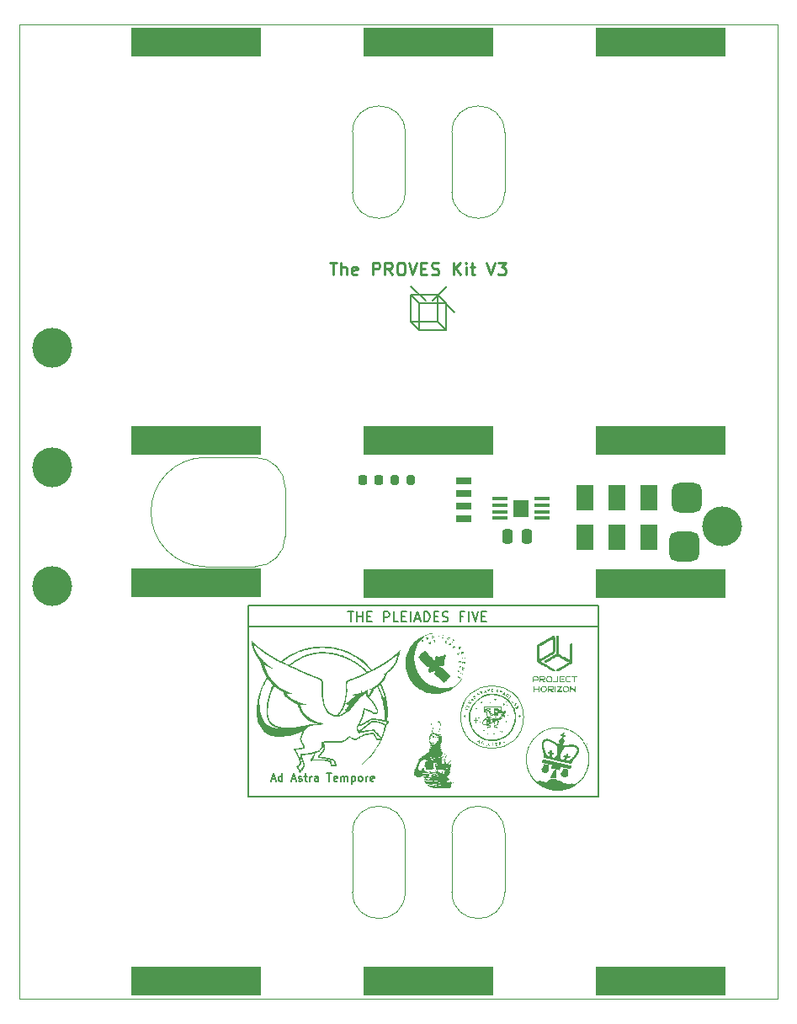
<source format=gbr>
%TF.GenerationSoftware,KiCad,Pcbnew,9.0.0*%
%TF.CreationDate,2025-05-06T20:13:05-04:00*%
%TF.ProjectId,xy_faces_CUpayload_v2,78795f66-6163-4657-935f-43557061796c,3.0*%
%TF.SameCoordinates,Original*%
%TF.FileFunction,Soldermask,Top*%
%TF.FilePolarity,Negative*%
%FSLAX46Y46*%
G04 Gerber Fmt 4.6, Leading zero omitted, Abs format (unit mm)*
G04 Created by KiCad (PCBNEW 9.0.0) date 2025-05-06 20:13:05*
%MOMM*%
%LPD*%
G01*
G04 APERTURE LIST*
G04 Aperture macros list*
%AMRoundRect*
0 Rectangle with rounded corners*
0 $1 Rounding radius*
0 $2 $3 $4 $5 $6 $7 $8 $9 X,Y pos of 4 corners*
0 Add a 4 corners polygon primitive as box body*
4,1,4,$2,$3,$4,$5,$6,$7,$8,$9,$2,$3,0*
0 Add four circle primitives for the rounded corners*
1,1,$1+$1,$2,$3*
1,1,$1+$1,$4,$5*
1,1,$1+$1,$6,$7*
1,1,$1+$1,$8,$9*
0 Add four rect primitives between the rounded corners*
20,1,$1+$1,$2,$3,$4,$5,0*
20,1,$1+$1,$4,$5,$6,$7,0*
20,1,$1+$1,$6,$7,$8,$9,0*
20,1,$1+$1,$8,$9,$2,$3,0*%
G04 Aperture macros list end*
%ADD10C,0.200000*%
%ADD11C,0.150000*%
%ADD12C,0.100000*%
%ADD13C,0.250000*%
%ADD14C,0.000000*%
%ADD15RoundRect,0.100000X0.687500X0.100000X-0.687500X0.100000X-0.687500X-0.100000X0.687500X-0.100000X0*%
%ADD16R,1.500000X1.800000*%
%ADD17R,13.000000X3.000000*%
%ADD18RoundRect,0.750000X0.750000X-0.750000X0.750000X0.750000X-0.750000X0.750000X-0.750000X-0.750000X0*%
%ADD19C,4.000000*%
%ADD20R,1.700000X2.500000*%
%ADD21RoundRect,0.250000X-0.250000X-0.475000X0.250000X-0.475000X0.250000X0.475000X-0.250000X0.475000X0*%
%ADD22R,1.600000X0.700000*%
%ADD23RoundRect,0.218750X-0.218750X-0.256250X0.218750X-0.256250X0.218750X0.256250X-0.218750X0.256250X0*%
%ADD24RoundRect,0.200000X0.200000X0.275000X-0.200000X0.275000X-0.200000X-0.275000X0.200000X-0.275000X0*%
%TA.AperFunction,Profile*%
%ADD25C,0.050000*%
%TD*%
%TA.AperFunction,Profile*%
%ADD26C,0.100000*%
%TD*%
G04 APERTURE END LIST*
D10*
X144880000Y-93520000D02*
X146350000Y-92050000D01*
X146275000Y-93825000D02*
X147125000Y-94675000D01*
X142700000Y-92950000D02*
X143550000Y-93800000D01*
D11*
X126350000Y-126300000D02*
X161600000Y-126300000D01*
D10*
X144200000Y-93540000D02*
X142720000Y-92060000D01*
D11*
X161575000Y-124200000D02*
X126350000Y-124200000D01*
D10*
X143550000Y-96500000D02*
X146250000Y-96500000D01*
D11*
X161575000Y-143400000D02*
X161575000Y-124200000D01*
X126350000Y-124200000D02*
X126350000Y-143400000D01*
D12*
X154062116Y-135400000D02*
G75*
G02*
X147737884Y-135400000I-3162116J0D01*
G01*
X147737884Y-135400000D02*
G75*
G02*
X154062116Y-135400000I3162116J0D01*
G01*
D10*
X146250000Y-96500000D02*
X146250000Y-93800000D01*
X142700000Y-95650000D02*
X145400000Y-95650000D01*
X146250000Y-93800000D02*
X143550000Y-93800000D01*
X145400000Y-92950000D02*
X146250000Y-93800000D01*
X142700000Y-95650000D02*
X142700000Y-92950000D01*
X143550000Y-93800000D02*
X143550000Y-96500000D01*
X143550000Y-96500000D02*
X142700000Y-95650000D01*
X145400000Y-95650000D02*
X145400000Y-92950000D01*
X145400000Y-95650000D02*
X146250000Y-96500000D01*
X145400000Y-92950000D02*
X142700000Y-92950000D01*
D11*
X126400000Y-143400000D02*
X161600000Y-143400000D01*
D13*
X134583520Y-89684023D02*
X135297806Y-89684023D01*
X134940663Y-90934023D02*
X134940663Y-89684023D01*
X135714473Y-90934023D02*
X135714473Y-89684023D01*
X136250187Y-90934023D02*
X136250187Y-90279261D01*
X136250187Y-90279261D02*
X136190663Y-90160214D01*
X136190663Y-90160214D02*
X136071615Y-90100690D01*
X136071615Y-90100690D02*
X135893044Y-90100690D01*
X135893044Y-90100690D02*
X135773996Y-90160214D01*
X135773996Y-90160214D02*
X135714473Y-90219738D01*
X137321615Y-90874500D02*
X137202567Y-90934023D01*
X137202567Y-90934023D02*
X136964472Y-90934023D01*
X136964472Y-90934023D02*
X136845425Y-90874500D01*
X136845425Y-90874500D02*
X136785901Y-90755452D01*
X136785901Y-90755452D02*
X136785901Y-90279261D01*
X136785901Y-90279261D02*
X136845425Y-90160214D01*
X136845425Y-90160214D02*
X136964472Y-90100690D01*
X136964472Y-90100690D02*
X137202567Y-90100690D01*
X137202567Y-90100690D02*
X137321615Y-90160214D01*
X137321615Y-90160214D02*
X137381139Y-90279261D01*
X137381139Y-90279261D02*
X137381139Y-90398309D01*
X137381139Y-90398309D02*
X136785901Y-90517357D01*
X138869235Y-90934023D02*
X138869235Y-89684023D01*
X138869235Y-89684023D02*
X139345425Y-89684023D01*
X139345425Y-89684023D02*
X139464473Y-89743547D01*
X139464473Y-89743547D02*
X139523996Y-89803071D01*
X139523996Y-89803071D02*
X139583520Y-89922119D01*
X139583520Y-89922119D02*
X139583520Y-90100690D01*
X139583520Y-90100690D02*
X139523996Y-90219738D01*
X139523996Y-90219738D02*
X139464473Y-90279261D01*
X139464473Y-90279261D02*
X139345425Y-90338785D01*
X139345425Y-90338785D02*
X138869235Y-90338785D01*
X140833520Y-90934023D02*
X140416854Y-90338785D01*
X140119235Y-90934023D02*
X140119235Y-89684023D01*
X140119235Y-89684023D02*
X140595425Y-89684023D01*
X140595425Y-89684023D02*
X140714473Y-89743547D01*
X140714473Y-89743547D02*
X140773996Y-89803071D01*
X140773996Y-89803071D02*
X140833520Y-89922119D01*
X140833520Y-89922119D02*
X140833520Y-90100690D01*
X140833520Y-90100690D02*
X140773996Y-90219738D01*
X140773996Y-90219738D02*
X140714473Y-90279261D01*
X140714473Y-90279261D02*
X140595425Y-90338785D01*
X140595425Y-90338785D02*
X140119235Y-90338785D01*
X141607330Y-89684023D02*
X141845425Y-89684023D01*
X141845425Y-89684023D02*
X141964473Y-89743547D01*
X141964473Y-89743547D02*
X142083520Y-89862595D01*
X142083520Y-89862595D02*
X142143044Y-90100690D01*
X142143044Y-90100690D02*
X142143044Y-90517357D01*
X142143044Y-90517357D02*
X142083520Y-90755452D01*
X142083520Y-90755452D02*
X141964473Y-90874500D01*
X141964473Y-90874500D02*
X141845425Y-90934023D01*
X141845425Y-90934023D02*
X141607330Y-90934023D01*
X141607330Y-90934023D02*
X141488282Y-90874500D01*
X141488282Y-90874500D02*
X141369235Y-90755452D01*
X141369235Y-90755452D02*
X141309711Y-90517357D01*
X141309711Y-90517357D02*
X141309711Y-90100690D01*
X141309711Y-90100690D02*
X141369235Y-89862595D01*
X141369235Y-89862595D02*
X141488282Y-89743547D01*
X141488282Y-89743547D02*
X141607330Y-89684023D01*
X142500187Y-89684023D02*
X142916854Y-90934023D01*
X142916854Y-90934023D02*
X143333520Y-89684023D01*
X143750188Y-90279261D02*
X144166854Y-90279261D01*
X144345426Y-90934023D02*
X143750188Y-90934023D01*
X143750188Y-90934023D02*
X143750188Y-89684023D01*
X143750188Y-89684023D02*
X144345426Y-89684023D01*
X144821616Y-90874500D02*
X145000187Y-90934023D01*
X145000187Y-90934023D02*
X145297806Y-90934023D01*
X145297806Y-90934023D02*
X145416854Y-90874500D01*
X145416854Y-90874500D02*
X145476378Y-90814976D01*
X145476378Y-90814976D02*
X145535901Y-90695928D01*
X145535901Y-90695928D02*
X145535901Y-90576880D01*
X145535901Y-90576880D02*
X145476378Y-90457833D01*
X145476378Y-90457833D02*
X145416854Y-90398309D01*
X145416854Y-90398309D02*
X145297806Y-90338785D01*
X145297806Y-90338785D02*
X145059711Y-90279261D01*
X145059711Y-90279261D02*
X144940663Y-90219738D01*
X144940663Y-90219738D02*
X144881140Y-90160214D01*
X144881140Y-90160214D02*
X144821616Y-90041166D01*
X144821616Y-90041166D02*
X144821616Y-89922119D01*
X144821616Y-89922119D02*
X144881140Y-89803071D01*
X144881140Y-89803071D02*
X144940663Y-89743547D01*
X144940663Y-89743547D02*
X145059711Y-89684023D01*
X145059711Y-89684023D02*
X145357330Y-89684023D01*
X145357330Y-89684023D02*
X145535901Y-89743547D01*
X147023997Y-90934023D02*
X147023997Y-89684023D01*
X147738282Y-90934023D02*
X147202568Y-90219738D01*
X147738282Y-89684023D02*
X147023997Y-90398309D01*
X148273997Y-90934023D02*
X148273997Y-90100690D01*
X148273997Y-89684023D02*
X148214473Y-89743547D01*
X148214473Y-89743547D02*
X148273997Y-89803071D01*
X148273997Y-89803071D02*
X148333520Y-89743547D01*
X148333520Y-89743547D02*
X148273997Y-89684023D01*
X148273997Y-89684023D02*
X148273997Y-89803071D01*
X148690663Y-90100690D02*
X149166854Y-90100690D01*
X148869235Y-89684023D02*
X148869235Y-90755452D01*
X148869235Y-90755452D02*
X148928758Y-90874500D01*
X148928758Y-90874500D02*
X149047806Y-90934023D01*
X149047806Y-90934023D02*
X149166854Y-90934023D01*
X150357330Y-89684023D02*
X150773997Y-90934023D01*
X150773997Y-90934023D02*
X151190663Y-89684023D01*
X151488283Y-89684023D02*
X152262092Y-89684023D01*
X152262092Y-89684023D02*
X151845426Y-90160214D01*
X151845426Y-90160214D02*
X152023997Y-90160214D01*
X152023997Y-90160214D02*
X152143045Y-90219738D01*
X152143045Y-90219738D02*
X152202569Y-90279261D01*
X152202569Y-90279261D02*
X152262092Y-90398309D01*
X152262092Y-90398309D02*
X152262092Y-90695928D01*
X152262092Y-90695928D02*
X152202569Y-90814976D01*
X152202569Y-90814976D02*
X152143045Y-90874500D01*
X152143045Y-90874500D02*
X152023997Y-90934023D01*
X152023997Y-90934023D02*
X151666854Y-90934023D01*
X151666854Y-90934023D02*
X151547807Y-90874500D01*
X151547807Y-90874500D02*
X151488283Y-90814976D01*
D11*
X128713094Y-141633723D02*
X129094047Y-141633723D01*
X128636904Y-141862295D02*
X128903571Y-141062295D01*
X128903571Y-141062295D02*
X129170237Y-141862295D01*
X129779761Y-141862295D02*
X129779761Y-141062295D01*
X129779761Y-141824200D02*
X129703570Y-141862295D01*
X129703570Y-141862295D02*
X129551189Y-141862295D01*
X129551189Y-141862295D02*
X129474999Y-141824200D01*
X129474999Y-141824200D02*
X129436904Y-141786104D01*
X129436904Y-141786104D02*
X129398808Y-141709914D01*
X129398808Y-141709914D02*
X129398808Y-141481342D01*
X129398808Y-141481342D02*
X129436904Y-141405152D01*
X129436904Y-141405152D02*
X129474999Y-141367057D01*
X129474999Y-141367057D02*
X129551189Y-141328961D01*
X129551189Y-141328961D02*
X129703570Y-141328961D01*
X129703570Y-141328961D02*
X129779761Y-141367057D01*
X130732142Y-141633723D02*
X131113095Y-141633723D01*
X130655952Y-141862295D02*
X130922619Y-141062295D01*
X130922619Y-141062295D02*
X131189285Y-141862295D01*
X131417856Y-141824200D02*
X131494047Y-141862295D01*
X131494047Y-141862295D02*
X131646428Y-141862295D01*
X131646428Y-141862295D02*
X131722618Y-141824200D01*
X131722618Y-141824200D02*
X131760714Y-141748009D01*
X131760714Y-141748009D02*
X131760714Y-141709914D01*
X131760714Y-141709914D02*
X131722618Y-141633723D01*
X131722618Y-141633723D02*
X131646428Y-141595628D01*
X131646428Y-141595628D02*
X131532142Y-141595628D01*
X131532142Y-141595628D02*
X131455952Y-141557533D01*
X131455952Y-141557533D02*
X131417856Y-141481342D01*
X131417856Y-141481342D02*
X131417856Y-141443247D01*
X131417856Y-141443247D02*
X131455952Y-141367057D01*
X131455952Y-141367057D02*
X131532142Y-141328961D01*
X131532142Y-141328961D02*
X131646428Y-141328961D01*
X131646428Y-141328961D02*
X131722618Y-141367057D01*
X131989285Y-141328961D02*
X132294047Y-141328961D01*
X132103571Y-141062295D02*
X132103571Y-141748009D01*
X132103571Y-141748009D02*
X132141666Y-141824200D01*
X132141666Y-141824200D02*
X132217856Y-141862295D01*
X132217856Y-141862295D02*
X132294047Y-141862295D01*
X132560714Y-141862295D02*
X132560714Y-141328961D01*
X132560714Y-141481342D02*
X132598809Y-141405152D01*
X132598809Y-141405152D02*
X132636904Y-141367057D01*
X132636904Y-141367057D02*
X132713095Y-141328961D01*
X132713095Y-141328961D02*
X132789285Y-141328961D01*
X133398809Y-141862295D02*
X133398809Y-141443247D01*
X133398809Y-141443247D02*
X133360714Y-141367057D01*
X133360714Y-141367057D02*
X133284523Y-141328961D01*
X133284523Y-141328961D02*
X133132142Y-141328961D01*
X133132142Y-141328961D02*
X133055952Y-141367057D01*
X133398809Y-141824200D02*
X133322618Y-141862295D01*
X133322618Y-141862295D02*
X133132142Y-141862295D01*
X133132142Y-141862295D02*
X133055952Y-141824200D01*
X133055952Y-141824200D02*
X133017856Y-141748009D01*
X133017856Y-141748009D02*
X133017856Y-141671819D01*
X133017856Y-141671819D02*
X133055952Y-141595628D01*
X133055952Y-141595628D02*
X133132142Y-141557533D01*
X133132142Y-141557533D02*
X133322618Y-141557533D01*
X133322618Y-141557533D02*
X133398809Y-141519438D01*
X134275000Y-141062295D02*
X134732143Y-141062295D01*
X134503571Y-141862295D02*
X134503571Y-141062295D01*
X135303572Y-141824200D02*
X135227381Y-141862295D01*
X135227381Y-141862295D02*
X135075000Y-141862295D01*
X135075000Y-141862295D02*
X134998810Y-141824200D01*
X134998810Y-141824200D02*
X134960714Y-141748009D01*
X134960714Y-141748009D02*
X134960714Y-141443247D01*
X134960714Y-141443247D02*
X134998810Y-141367057D01*
X134998810Y-141367057D02*
X135075000Y-141328961D01*
X135075000Y-141328961D02*
X135227381Y-141328961D01*
X135227381Y-141328961D02*
X135303572Y-141367057D01*
X135303572Y-141367057D02*
X135341667Y-141443247D01*
X135341667Y-141443247D02*
X135341667Y-141519438D01*
X135341667Y-141519438D02*
X134960714Y-141595628D01*
X135684524Y-141862295D02*
X135684524Y-141328961D01*
X135684524Y-141405152D02*
X135722619Y-141367057D01*
X135722619Y-141367057D02*
X135798809Y-141328961D01*
X135798809Y-141328961D02*
X135913095Y-141328961D01*
X135913095Y-141328961D02*
X135989286Y-141367057D01*
X135989286Y-141367057D02*
X136027381Y-141443247D01*
X136027381Y-141443247D02*
X136027381Y-141862295D01*
X136027381Y-141443247D02*
X136065476Y-141367057D01*
X136065476Y-141367057D02*
X136141667Y-141328961D01*
X136141667Y-141328961D02*
X136255952Y-141328961D01*
X136255952Y-141328961D02*
X136332143Y-141367057D01*
X136332143Y-141367057D02*
X136370238Y-141443247D01*
X136370238Y-141443247D02*
X136370238Y-141862295D01*
X136751191Y-141328961D02*
X136751191Y-142128961D01*
X136751191Y-141367057D02*
X136827381Y-141328961D01*
X136827381Y-141328961D02*
X136979762Y-141328961D01*
X136979762Y-141328961D02*
X137055953Y-141367057D01*
X137055953Y-141367057D02*
X137094048Y-141405152D01*
X137094048Y-141405152D02*
X137132143Y-141481342D01*
X137132143Y-141481342D02*
X137132143Y-141709914D01*
X137132143Y-141709914D02*
X137094048Y-141786104D01*
X137094048Y-141786104D02*
X137055953Y-141824200D01*
X137055953Y-141824200D02*
X136979762Y-141862295D01*
X136979762Y-141862295D02*
X136827381Y-141862295D01*
X136827381Y-141862295D02*
X136751191Y-141824200D01*
X137589286Y-141862295D02*
X137513096Y-141824200D01*
X137513096Y-141824200D02*
X137475001Y-141786104D01*
X137475001Y-141786104D02*
X137436905Y-141709914D01*
X137436905Y-141709914D02*
X137436905Y-141481342D01*
X137436905Y-141481342D02*
X137475001Y-141405152D01*
X137475001Y-141405152D02*
X137513096Y-141367057D01*
X137513096Y-141367057D02*
X137589286Y-141328961D01*
X137589286Y-141328961D02*
X137703572Y-141328961D01*
X137703572Y-141328961D02*
X137779763Y-141367057D01*
X137779763Y-141367057D02*
X137817858Y-141405152D01*
X137817858Y-141405152D02*
X137855953Y-141481342D01*
X137855953Y-141481342D02*
X137855953Y-141709914D01*
X137855953Y-141709914D02*
X137817858Y-141786104D01*
X137817858Y-141786104D02*
X137779763Y-141824200D01*
X137779763Y-141824200D02*
X137703572Y-141862295D01*
X137703572Y-141862295D02*
X137589286Y-141862295D01*
X138198811Y-141862295D02*
X138198811Y-141328961D01*
X138198811Y-141481342D02*
X138236906Y-141405152D01*
X138236906Y-141405152D02*
X138275001Y-141367057D01*
X138275001Y-141367057D02*
X138351192Y-141328961D01*
X138351192Y-141328961D02*
X138427382Y-141328961D01*
X138998811Y-141824200D02*
X138922620Y-141862295D01*
X138922620Y-141862295D02*
X138770239Y-141862295D01*
X138770239Y-141862295D02*
X138694049Y-141824200D01*
X138694049Y-141824200D02*
X138655953Y-141748009D01*
X138655953Y-141748009D02*
X138655953Y-141443247D01*
X138655953Y-141443247D02*
X138694049Y-141367057D01*
X138694049Y-141367057D02*
X138770239Y-141328961D01*
X138770239Y-141328961D02*
X138922620Y-141328961D01*
X138922620Y-141328961D02*
X138998811Y-141367057D01*
X138998811Y-141367057D02*
X139036906Y-141443247D01*
X139036906Y-141443247D02*
X139036906Y-141519438D01*
X139036906Y-141519438D02*
X138655953Y-141595628D01*
X136376190Y-124804819D02*
X136947618Y-124804819D01*
X136661904Y-125804819D02*
X136661904Y-124804819D01*
X137280952Y-125804819D02*
X137280952Y-124804819D01*
X137280952Y-125281009D02*
X137852380Y-125281009D01*
X137852380Y-125804819D02*
X137852380Y-124804819D01*
X138328571Y-125281009D02*
X138661904Y-125281009D01*
X138804761Y-125804819D02*
X138328571Y-125804819D01*
X138328571Y-125804819D02*
X138328571Y-124804819D01*
X138328571Y-124804819D02*
X138804761Y-124804819D01*
X139995238Y-125804819D02*
X139995238Y-124804819D01*
X139995238Y-124804819D02*
X140376190Y-124804819D01*
X140376190Y-124804819D02*
X140471428Y-124852438D01*
X140471428Y-124852438D02*
X140519047Y-124900057D01*
X140519047Y-124900057D02*
X140566666Y-124995295D01*
X140566666Y-124995295D02*
X140566666Y-125138152D01*
X140566666Y-125138152D02*
X140519047Y-125233390D01*
X140519047Y-125233390D02*
X140471428Y-125281009D01*
X140471428Y-125281009D02*
X140376190Y-125328628D01*
X140376190Y-125328628D02*
X139995238Y-125328628D01*
X141471428Y-125804819D02*
X140995238Y-125804819D01*
X140995238Y-125804819D02*
X140995238Y-124804819D01*
X141804762Y-125281009D02*
X142138095Y-125281009D01*
X142280952Y-125804819D02*
X141804762Y-125804819D01*
X141804762Y-125804819D02*
X141804762Y-124804819D01*
X141804762Y-124804819D02*
X142280952Y-124804819D01*
X142709524Y-125804819D02*
X142709524Y-124804819D01*
X143138095Y-125519104D02*
X143614285Y-125519104D01*
X143042857Y-125804819D02*
X143376190Y-124804819D01*
X143376190Y-124804819D02*
X143709523Y-125804819D01*
X144042857Y-125804819D02*
X144042857Y-124804819D01*
X144042857Y-124804819D02*
X144280952Y-124804819D01*
X144280952Y-124804819D02*
X144423809Y-124852438D01*
X144423809Y-124852438D02*
X144519047Y-124947676D01*
X144519047Y-124947676D02*
X144566666Y-125042914D01*
X144566666Y-125042914D02*
X144614285Y-125233390D01*
X144614285Y-125233390D02*
X144614285Y-125376247D01*
X144614285Y-125376247D02*
X144566666Y-125566723D01*
X144566666Y-125566723D02*
X144519047Y-125661961D01*
X144519047Y-125661961D02*
X144423809Y-125757200D01*
X144423809Y-125757200D02*
X144280952Y-125804819D01*
X144280952Y-125804819D02*
X144042857Y-125804819D01*
X145042857Y-125281009D02*
X145376190Y-125281009D01*
X145519047Y-125804819D02*
X145042857Y-125804819D01*
X145042857Y-125804819D02*
X145042857Y-124804819D01*
X145042857Y-124804819D02*
X145519047Y-124804819D01*
X145900000Y-125757200D02*
X146042857Y-125804819D01*
X146042857Y-125804819D02*
X146280952Y-125804819D01*
X146280952Y-125804819D02*
X146376190Y-125757200D01*
X146376190Y-125757200D02*
X146423809Y-125709580D01*
X146423809Y-125709580D02*
X146471428Y-125614342D01*
X146471428Y-125614342D02*
X146471428Y-125519104D01*
X146471428Y-125519104D02*
X146423809Y-125423866D01*
X146423809Y-125423866D02*
X146376190Y-125376247D01*
X146376190Y-125376247D02*
X146280952Y-125328628D01*
X146280952Y-125328628D02*
X146090476Y-125281009D01*
X146090476Y-125281009D02*
X145995238Y-125233390D01*
X145995238Y-125233390D02*
X145947619Y-125185771D01*
X145947619Y-125185771D02*
X145900000Y-125090533D01*
X145900000Y-125090533D02*
X145900000Y-124995295D01*
X145900000Y-124995295D02*
X145947619Y-124900057D01*
X145947619Y-124900057D02*
X145995238Y-124852438D01*
X145995238Y-124852438D02*
X146090476Y-124804819D01*
X146090476Y-124804819D02*
X146328571Y-124804819D01*
X146328571Y-124804819D02*
X146471428Y-124852438D01*
X147995238Y-125281009D02*
X147661905Y-125281009D01*
X147661905Y-125804819D02*
X147661905Y-124804819D01*
X147661905Y-124804819D02*
X148138095Y-124804819D01*
X148519048Y-125804819D02*
X148519048Y-124804819D01*
X148852381Y-124804819D02*
X149185714Y-125804819D01*
X149185714Y-125804819D02*
X149519047Y-124804819D01*
X149852381Y-125281009D02*
X150185714Y-125281009D01*
X150328571Y-125804819D02*
X149852381Y-125804819D01*
X149852381Y-125804819D02*
X149852381Y-124804819D01*
X149852381Y-124804819D02*
X150328571Y-124804819D01*
D14*
%TO.C,G\u002A\u002A\u002A*%
G36*
X143129228Y-140588725D02*
G01*
X143118213Y-140599740D01*
X143107198Y-140588725D01*
X143118213Y-140577710D01*
X143129228Y-140588725D01*
G37*
G36*
X143151257Y-140544666D02*
G01*
X143140243Y-140555681D01*
X143129228Y-140544666D01*
X143140243Y-140533651D01*
X143151257Y-140544666D01*
G37*
G36*
X143173287Y-140500607D02*
G01*
X143162272Y-140511622D01*
X143151257Y-140500607D01*
X143162272Y-140489592D01*
X143173287Y-140500607D01*
G37*
G36*
X143371552Y-140082047D02*
G01*
X143360537Y-140093062D01*
X143349523Y-140082047D01*
X143360537Y-140071032D01*
X143371552Y-140082047D01*
G37*
G36*
X143591847Y-140544666D02*
G01*
X143580832Y-140555681D01*
X143569818Y-140544666D01*
X143580832Y-140533651D01*
X143591847Y-140544666D01*
G37*
G36*
X143613877Y-140434519D02*
G01*
X143602862Y-140445533D01*
X143591847Y-140434519D01*
X143602862Y-140423504D01*
X143613877Y-140434519D01*
G37*
G36*
X143812142Y-140170165D02*
G01*
X143801127Y-140181180D01*
X143790112Y-140170165D01*
X143801127Y-140159150D01*
X143812142Y-140170165D01*
G37*
G36*
X143834171Y-139839723D02*
G01*
X143823157Y-139850737D01*
X143812142Y-139839723D01*
X143823157Y-139828708D01*
X143834171Y-139839723D01*
G37*
G36*
X143856201Y-139288985D02*
G01*
X143845186Y-139300000D01*
X143834171Y-139288985D01*
X143845186Y-139277971D01*
X143856201Y-139288985D01*
G37*
G36*
X143900260Y-139244926D02*
G01*
X143889245Y-139255941D01*
X143878230Y-139244926D01*
X143889245Y-139233912D01*
X143900260Y-139244926D01*
G37*
G36*
X143900260Y-140015958D02*
G01*
X143889245Y-140026973D01*
X143878230Y-140015958D01*
X143889245Y-140004944D01*
X143900260Y-140015958D01*
G37*
G36*
X144010407Y-141646141D02*
G01*
X143999393Y-141657155D01*
X143988378Y-141646141D01*
X143999393Y-141635126D01*
X144010407Y-141646141D01*
G37*
G36*
X144142584Y-141073374D02*
G01*
X144131569Y-141084389D01*
X144120555Y-141073374D01*
X144131569Y-141062359D01*
X144142584Y-141073374D01*
G37*
G36*
X144164614Y-139795664D02*
G01*
X144153599Y-139806678D01*
X144142584Y-139795664D01*
X144153599Y-139784649D01*
X144164614Y-139795664D01*
G37*
G36*
X144208673Y-141359757D02*
G01*
X144197658Y-141370772D01*
X144186643Y-141359757D01*
X144197658Y-141348743D01*
X144208673Y-141359757D01*
G37*
G36*
X144274761Y-141998612D02*
G01*
X144263746Y-142009627D01*
X144252732Y-141998612D01*
X144263746Y-141987598D01*
X144274761Y-141998612D01*
G37*
G36*
X144627233Y-138495924D02*
G01*
X144616218Y-138506939D01*
X144605203Y-138495924D01*
X144616218Y-138484909D01*
X144627233Y-138495924D01*
G37*
G36*
X144649262Y-137041978D02*
G01*
X144638248Y-137052992D01*
X144627233Y-137041978D01*
X144638248Y-137030963D01*
X144649262Y-137041978D01*
G37*
G36*
X144649262Y-138451865D02*
G01*
X144638248Y-138462880D01*
X144627233Y-138451865D01*
X144638248Y-138440850D01*
X144649262Y-138451865D01*
G37*
G36*
X145089852Y-136975889D02*
G01*
X145078837Y-136986904D01*
X145067823Y-136975889D01*
X145078837Y-136964874D01*
X145089852Y-136975889D01*
G37*
G36*
X145111882Y-139509280D02*
G01*
X145100867Y-139520295D01*
X145089852Y-139509280D01*
X145100867Y-139498265D01*
X145111882Y-139509280D01*
G37*
G36*
X145111882Y-140192194D02*
G01*
X145100867Y-140203209D01*
X145089852Y-140192194D01*
X145100867Y-140181180D01*
X145111882Y-140192194D01*
G37*
G36*
X145177970Y-140919167D02*
G01*
X145166955Y-140930182D01*
X145155941Y-140919167D01*
X145166955Y-140908153D01*
X145177970Y-140919167D01*
G37*
G36*
X145398265Y-136689506D02*
G01*
X145387250Y-136700520D01*
X145376236Y-136689506D01*
X145387250Y-136678491D01*
X145398265Y-136689506D01*
G37*
G36*
X145574501Y-139729575D02*
G01*
X145563486Y-139740590D01*
X145552471Y-139729575D01*
X145563486Y-139718560D01*
X145574501Y-139729575D01*
G37*
G36*
X145596530Y-140037988D02*
G01*
X145585516Y-140049003D01*
X145574501Y-140037988D01*
X145585516Y-140026973D01*
X145596530Y-140037988D01*
G37*
G36*
X145706678Y-136843712D02*
G01*
X145695663Y-136854727D01*
X145684648Y-136843712D01*
X145695663Y-136832697D01*
X145706678Y-136843712D01*
G37*
G36*
X145728707Y-140368430D02*
G01*
X145717693Y-140379445D01*
X145706678Y-140368430D01*
X145717693Y-140357416D01*
X145728707Y-140368430D01*
G37*
G36*
X145772766Y-138385776D02*
G01*
X145761752Y-138396791D01*
X145750737Y-138385776D01*
X145761752Y-138374762D01*
X145772766Y-138385776D01*
G37*
G36*
X145772766Y-140985256D02*
G01*
X145761752Y-140996271D01*
X145750737Y-140985256D01*
X145761752Y-140974241D01*
X145772766Y-140985256D01*
G37*
G36*
X145794796Y-136953860D02*
G01*
X145783781Y-136964874D01*
X145772766Y-136953860D01*
X145783781Y-136942845D01*
X145794796Y-136953860D01*
G37*
G36*
X145838855Y-137041978D02*
G01*
X145827840Y-137052992D01*
X145816825Y-137041978D01*
X145827840Y-137030963D01*
X145838855Y-137041978D01*
G37*
G36*
X145904943Y-137240243D02*
G01*
X145893929Y-137251258D01*
X145882914Y-137240243D01*
X145893929Y-137229228D01*
X145904943Y-137240243D01*
G37*
G36*
X145904943Y-137526626D02*
G01*
X145893929Y-137537641D01*
X145882914Y-137526626D01*
X145893929Y-137515612D01*
X145904943Y-137526626D01*
G37*
G36*
X145971032Y-139839723D02*
G01*
X145960017Y-139850737D01*
X145949002Y-139839723D01*
X145960017Y-139828708D01*
X145971032Y-139839723D01*
G37*
G36*
X146015091Y-140082047D02*
G01*
X146004076Y-140093062D01*
X145993061Y-140082047D01*
X146004076Y-140071032D01*
X146015091Y-140082047D01*
G37*
G36*
X146059150Y-139090720D02*
G01*
X146048135Y-139101735D01*
X146037120Y-139090720D01*
X146048135Y-139079705D01*
X146059150Y-139090720D01*
G37*
G36*
X146169297Y-140831050D02*
G01*
X146158282Y-140842064D01*
X146147268Y-140831050D01*
X146158282Y-140820035D01*
X146169297Y-140831050D01*
G37*
G36*
X146257415Y-139134779D02*
G01*
X146246400Y-139145794D01*
X146235386Y-139134779D01*
X146246400Y-139123764D01*
X146257415Y-139134779D01*
G37*
G36*
X146301474Y-139156808D02*
G01*
X146290459Y-139167823D01*
X146279445Y-139156808D01*
X146290459Y-139145794D01*
X146301474Y-139156808D01*
G37*
G36*
X146301474Y-140302342D02*
G01*
X146290459Y-140313357D01*
X146279445Y-140302342D01*
X146290459Y-140291327D01*
X146301474Y-140302342D01*
G37*
G36*
X146433651Y-141866435D02*
G01*
X146422636Y-141877450D01*
X146411622Y-141866435D01*
X146422636Y-141855421D01*
X146433651Y-141866435D01*
G37*
G36*
X146455681Y-139288985D02*
G01*
X146444666Y-139300000D01*
X146433651Y-139288985D01*
X146444666Y-139277971D01*
X146455681Y-139288985D01*
G37*
G36*
X146499739Y-139311015D02*
G01*
X146488725Y-139322030D01*
X146477710Y-139311015D01*
X146488725Y-139300000D01*
X146499739Y-139311015D01*
G37*
G36*
X146631916Y-139795664D02*
G01*
X146620902Y-139806678D01*
X146609887Y-139795664D01*
X146620902Y-139784649D01*
X146631916Y-139795664D01*
G37*
G36*
X146631916Y-141668170D02*
G01*
X146620902Y-141679185D01*
X146609887Y-141668170D01*
X146620902Y-141657155D01*
X146631916Y-141668170D01*
G37*
G36*
X146675975Y-139531310D02*
G01*
X146664961Y-139542324D01*
X146653946Y-139531310D01*
X146664961Y-139520295D01*
X146675975Y-139531310D01*
G37*
G36*
X146698005Y-139575369D02*
G01*
X146686990Y-139586383D01*
X146675975Y-139575369D01*
X146686990Y-139564354D01*
X146698005Y-139575369D01*
G37*
G36*
X146720034Y-139641457D02*
G01*
X146709020Y-139652472D01*
X146698005Y-139641457D01*
X146709020Y-139630442D01*
X146720034Y-139641457D01*
G37*
G36*
X146720034Y-141844406D02*
G01*
X146709020Y-141855421D01*
X146698005Y-141844406D01*
X146709020Y-141833391D01*
X146720034Y-141844406D01*
G37*
G36*
X146764093Y-139971899D02*
G01*
X146753079Y-139982914D01*
X146742064Y-139971899D01*
X146753079Y-139960885D01*
X146764093Y-139971899D01*
G37*
G36*
X146764093Y-140037988D02*
G01*
X146753079Y-140049003D01*
X146742064Y-140037988D01*
X146753079Y-140026973D01*
X146764093Y-140037988D01*
G37*
G36*
X147050477Y-142042671D02*
G01*
X147039462Y-142053686D01*
X147028447Y-142042671D01*
X147039462Y-142031657D01*
X147050477Y-142042671D01*
G37*
G36*
X147072506Y-142395143D02*
G01*
X147061491Y-142406158D01*
X147050477Y-142395143D01*
X147061491Y-142384128D01*
X147072506Y-142395143D01*
G37*
G36*
X147116565Y-142086730D02*
G01*
X147105550Y-142097745D01*
X147094536Y-142086730D01*
X147105550Y-142075716D01*
X147116565Y-142086730D01*
G37*
G36*
X147160624Y-142130789D02*
G01*
X147149609Y-142141804D01*
X147138595Y-142130789D01*
X147149609Y-142119775D01*
X147160624Y-142130789D01*
G37*
G36*
X147204683Y-142174848D02*
G01*
X147193668Y-142185863D01*
X147182654Y-142174848D01*
X147193668Y-142163834D01*
X147204683Y-142174848D01*
G37*
G36*
X143804799Y-140210552D02*
G01*
X143801775Y-140223649D01*
X143790112Y-140225239D01*
X143771980Y-140217178D01*
X143775426Y-140210552D01*
X143801570Y-140207916D01*
X143804799Y-140210552D01*
G37*
G36*
X144025094Y-141686528D02*
G01*
X144027730Y-141712672D01*
X144025094Y-141715901D01*
X144011997Y-141712877D01*
X144010407Y-141701214D01*
X144018468Y-141683082D01*
X144025094Y-141686528D01*
G37*
G36*
X144069153Y-139836051D02*
G01*
X144066129Y-139849147D01*
X144054466Y-139850737D01*
X144036334Y-139842677D01*
X144039780Y-139836051D01*
X144065924Y-139833414D01*
X144069153Y-139836051D01*
G37*
G36*
X144201330Y-139065019D02*
G01*
X144198306Y-139078115D01*
X144186643Y-139079705D01*
X144168510Y-139071645D01*
X144171957Y-139065019D01*
X144198101Y-139062382D01*
X144201330Y-139065019D01*
G37*
G36*
X144553801Y-140871437D02*
G01*
X144550777Y-140884533D01*
X144539115Y-140886123D01*
X144520982Y-140878063D01*
X144524429Y-140871437D01*
X144550573Y-140868800D01*
X144553801Y-140871437D01*
G37*
G36*
X144619890Y-137082365D02*
G01*
X144622526Y-137108509D01*
X144619890Y-137111738D01*
X144606793Y-137108714D01*
X144605203Y-137097051D01*
X144613264Y-137078918D01*
X144619890Y-137082365D01*
G37*
G36*
X145293625Y-136663901D02*
G01*
X145296392Y-136671942D01*
X145266088Y-136675013D01*
X145234814Y-136671551D01*
X145238551Y-136663901D01*
X145283653Y-136660992D01*
X145293625Y-136663901D01*
G37*
G36*
X145523461Y-140793875D02*
G01*
X145526087Y-140828304D01*
X145521722Y-140836098D01*
X145511709Y-140829528D01*
X145510152Y-140807184D01*
X145515532Y-140783678D01*
X145523461Y-140793875D01*
G37*
G36*
X145545128Y-137016276D02*
G01*
X145542104Y-137029373D01*
X145530442Y-137030963D01*
X145512309Y-137022903D01*
X145515756Y-137016276D01*
X145541900Y-137013640D01*
X145545128Y-137016276D01*
G37*
G36*
X146163331Y-139110455D02*
G01*
X146156761Y-139120467D01*
X146134417Y-139122025D01*
X146110911Y-139116645D01*
X146121108Y-139108716D01*
X146155537Y-139106089D01*
X146163331Y-139110455D01*
G37*
G36*
X146250072Y-139858080D02*
G01*
X146252708Y-139884224D01*
X146250072Y-139887453D01*
X146236975Y-139884429D01*
X146235386Y-139872767D01*
X146243446Y-139854634D01*
X146250072Y-139858080D01*
G37*
G36*
X146624573Y-140056346D02*
G01*
X146627210Y-140082490D01*
X146624573Y-140085719D01*
X146611477Y-140082695D01*
X146609887Y-140071032D01*
X146617947Y-140052899D01*
X146624573Y-140056346D01*
G37*
G36*
X146734721Y-139769963D02*
G01*
X146737357Y-139796106D01*
X146734721Y-139799335D01*
X146721624Y-139796311D01*
X146720034Y-139784649D01*
X146728095Y-139766516D01*
X146734721Y-139769963D01*
G37*
G36*
X146734721Y-139902139D02*
G01*
X146737357Y-139928283D01*
X146734721Y-139931512D01*
X146721624Y-139928488D01*
X146720034Y-139916826D01*
X146728095Y-139898693D01*
X146734721Y-139902139D01*
G37*
G36*
X146758127Y-142547055D02*
G01*
X146751557Y-142557068D01*
X146729213Y-142558625D01*
X146705707Y-142553245D01*
X146715904Y-142545316D01*
X146750333Y-142542689D01*
X146758127Y-142547055D01*
G37*
G36*
X146999075Y-141994941D02*
G01*
X146996051Y-142008037D01*
X146984388Y-142009627D01*
X146966255Y-142001567D01*
X146969702Y-141994941D01*
X146995846Y-141992304D01*
X146999075Y-141994941D01*
G37*
G36*
X147241399Y-142215236D02*
G01*
X147238375Y-142228332D01*
X147226713Y-142229922D01*
X147208580Y-142221862D01*
X147212026Y-142215236D01*
X147238170Y-142212599D01*
X147241399Y-142215236D01*
G37*
G36*
X143040439Y-140792008D02*
G01*
X143048712Y-140808070D01*
X143054349Y-140839111D01*
X143039550Y-140833086D01*
X143029189Y-140818569D01*
X143022418Y-140789737D01*
X143025168Y-140784575D01*
X143040439Y-140792008D01*
G37*
G36*
X143588443Y-139595295D02*
G01*
X143611907Y-139615773D01*
X143613877Y-139620728D01*
X143603422Y-139629782D01*
X143581655Y-139609494D01*
X143578729Y-139605009D01*
X143576132Y-139589935D01*
X143588443Y-139595295D01*
G37*
G36*
X143632502Y-140322268D02*
G01*
X143656152Y-140344449D01*
X143651301Y-140357201D01*
X143648221Y-140357416D01*
X143629588Y-140341768D01*
X143622788Y-140331982D01*
X143620191Y-140316908D01*
X143632502Y-140322268D01*
G37*
G36*
X145130507Y-140476474D02*
G01*
X145154157Y-140498655D01*
X145149306Y-140511408D01*
X145146226Y-140511622D01*
X145127593Y-140495975D01*
X145120793Y-140486189D01*
X145118196Y-140471114D01*
X145130507Y-140476474D01*
G37*
G36*
X146738660Y-141776214D02*
G01*
X146762124Y-141796692D01*
X146764093Y-141801647D01*
X146753639Y-141810702D01*
X146731872Y-141790413D01*
X146728945Y-141785929D01*
X146726349Y-141770854D01*
X146738660Y-141776214D01*
G37*
G36*
X146877583Y-141914853D02*
G01*
X146896270Y-141932524D01*
X146915090Y-141960774D01*
X146902261Y-141960460D01*
X146861929Y-141933225D01*
X146838486Y-141909112D01*
X146844007Y-141900180D01*
X146877583Y-141914853D01*
G37*
G36*
X147311427Y-142371010D02*
G01*
X147335076Y-142393191D01*
X147330225Y-142405944D01*
X147327145Y-142406158D01*
X147308513Y-142390511D01*
X147301712Y-142380725D01*
X147299116Y-142365650D01*
X147311427Y-142371010D01*
G37*
G36*
X147398198Y-142483974D02*
G01*
X147376224Y-142508658D01*
X147356721Y-142516305D01*
X147350964Y-142503650D01*
X147363528Y-142485483D01*
X147390412Y-142463213D01*
X147399647Y-142461988D01*
X147398198Y-142483974D01*
G37*
G36*
X143625452Y-140144034D02*
G01*
X143641413Y-140156340D01*
X143671923Y-140183516D01*
X143679965Y-140194892D01*
X143669249Y-140201486D01*
X143639964Y-140173187D01*
X143633096Y-140164658D01*
X143614044Y-140138564D01*
X143625452Y-140144034D01*
G37*
G36*
X143628995Y-140239469D02*
G01*
X143624891Y-140247268D01*
X143604135Y-140268306D01*
X143600262Y-140269298D01*
X143598759Y-140255068D01*
X143602862Y-140247268D01*
X143623618Y-140226230D01*
X143627491Y-140225239D01*
X143628995Y-140239469D01*
G37*
G36*
X143783201Y-140525852D02*
G01*
X143779098Y-140533651D01*
X143758341Y-140554690D01*
X143754468Y-140555681D01*
X143752965Y-140541451D01*
X143757068Y-140533651D01*
X143777825Y-140512613D01*
X143781698Y-140511622D01*
X143783201Y-140525852D01*
G37*
G36*
X144773954Y-136868300D02*
G01*
X144770425Y-136876756D01*
X144741242Y-136897963D01*
X144734780Y-136898786D01*
X144722837Y-136885213D01*
X144726366Y-136876756D01*
X144755548Y-136855549D01*
X144762010Y-136854727D01*
X144773954Y-136868300D01*
G37*
G36*
X145198991Y-140682792D02*
G01*
X145189891Y-140708422D01*
X145157604Y-140728701D01*
X145138118Y-140731216D01*
X145114946Y-140727338D01*
X145126584Y-140711520D01*
X145143318Y-140698400D01*
X145182355Y-140676728D01*
X145198991Y-140682792D01*
G37*
G36*
X145787884Y-138146667D02*
G01*
X145783781Y-138154467D01*
X145763025Y-138175505D01*
X145759151Y-138176496D01*
X145757648Y-138162266D01*
X145761752Y-138154467D01*
X145782508Y-138133428D01*
X145786381Y-138132437D01*
X145787884Y-138146667D01*
G37*
G36*
X145897090Y-137319485D02*
G01*
X145898180Y-137323273D01*
X145901405Y-137371260D01*
X145897364Y-137389361D01*
X145890132Y-137390094D01*
X145887178Y-137355607D01*
X145887208Y-137350390D01*
X145890385Y-137316224D01*
X145897090Y-137319485D01*
G37*
G36*
X145898494Y-139669251D02*
G01*
X145902041Y-139726652D01*
X145898050Y-139757369D01*
X145892095Y-139762518D01*
X145888754Y-139730883D01*
X145888469Y-139707546D01*
X145890638Y-139664884D01*
X145895614Y-139658411D01*
X145898494Y-139669251D01*
G37*
G36*
X146359990Y-139930322D02*
G01*
X146356548Y-139938855D01*
X146336752Y-139959871D01*
X146333218Y-139960885D01*
X146323756Y-139943841D01*
X146323504Y-139938855D01*
X146340439Y-139917672D01*
X146346833Y-139916826D01*
X146359990Y-139930322D01*
G37*
G36*
X146364393Y-139756599D02*
G01*
X146367563Y-139772334D01*
X146356061Y-139802475D01*
X146345533Y-139806678D01*
X146324134Y-139790867D01*
X146323504Y-139785949D01*
X146339517Y-139756114D01*
X146345533Y-139751605D01*
X146364393Y-139756599D01*
G37*
G36*
X144842405Y-137335255D02*
G01*
X144847013Y-137375266D01*
X144840575Y-137416802D01*
X144827084Y-137437528D01*
X144805443Y-137430290D01*
X144792618Y-137405981D01*
X144788617Y-137353629D01*
X144809798Y-137321519D01*
X144826798Y-137317346D01*
X144842405Y-137335255D01*
G37*
G36*
X145237323Y-137329593D02*
G01*
X145238062Y-137373368D01*
X145237916Y-137374467D01*
X145223075Y-137422393D01*
X145202131Y-137445141D01*
X145182752Y-137435971D01*
X145181783Y-137393042D01*
X145196250Y-137345107D01*
X145217568Y-137322368D01*
X145237323Y-137329593D01*
G37*
G36*
X146015091Y-139861752D02*
G01*
X146032641Y-139925402D01*
X146032610Y-139982469D01*
X146015091Y-140015958D01*
X146001535Y-140005329D01*
X145994959Y-139956619D01*
X145994610Y-139923633D01*
X145997347Y-139864347D01*
X146003994Y-139845434D01*
X146015091Y-139861752D01*
G37*
G36*
X146399199Y-139557508D02*
G01*
X146391976Y-139593013D01*
X146386920Y-139608916D01*
X146364531Y-139668743D01*
X146350382Y-139694615D01*
X146346950Y-139684004D01*
X146355008Y-139641457D01*
X146372740Y-139587334D01*
X146391750Y-139553842D01*
X146399199Y-139557508D01*
G37*
G36*
X146627812Y-139607668D02*
G01*
X146645537Y-139637897D01*
X146666272Y-139683300D01*
X146670754Y-139708921D01*
X146670263Y-139709586D01*
X146655906Y-139699048D01*
X146635495Y-139662543D01*
X146614761Y-139610657D01*
X146612664Y-139591227D01*
X146627812Y-139607668D01*
G37*
G36*
X144124724Y-139125884D02*
G01*
X144093701Y-139161867D01*
X144087424Y-139167905D01*
X144051393Y-139196226D01*
X144033033Y-139199846D01*
X144032437Y-139197107D01*
X144046016Y-139168671D01*
X144076934Y-139134884D01*
X144110459Y-139109360D01*
X144131618Y-139105454D01*
X144124724Y-139125884D01*
G37*
G36*
X147429555Y-142373813D02*
G01*
X147430485Y-142374165D01*
X147463841Y-142394573D01*
X147460961Y-142424614D01*
X147444592Y-142450217D01*
X147427482Y-142471103D01*
X147430106Y-142454094D01*
X147432193Y-142447394D01*
X147428673Y-142402281D01*
X147417749Y-142385508D01*
X147405548Y-142368191D01*
X147429555Y-142373813D01*
G37*
G36*
X143645902Y-140488383D02*
G01*
X143651549Y-140491752D01*
X143681541Y-140518786D01*
X143676594Y-140535735D01*
X143668430Y-140553396D01*
X143682980Y-140562290D01*
X143694461Y-140572396D01*
X143672101Y-140575971D01*
X143642348Y-140565974D01*
X143642842Y-140547351D01*
X143639684Y-140506668D01*
X143628677Y-140489686D01*
X143620185Y-140476000D01*
X143645902Y-140488383D01*
G37*
G36*
X146006122Y-139473473D02*
G01*
X146001022Y-139533051D01*
X145999977Y-139542324D01*
X145988887Y-139623125D01*
X145977184Y-139684520D01*
X145966706Y-139721609D01*
X145959290Y-139729492D01*
X145956772Y-139703267D01*
X145959984Y-139649015D01*
X145969919Y-139569706D01*
X145983530Y-139501319D01*
X145992389Y-139472779D01*
X146003344Y-139454287D01*
X146006122Y-139473473D01*
G37*
G36*
X147270772Y-142261040D02*
G01*
X147321231Y-142279958D01*
X147342367Y-142287551D01*
X147372122Y-142310992D01*
X147380327Y-142341473D01*
X147363883Y-142361024D01*
X147355218Y-142362099D01*
X147340624Y-142353056D01*
X147344381Y-142347235D01*
X147338621Y-142326400D01*
X147304980Y-142294899D01*
X147298486Y-142290249D01*
X147267090Y-142266099D01*
X147266023Y-142259454D01*
X147270772Y-142261040D01*
G37*
G36*
X145230368Y-140759448D02*
G01*
X145212251Y-140803798D01*
X145185763Y-140850002D01*
X145159854Y-140881300D01*
X145149775Y-140886123D01*
X145144972Y-140872892D01*
X145163541Y-140845837D01*
X145193295Y-140805744D01*
X145197476Y-140783726D01*
X145174879Y-140787479D01*
X145172463Y-140788794D01*
X145164334Y-140787490D01*
X145182953Y-140763868D01*
X145214943Y-140737076D01*
X145231165Y-140733710D01*
X145230368Y-140759448D01*
G37*
G36*
X147282123Y-142508468D02*
G01*
X147304099Y-142528554D01*
X147296126Y-142543821D01*
X147266987Y-142553789D01*
X147207017Y-142562885D01*
X147126692Y-142570591D01*
X147036491Y-142576390D01*
X146946888Y-142579765D01*
X146868362Y-142580200D01*
X146811388Y-142577176D01*
X146786443Y-142570178D01*
X146786098Y-142568991D01*
X146806013Y-142559230D01*
X146857622Y-142554122D01*
X146912768Y-142554311D01*
X147008004Y-142555100D01*
X147099548Y-142550830D01*
X147178078Y-142542587D01*
X147234270Y-142531457D01*
X147258803Y-142518527D01*
X147258363Y-142514051D01*
X147264115Y-142504129D01*
X147282123Y-142508468D01*
G37*
G36*
X145654855Y-135834433D02*
G01*
X145671179Y-135858654D01*
X145705730Y-135948456D01*
X145721561Y-136053375D01*
X145719502Y-136183024D01*
X145708371Y-136289712D01*
X145681475Y-136461457D01*
X145648866Y-136609801D01*
X145612308Y-136728035D01*
X145573567Y-136809446D01*
X145570494Y-136814069D01*
X145541506Y-136873479D01*
X145530442Y-136927367D01*
X145518795Y-136970615D01*
X145492452Y-136996334D01*
X145464309Y-136996138D01*
X145451396Y-136978769D01*
X145454515Y-136953860D01*
X145464354Y-136953860D01*
X145475368Y-136964874D01*
X145486383Y-136953860D01*
X145475368Y-136942845D01*
X145464354Y-136953860D01*
X145454515Y-136953860D01*
X145455517Y-136945862D01*
X145476264Y-136888914D01*
X145507395Y-136821543D01*
X145542666Y-136757367D01*
X145573150Y-136713163D01*
X145598349Y-136660944D01*
X145620058Y-136575484D01*
X145637153Y-136467540D01*
X145648512Y-136347868D01*
X145653010Y-136227222D01*
X145649524Y-136116359D01*
X145642132Y-136052720D01*
X145623859Y-135962533D01*
X145662619Y-135962533D01*
X145673634Y-135973547D01*
X145684648Y-135962533D01*
X145673634Y-135951518D01*
X145662619Y-135962533D01*
X145623859Y-135962533D01*
X145622665Y-135956642D01*
X145600649Y-135899693D01*
X145572552Y-135876954D01*
X145534847Y-135883507D01*
X145524400Y-135888663D01*
X145473816Y-135900708D01*
X145446110Y-135896504D01*
X145424778Y-135882929D01*
X145434759Y-135862920D01*
X145446813Y-135852385D01*
X145464354Y-135852385D01*
X145475368Y-135863400D01*
X145486383Y-135852385D01*
X145475368Y-135841370D01*
X145464354Y-135852385D01*
X145446813Y-135852385D01*
X145461287Y-135839734D01*
X145532206Y-135801966D01*
X145600181Y-135800511D01*
X145654855Y-135834433D01*
G37*
G36*
X144792454Y-136053699D02*
G01*
X144821735Y-136081622D01*
X144825498Y-136097400D01*
X144835712Y-136132358D01*
X144862151Y-136190885D01*
X144890007Y-136243742D01*
X144945779Y-136360805D01*
X144969632Y-136461019D01*
X144963382Y-136555872D01*
X144947862Y-136609665D01*
X144927483Y-136684541D01*
X144915895Y-136762910D01*
X144913215Y-136834258D01*
X144919559Y-136888069D01*
X144935043Y-136913828D01*
X144944490Y-136913682D01*
X144974797Y-136921046D01*
X144986091Y-136942858D01*
X145012621Y-136972544D01*
X145065626Y-137000184D01*
X145127716Y-137019627D01*
X145181500Y-137024722D01*
X145201473Y-137019038D01*
X145234587Y-137019939D01*
X145260267Y-137034574D01*
X145284382Y-137050764D01*
X145280032Y-137036470D01*
X145270393Y-137010497D01*
X145287997Y-137013010D01*
X145328687Y-137041592D01*
X145388304Y-137093824D01*
X145403759Y-137108452D01*
X145457917Y-137158860D01*
X145486119Y-137180047D01*
X145493058Y-137174444D01*
X145485984Y-137151077D01*
X145466908Y-137089847D01*
X145470790Y-137065805D01*
X145498007Y-137078306D01*
X145518208Y-137095905D01*
X145573908Y-137132326D01*
X145626265Y-137132895D01*
X145664751Y-137127917D01*
X145672405Y-137146801D01*
X145668594Y-137164700D01*
X145652841Y-137194581D01*
X145633234Y-137186625D01*
X145603258Y-137166539D01*
X145582330Y-137165790D01*
X145584258Y-137183133D01*
X145590659Y-137213663D01*
X145596018Y-137275500D01*
X145599270Y-137355892D01*
X145599445Y-137364877D01*
X145604550Y-137444643D01*
X145614221Y-137481743D01*
X145625317Y-137476889D01*
X145634693Y-137430794D01*
X145639041Y-137355898D01*
X145645107Y-137295328D01*
X145657826Y-137275753D01*
X145673569Y-137295326D01*
X145688712Y-137352199D01*
X145693619Y-137383703D01*
X145705070Y-137456030D01*
X145717529Y-137514439D01*
X145722980Y-137532402D01*
X145735365Y-137553795D01*
X145746556Y-137537046D01*
X145753034Y-137515612D01*
X145768912Y-137424947D01*
X145765019Y-137348195D01*
X145742184Y-137297758D01*
X145738191Y-137294046D01*
X145714391Y-137248857D01*
X145718216Y-137219752D01*
X145729095Y-137178454D01*
X145738012Y-137123876D01*
X145747124Y-137042148D01*
X145749293Y-137019948D01*
X145754303Y-136993435D01*
X145764586Y-137004691D01*
X145775838Y-137030963D01*
X145788058Y-137091872D01*
X145786236Y-137161348D01*
X145786173Y-137161747D01*
X145783689Y-137220018D01*
X145793666Y-137260634D01*
X145795283Y-137262859D01*
X145806078Y-137296036D01*
X145815204Y-137360303D01*
X145820909Y-137442693D01*
X145821359Y-137455754D01*
X145825746Y-137542703D01*
X145833195Y-137590821D01*
X145844806Y-137605293D01*
X145852323Y-137601693D01*
X145868472Y-137599314D01*
X145875182Y-137631286D01*
X145875096Y-137677874D01*
X145869936Y-137733981D01*
X145860540Y-137763923D01*
X145855377Y-137765472D01*
X145841086Y-137773693D01*
X145838855Y-137789332D01*
X145824604Y-137825221D01*
X145788772Y-137875227D01*
X145770986Y-137895273D01*
X145703117Y-137967216D01*
X145716392Y-137890469D01*
X145729667Y-137813721D01*
X145619547Y-137922185D01*
X145566493Y-137976756D01*
X145530245Y-138018552D01*
X145518089Y-138039120D01*
X145518366Y-138039587D01*
X145537192Y-138030540D01*
X145574755Y-137997414D01*
X145596987Y-137974826D01*
X145634782Y-137939289D01*
X145654585Y-137929673D01*
X145655003Y-137937901D01*
X145661311Y-137962745D01*
X145693607Y-137969355D01*
X145738896Y-137960032D01*
X145784185Y-137937077D01*
X145811903Y-137910130D01*
X145837979Y-137878825D01*
X145855091Y-137882821D01*
X145865280Y-137898750D01*
X145869881Y-137940952D01*
X145847202Y-137973030D01*
X145814503Y-137998145D01*
X145798205Y-138000260D01*
X145783283Y-138006818D01*
X145777252Y-138019849D01*
X145779396Y-138039332D01*
X145791686Y-138035227D01*
X145807597Y-138035305D01*
X145804346Y-138051206D01*
X145776238Y-138084042D01*
X145742039Y-138105344D01*
X145701652Y-138141951D01*
X145696349Y-138179924D01*
X145708767Y-138217419D01*
X145725865Y-138226063D01*
X145749247Y-138232571D01*
X145750737Y-138238263D01*
X145735199Y-138265763D01*
X145697240Y-138307420D01*
X145649841Y-138351163D01*
X145605981Y-138384921D01*
X145580260Y-138396791D01*
X145548336Y-138409063D01*
X145544860Y-138413313D01*
X145557933Y-138421613D01*
X145602750Y-138423671D01*
X145631677Y-138422110D01*
X145699477Y-138422149D01*
X145727936Y-138435794D01*
X145728707Y-138439932D01*
X145716844Y-138456238D01*
X145709622Y-138453684D01*
X145682627Y-138459231D01*
X145651134Y-138485429D01*
X145628872Y-138516945D01*
X145631668Y-138529305D01*
X145633822Y-138538757D01*
X145618560Y-138550997D01*
X145607436Y-138565089D01*
X145633793Y-138571648D01*
X145668126Y-138572690D01*
X145723884Y-138577386D01*
X145747398Y-138594739D01*
X145750737Y-138615316D01*
X145737419Y-138646739D01*
X145692601Y-138674632D01*
X145640589Y-138694189D01*
X145578973Y-138716297D01*
X145538997Y-138733792D01*
X145530442Y-138740307D01*
X145549162Y-138748704D01*
X145596138Y-138746571D01*
X145657595Y-138736588D01*
X145719757Y-138721438D01*
X145768848Y-138703800D01*
X145789288Y-138689929D01*
X145810695Y-138669356D01*
X145816825Y-138675124D01*
X145800221Y-138706984D01*
X145760107Y-138747815D01*
X145711026Y-138784387D01*
X145679141Y-138800363D01*
X145644304Y-138822428D01*
X145650439Y-138844989D01*
X145694934Y-138862090D01*
X145707129Y-138864176D01*
X145775643Y-138860126D01*
X145820517Y-138841127D01*
X145853497Y-138820997D01*
X145861535Y-138832540D01*
X145856065Y-138867432D01*
X145853940Y-138914754D01*
X145863839Y-138938339D01*
X145879144Y-138929368D01*
X145885169Y-138899262D01*
X145888284Y-138871016D01*
X145895419Y-138881936D01*
X145904473Y-138914484D01*
X145921643Y-138973958D01*
X145936369Y-139015866D01*
X145931402Y-139055540D01*
X145897169Y-139086571D01*
X145847215Y-139129228D01*
X145797749Y-139185834D01*
X145793615Y-139191512D01*
X145763137Y-139235553D01*
X145757949Y-139250519D01*
X145777553Y-139243060D01*
X145790254Y-139236343D01*
X145832171Y-139208173D01*
X145849870Y-139189853D01*
X145878759Y-139163522D01*
X145911678Y-139143630D01*
X145925034Y-139141549D01*
X145907559Y-139162377D01*
X145880545Y-139186587D01*
X145835459Y-139231771D01*
X145801509Y-139285731D01*
X145774359Y-139358609D01*
X145749674Y-139460545D01*
X145737895Y-139520295D01*
X145723353Y-139597398D01*
X145793163Y-139520295D01*
X145849710Y-139453438D01*
X145909896Y-139375880D01*
X145930735Y-139347155D01*
X145976370Y-139290065D01*
X146005613Y-139271996D01*
X146015345Y-139278382D01*
X146043738Y-139294469D01*
X146056434Y-139290663D01*
X146071622Y-139291313D01*
X146067555Y-139309871D01*
X146044144Y-139339770D01*
X146031327Y-139344059D01*
X146003913Y-139358682D01*
X145958821Y-139396138D01*
X145927130Y-139426781D01*
X145891291Y-139464702D01*
X145867364Y-139498025D01*
X145852191Y-139537225D01*
X145842609Y-139592780D01*
X145835459Y-139675166D01*
X145830730Y-139746342D01*
X145824852Y-139874276D01*
X145826585Y-139963759D01*
X145836115Y-140019767D01*
X145841449Y-140032614D01*
X145878319Y-140085638D01*
X145911318Y-140101434D01*
X145930767Y-140086922D01*
X145949052Y-140082264D01*
X145968504Y-140115621D01*
X145984376Y-140146158D01*
X145991665Y-140142628D01*
X145999826Y-140113138D01*
X146015969Y-140119520D01*
X146035110Y-140155537D01*
X146052269Y-140214951D01*
X146053249Y-140219731D01*
X146066219Y-140281195D01*
X146075588Y-140304149D01*
X146086336Y-140293296D01*
X146099346Y-140263264D01*
X146113251Y-140200552D01*
X146106397Y-140119544D01*
X146101167Y-140093138D01*
X146089300Y-139997401D01*
X146086397Y-139876459D01*
X146091832Y-139748110D01*
X146104977Y-139630153D01*
X146120007Y-139557437D01*
X146142392Y-139498917D01*
X146177618Y-139430291D01*
X146219722Y-139360458D01*
X146262744Y-139298320D01*
X146300722Y-139252778D01*
X146327696Y-139232732D01*
X146335556Y-139235590D01*
X146336190Y-139267014D01*
X146328072Y-139275147D01*
X146300015Y-139307979D01*
X146264508Y-139370507D01*
X146227251Y-139450376D01*
X146193939Y-139535230D01*
X146170270Y-139612714D01*
X146168089Y-139622093D01*
X146156306Y-139702139D01*
X146159900Y-139782608D01*
X146176856Y-139872767D01*
X146195069Y-139946261D01*
X146208316Y-139980814D01*
X146218916Y-139980938D01*
X146224961Y-139966392D01*
X146246502Y-139923964D01*
X146266540Y-139923122D01*
X146278435Y-139961693D01*
X146279445Y-139984214D01*
X146284547Y-140027364D01*
X146296934Y-140040685D01*
X146297990Y-140040141D01*
X146307497Y-140052984D01*
X146311690Y-140098339D01*
X146310947Y-140138074D01*
X146310867Y-140205992D01*
X146320249Y-140234611D01*
X146330953Y-140234442D01*
X146334425Y-140236873D01*
X146309095Y-140260032D01*
X146303985Y-140264234D01*
X146273294Y-140297964D01*
X146272699Y-140320152D01*
X146273504Y-140320700D01*
X146303325Y-140317064D01*
X146330733Y-140295510D01*
X146356430Y-140257800D01*
X146390006Y-140197210D01*
X146424197Y-140128449D01*
X146451742Y-140066230D01*
X146465378Y-140025261D01*
X146465766Y-140022012D01*
X146469778Y-140015958D01*
X146477710Y-140015958D01*
X146488725Y-140026973D01*
X146499739Y-140015958D01*
X146488725Y-140004944D01*
X146477710Y-140015958D01*
X146469778Y-140015958D01*
X146481231Y-139998676D01*
X146519061Y-139958763D01*
X146538291Y-139940643D01*
X146582158Y-139894889D01*
X146607446Y-139857502D01*
X146609887Y-139848308D01*
X146618874Y-139832803D01*
X146625264Y-139836742D01*
X146645547Y-139831819D01*
X146668543Y-139801862D01*
X146688858Y-139773146D01*
X146697224Y-139775836D01*
X146685221Y-139805852D01*
X146653581Y-139856737D01*
X146626409Y-139894477D01*
X146545704Y-140005664D01*
X146495039Y-140086670D01*
X146474590Y-140137107D01*
X146484533Y-140156588D01*
X146509052Y-140151837D01*
X146530476Y-140153455D01*
X146531543Y-140187917D01*
X146529998Y-140197135D01*
X146525624Y-140236099D01*
X146538639Y-140238763D01*
X146559238Y-140224477D01*
X146600465Y-140190599D01*
X146654537Y-140142991D01*
X146670468Y-140128441D01*
X146713336Y-140093324D01*
X146739906Y-140080036D01*
X146743900Y-140083233D01*
X146748879Y-140119527D01*
X146755448Y-140159150D01*
X146764051Y-140257932D01*
X146748024Y-140333272D01*
X146729359Y-140367918D01*
X146708404Y-140413701D01*
X146708421Y-140444565D01*
X146707043Y-140465529D01*
X146698339Y-140467563D01*
X146678142Y-140484432D01*
X146677620Y-140495100D01*
X146679256Y-140539732D01*
X146678248Y-140566696D01*
X146672697Y-140595743D01*
X146658108Y-140583969D01*
X146653946Y-140577710D01*
X146636261Y-140560775D01*
X146632254Y-140570903D01*
X146645119Y-140604226D01*
X146650273Y-140608485D01*
X146659911Y-140635785D01*
X146658716Y-140687011D01*
X146657985Y-140692352D01*
X146649465Y-140737177D01*
X146640501Y-140742397D01*
X146630162Y-140720859D01*
X146616796Y-140694362D01*
X146611629Y-140708991D01*
X146611435Y-140712704D01*
X146618452Y-140756565D01*
X146637642Y-140815998D01*
X146640390Y-140822852D01*
X146655545Y-140884306D01*
X146659652Y-140955820D01*
X146653142Y-141020250D01*
X146636445Y-141060452D01*
X146634380Y-141062359D01*
X146615790Y-141087978D01*
X146589237Y-141134925D01*
X146587857Y-141137594D01*
X146534807Y-141197833D01*
X146477710Y-141227796D01*
X146423019Y-141254088D01*
X146403525Y-141288034D01*
X146403203Y-141300761D01*
X146398060Y-141332933D01*
X146386681Y-141335929D01*
X146369352Y-141341407D01*
X146367563Y-141352083D01*
X146352514Y-141379120D01*
X146312374Y-141427104D01*
X146254650Y-141487345D01*
X146229878Y-141511442D01*
X146174483Y-141565584D01*
X146140184Y-141601746D01*
X146131373Y-141615128D01*
X146138394Y-141611442D01*
X146203697Y-141561931D01*
X146208162Y-141558023D01*
X146455681Y-141558023D01*
X146466695Y-141569037D01*
X146477710Y-141558023D01*
X146466695Y-141547008D01*
X146455681Y-141558023D01*
X146208162Y-141558023D01*
X146271576Y-141502525D01*
X146329261Y-141445104D01*
X146363983Y-141401551D01*
X146364000Y-141401522D01*
X146382730Y-141378671D01*
X146388922Y-141385108D01*
X146402502Y-141413790D01*
X146437478Y-141464720D01*
X146486308Y-141526923D01*
X146486801Y-141527517D01*
X146584009Y-141644576D01*
X146476559Y-141705944D01*
X146399029Y-141757409D01*
X146350336Y-141804901D01*
X146334096Y-141843541D01*
X146353928Y-141868448D01*
X146355598Y-141869119D01*
X146385346Y-141891198D01*
X146389592Y-141902766D01*
X146403119Y-141935024D01*
X146416860Y-141952559D01*
X146444086Y-141969844D01*
X146479323Y-141958202D01*
X146494650Y-141948645D01*
X146540235Y-141924750D01*
X146557197Y-141928948D01*
X146546506Y-141956688D01*
X146509131Y-142003422D01*
X146475757Y-142037296D01*
X146405133Y-142095868D01*
X146314324Y-142159134D01*
X146224122Y-142212761D01*
X146158734Y-142250149D01*
X146118312Y-142278524D01*
X146108996Y-142293326D01*
X146114223Y-142294456D01*
X146160497Y-142287588D01*
X146221651Y-142270643D01*
X146284484Y-142248456D01*
X146335796Y-142225863D01*
X146362388Y-142207700D01*
X146363371Y-142203185D01*
X146367665Y-142196878D01*
X146455681Y-142196878D01*
X146466695Y-142207893D01*
X146477710Y-142196878D01*
X146466695Y-142185863D01*
X146455681Y-142196878D01*
X146367665Y-142196878D01*
X146376592Y-142183767D01*
X146400211Y-142162399D01*
X146615288Y-142162399D01*
X146618301Y-142163834D01*
X146638405Y-142148325D01*
X146642931Y-142141804D01*
X146648545Y-142121209D01*
X146645531Y-142119775D01*
X146625428Y-142135283D01*
X146620902Y-142141804D01*
X146615288Y-142162399D01*
X146400211Y-142162399D01*
X146417774Y-142146510D01*
X146478690Y-142098710D01*
X146493578Y-142087754D01*
X146523143Y-142064701D01*
X146675975Y-142064701D01*
X146686990Y-142075716D01*
X146698005Y-142064701D01*
X146686990Y-142053686D01*
X146675975Y-142064701D01*
X146523143Y-142064701D01*
X146565510Y-142031665D01*
X146626745Y-141977239D01*
X146664951Y-141935506D01*
X146666840Y-141932747D01*
X146697727Y-141893421D01*
X146720211Y-141877450D01*
X146744025Y-141895276D01*
X146752961Y-141934701D01*
X146743084Y-141974645D01*
X146739328Y-141979879D01*
X146726076Y-142001470D01*
X146748007Y-141997500D01*
X146750481Y-141996561D01*
X146774410Y-141975827D01*
X146778360Y-141932021D01*
X146774651Y-141902431D01*
X146762142Y-141822377D01*
X146798234Y-141899480D01*
X146817500Y-141949823D01*
X146823606Y-142000359D01*
X146817374Y-142067747D01*
X146809013Y-142117874D01*
X146790337Y-142206079D01*
X146768124Y-142288543D01*
X146752014Y-142335002D01*
X146734756Y-142390416D01*
X146732856Y-142429751D01*
X146734599Y-142433931D01*
X146734610Y-142446677D01*
X146725746Y-142442732D01*
X146699361Y-142446425D01*
X146690536Y-142459935D01*
X146693891Y-142494483D01*
X146704750Y-142503999D01*
X146705398Y-142509213D01*
X146671632Y-142505015D01*
X146667050Y-142504145D01*
X146615917Y-142502474D01*
X146588221Y-142515717D01*
X146555808Y-142528602D01*
X146521044Y-142520349D01*
X146463399Y-142511591D01*
X146394770Y-142516692D01*
X146390593Y-142517535D01*
X146310195Y-142529906D01*
X146192814Y-142541497D01*
X146045524Y-142551880D01*
X145875400Y-142560627D01*
X145689516Y-142567313D01*
X145497398Y-142571473D01*
X145358586Y-142572771D01*
X145255703Y-142571623D01*
X145180658Y-142567399D01*
X145125359Y-142559466D01*
X145081714Y-142547193D01*
X145056808Y-142537060D01*
X145045102Y-142533068D01*
X145584056Y-142533068D01*
X145605709Y-142536596D01*
X145634282Y-142532545D01*
X145634623Y-142525025D01*
X145605139Y-142519767D01*
X145592400Y-142523286D01*
X145584056Y-142533068D01*
X145045102Y-142533068D01*
X144980351Y-142510987D01*
X144903204Y-142496694D01*
X144889181Y-142495910D01*
X144825424Y-142484429D01*
X144822066Y-142483261D01*
X145838855Y-142483261D01*
X145849870Y-142494276D01*
X145860884Y-142483261D01*
X145849870Y-142472246D01*
X145838855Y-142483261D01*
X144822066Y-142483261D01*
X144760139Y-142461723D01*
X144812326Y-142461723D01*
X144814717Y-142469898D01*
X144836513Y-142471134D01*
X144885923Y-142464296D01*
X144897377Y-142461232D01*
X145904943Y-142461232D01*
X145915958Y-142472246D01*
X145926973Y-142461232D01*
X145915958Y-142450217D01*
X145904943Y-142461232D01*
X144897377Y-142461232D01*
X144951064Y-142446871D01*
X144963384Y-142442743D01*
X144974487Y-142437559D01*
X145974212Y-142437559D01*
X145979407Y-142449054D01*
X145991761Y-142450217D01*
X146004532Y-142443377D01*
X146059595Y-142443377D01*
X146075012Y-142446830D01*
X146086927Y-142447661D01*
X146129225Y-142440167D01*
X146191654Y-142418261D01*
X146222490Y-142404729D01*
X146289736Y-142367026D01*
X146345024Y-142325702D01*
X146359350Y-142311104D01*
X146378197Y-142285752D01*
X146370356Y-142288541D01*
X146368080Y-142290503D01*
X146333436Y-142313020D01*
X146309899Y-142316461D01*
X146310662Y-142298970D01*
X146310923Y-142298544D01*
X146300378Y-142297147D01*
X146260681Y-142313571D01*
X146214926Y-142336662D01*
X146157606Y-142370530D01*
X146122328Y-142397870D01*
X146116329Y-142409564D01*
X146106908Y-142426767D01*
X146086956Y-142434979D01*
X146059595Y-142443377D01*
X146004532Y-142443377D01*
X146021634Y-142434217D01*
X146025950Y-142428440D01*
X146022404Y-142415921D01*
X146005220Y-142419782D01*
X145974212Y-142437559D01*
X144974487Y-142437559D01*
X145015757Y-142418291D01*
X145016481Y-142417173D01*
X145155941Y-142417173D01*
X145166955Y-142428187D01*
X145177970Y-142417173D01*
X145166955Y-142406158D01*
X145155941Y-142417173D01*
X145016481Y-142417173D01*
X145029044Y-142397776D01*
X145009747Y-142389037D01*
X145103901Y-142389037D01*
X145123486Y-142397118D01*
X145125208Y-142395143D01*
X145200000Y-142395143D01*
X145211014Y-142406158D01*
X145222029Y-142395143D01*
X145640589Y-142395143D01*
X145651604Y-142406158D01*
X145662619Y-142395143D01*
X145684648Y-142395143D01*
X145695663Y-142406158D01*
X145706678Y-142395143D01*
X145695663Y-142384128D01*
X145684648Y-142395143D01*
X145662619Y-142395143D01*
X145651604Y-142384128D01*
X145640589Y-142395143D01*
X145222029Y-142395143D01*
X145211014Y-142384128D01*
X145200000Y-142395143D01*
X145125208Y-142395143D01*
X145131726Y-142387665D01*
X145154037Y-142373114D01*
X145728707Y-142373114D01*
X145739722Y-142384128D01*
X145750737Y-142373114D01*
X145739722Y-142362099D01*
X145728707Y-142373114D01*
X145154037Y-142373114D01*
X145162041Y-142367894D01*
X145211583Y-142354266D01*
X145232139Y-142351084D01*
X145530442Y-142351084D01*
X145541457Y-142362099D01*
X145552471Y-142351084D01*
X145546896Y-142345508D01*
X145802449Y-142345508D01*
X145803512Y-142360140D01*
X145826028Y-142354828D01*
X145874420Y-142341941D01*
X145893290Y-142340069D01*
X145930441Y-142326230D01*
X145964122Y-142301518D01*
X145987216Y-142278153D01*
X145983085Y-142276945D01*
X145946621Y-142291054D01*
X145890482Y-142305787D01*
X145888674Y-142306176D01*
X145835126Y-142323475D01*
X145803139Y-142344481D01*
X145802449Y-142345508D01*
X145546896Y-142345508D01*
X145541457Y-142340069D01*
X145530442Y-142351084D01*
X145232139Y-142351084D01*
X145273508Y-142344680D01*
X145353413Y-142332382D01*
X145359737Y-142331412D01*
X145618560Y-142331412D01*
X145636549Y-142339113D01*
X145651604Y-142340069D01*
X145680926Y-142328541D01*
X145684648Y-142318731D01*
X145669054Y-142307025D01*
X145706678Y-142307025D01*
X145717693Y-142318040D01*
X145728707Y-142307025D01*
X145717693Y-142296010D01*
X145706678Y-142307025D01*
X145669054Y-142307025D01*
X145668501Y-142306610D01*
X145651604Y-142310074D01*
X145622619Y-142325710D01*
X145618560Y-142331412D01*
X145359737Y-142331412D01*
X145387250Y-142327192D01*
X145452413Y-142317042D01*
X145497377Y-142309724D01*
X145508413Y-142307706D01*
X145627272Y-142276699D01*
X145654099Y-142268472D01*
X145843582Y-142268472D01*
X145859599Y-142270557D01*
X145900624Y-142258209D01*
X145915958Y-142251952D01*
X145934160Y-142240937D01*
X146037120Y-142240937D01*
X146048135Y-142251952D01*
X146059150Y-142240937D01*
X146048135Y-142229922D01*
X146037120Y-142240937D01*
X145934160Y-142240937D01*
X145940787Y-142236927D01*
X145926973Y-142231808D01*
X145879945Y-142242210D01*
X145860884Y-142251952D01*
X145843582Y-142268472D01*
X145654099Y-142268472D01*
X145738198Y-142242682D01*
X145834375Y-142208328D01*
X145908988Y-142176313D01*
X145949216Y-142152819D01*
X145993061Y-142152819D01*
X146004076Y-142163834D01*
X146015091Y-142152819D01*
X146004076Y-142141804D01*
X145993061Y-142152819D01*
X145949216Y-142152819D01*
X145955221Y-142149312D01*
X145966259Y-142130001D01*
X145965051Y-142128480D01*
X145941388Y-142130758D01*
X145883544Y-142144134D01*
X145799396Y-142166576D01*
X145696819Y-142196057D01*
X145659955Y-142207079D01*
X145545578Y-142240847D01*
X145439830Y-142270700D01*
X145353097Y-142293798D01*
X145295766Y-142307303D01*
X145288118Y-142308707D01*
X145202802Y-142327386D01*
X145139180Y-142350348D01*
X145105428Y-142374027D01*
X145103901Y-142389037D01*
X145009747Y-142389037D01*
X145002284Y-142385657D01*
X144976033Y-142384128D01*
X144942289Y-142394679D01*
X144935646Y-142407458D01*
X144924301Y-142422507D01*
X144918847Y-142420406D01*
X144889404Y-142422405D01*
X144847251Y-142440354D01*
X144812326Y-142461723D01*
X144760139Y-142461723D01*
X144745386Y-142456592D01*
X144690915Y-142431038D01*
X144612995Y-142393402D01*
X144562227Y-142373114D01*
X144781439Y-142373114D01*
X144792454Y-142384128D01*
X144803469Y-142373114D01*
X144825498Y-142373114D01*
X144836513Y-142384128D01*
X144847528Y-142373114D01*
X144836513Y-142362099D01*
X144825498Y-142373114D01*
X144803469Y-142373114D01*
X144792454Y-142362099D01*
X144781439Y-142373114D01*
X144562227Y-142373114D01*
X144538287Y-142363547D01*
X144499075Y-142351858D01*
X144445513Y-142330985D01*
X144414083Y-142301795D01*
X144413116Y-142299441D01*
X144387718Y-142251330D01*
X144370820Y-142228490D01*
X144360190Y-142211741D01*
X144371095Y-142206483D01*
X144410347Y-142212957D01*
X144484753Y-142231407D01*
X144489823Y-142232728D01*
X144563327Y-142247315D01*
X144655688Y-142259039D01*
X144757672Y-142267572D01*
X144860047Y-142272586D01*
X144953580Y-142273754D01*
X145029038Y-142270748D01*
X145077190Y-142263240D01*
X145089852Y-142254014D01*
X145107396Y-142242682D01*
X145133911Y-142245568D01*
X145169617Y-142262712D01*
X145177970Y-142275859D01*
X145191187Y-142287224D01*
X145219556Y-142276473D01*
X145246154Y-142251694D01*
X145252248Y-142240355D01*
X145250296Y-142219844D01*
X145228308Y-142223773D01*
X145204434Y-142226481D01*
X145209352Y-142210582D01*
X145243112Y-142189351D01*
X145262532Y-142188227D01*
X145303199Y-142182002D01*
X145324339Y-142174848D01*
X145486383Y-142174848D01*
X145497398Y-142185863D01*
X145508413Y-142174848D01*
X145497398Y-142163834D01*
X145486383Y-142174848D01*
X145324339Y-142174848D01*
X145364890Y-142161125D01*
X145384213Y-142152819D01*
X145530442Y-142152819D01*
X145541457Y-142163834D01*
X145552471Y-142152819D01*
X145574501Y-142152819D01*
X145585516Y-142163834D01*
X145596530Y-142152819D01*
X145585516Y-142141804D01*
X145574501Y-142152819D01*
X145552471Y-142152819D01*
X145541457Y-142141804D01*
X145530442Y-142152819D01*
X145384213Y-142152819D01*
X145398265Y-142146779D01*
X145431335Y-142130789D01*
X145662619Y-142130789D01*
X145673634Y-142141804D01*
X145684648Y-142130789D01*
X145673634Y-142119775D01*
X145662619Y-142130789D01*
X145431335Y-142130789D01*
X145454871Y-142119409D01*
X145477370Y-142104647D01*
X145463640Y-142102128D01*
X145411561Y-142111488D01*
X145319014Y-142132362D01*
X145317021Y-142132828D01*
X145250765Y-142143669D01*
X145158011Y-142152485D01*
X145045777Y-142159253D01*
X144921084Y-142163949D01*
X144790948Y-142166549D01*
X144662390Y-142167030D01*
X144542426Y-142165368D01*
X144438078Y-142161539D01*
X144356361Y-142155520D01*
X144304296Y-142147286D01*
X144288901Y-142136815D01*
X144289180Y-142136297D01*
X144283680Y-142120346D01*
X144278631Y-142119775D01*
X144257208Y-142101369D01*
X144249646Y-142083059D01*
X144590517Y-142083059D01*
X144593541Y-142096155D01*
X144605203Y-142097745D01*
X144623336Y-142089685D01*
X144622816Y-142088685D01*
X144674010Y-142088685D01*
X144684145Y-142107044D01*
X144715351Y-142113718D01*
X144751499Y-142103379D01*
X144758809Y-142086730D01*
X144781439Y-142086730D01*
X144792454Y-142097745D01*
X144803469Y-142086730D01*
X145288118Y-142086730D01*
X145299132Y-142097745D01*
X145307357Y-142089520D01*
X145531581Y-142089520D01*
X145543269Y-142097384D01*
X145553179Y-142097745D01*
X145587120Y-142089814D01*
X145641418Y-142070284D01*
X145652312Y-142065825D01*
X145709743Y-142038815D01*
X145725382Y-142025416D01*
X145973265Y-142025416D01*
X145995339Y-142020794D01*
X145999519Y-142019226D01*
X146026495Y-142001774D01*
X146026688Y-141991852D01*
X146003384Y-141994323D01*
X145987187Y-142006894D01*
X145973265Y-142025416D01*
X145725382Y-142025416D01*
X145726476Y-142024479D01*
X145704489Y-142024533D01*
X145645759Y-142040694D01*
X145629575Y-142046079D01*
X145560823Y-142072097D01*
X145531581Y-142089520D01*
X145307357Y-142089520D01*
X145310147Y-142086730D01*
X145299132Y-142075716D01*
X145288118Y-142086730D01*
X144803469Y-142086730D01*
X144792502Y-142075764D01*
X145166955Y-142075764D01*
X145233044Y-142066268D01*
X145296194Y-142053786D01*
X145341298Y-142040470D01*
X145370423Y-142034524D01*
X145367535Y-142049942D01*
X145368169Y-142070878D01*
X145402372Y-142074701D01*
X145463446Y-142062176D01*
X145544691Y-142034068D01*
X145559402Y-142028056D01*
X145625646Y-141999033D01*
X145651950Y-141986163D01*
X145844256Y-141986163D01*
X145847269Y-141987598D01*
X145867373Y-141972089D01*
X145871899Y-141965568D01*
X145877513Y-141944973D01*
X145874499Y-141943539D01*
X145854396Y-141959047D01*
X145849870Y-141965568D01*
X145844256Y-141986163D01*
X145651950Y-141986163D01*
X145675100Y-141974836D01*
X145692076Y-141964453D01*
X145683386Y-141959819D01*
X145645719Y-141962533D01*
X145593102Y-141970352D01*
X145539563Y-141981034D01*
X145499129Y-141992338D01*
X145489196Y-141996874D01*
X145458560Y-142006007D01*
X145402756Y-142016158D01*
X145386028Y-142018533D01*
X145309512Y-142032478D01*
X145238873Y-142051002D01*
X145233044Y-142052950D01*
X145166955Y-142075764D01*
X144792502Y-142075764D01*
X144792454Y-142075716D01*
X144781439Y-142086730D01*
X144758809Y-142086730D01*
X144759410Y-142085361D01*
X144755166Y-142058538D01*
X144733075Y-142057543D01*
X144706138Y-142067058D01*
X144674010Y-142088685D01*
X144622816Y-142088685D01*
X144619890Y-142083059D01*
X144593746Y-142080422D01*
X144590517Y-142083059D01*
X144249646Y-142083059D01*
X144245894Y-142073976D01*
X144244930Y-142042671D01*
X144781439Y-142042671D01*
X144792454Y-142053686D01*
X144803469Y-142042671D01*
X144792454Y-142031657D01*
X144781439Y-142042671D01*
X144244930Y-142042671D01*
X144244850Y-142040077D01*
X144260769Y-142038481D01*
X144298666Y-142035135D01*
X144325764Y-142020895D01*
X144350288Y-141998741D01*
X144336455Y-141986367D01*
X144314972Y-141980208D01*
X144266450Y-141977907D01*
X144242124Y-141987259D01*
X144216223Y-141997652D01*
X144186039Y-141982199D01*
X144165233Y-141959019D01*
X144398663Y-141959019D01*
X144428968Y-141962090D01*
X144460241Y-141958628D01*
X144458849Y-141955778D01*
X145116565Y-141955778D01*
X145127382Y-141963509D01*
X145163284Y-141965568D01*
X145206427Y-141971452D01*
X145222029Y-141983782D01*
X145240848Y-141993718D01*
X145286306Y-141992556D01*
X145288118Y-141992297D01*
X145334522Y-141979146D01*
X145354201Y-141960983D01*
X145354206Y-141960711D01*
X145338080Y-141948120D01*
X145321162Y-141951505D01*
X145292828Y-141951324D01*
X145288118Y-141941488D01*
X145283153Y-141938272D01*
X145517967Y-141938272D01*
X145539621Y-141941800D01*
X145568194Y-141937749D01*
X145568535Y-141930229D01*
X145560815Y-141928852D01*
X145736051Y-141928852D01*
X145739075Y-141941949D01*
X145750737Y-141943539D01*
X145768870Y-141935478D01*
X145765423Y-141928852D01*
X145739279Y-141926216D01*
X145736051Y-141928852D01*
X145560815Y-141928852D01*
X145539051Y-141924970D01*
X145526311Y-141928490D01*
X145517967Y-141938272D01*
X145283153Y-141938272D01*
X145268562Y-141928820D01*
X145215756Y-141930392D01*
X145206792Y-141931716D01*
X145144005Y-141944426D01*
X145116565Y-141955778D01*
X144458849Y-141955778D01*
X144456504Y-141950978D01*
X144411402Y-141948069D01*
X144401431Y-141950978D01*
X144398663Y-141959019D01*
X144165233Y-141959019D01*
X144145461Y-141936990D01*
X144288516Y-141936990D01*
X144318820Y-141940060D01*
X144350094Y-141936598D01*
X144346357Y-141928949D01*
X144301255Y-141926039D01*
X144291283Y-141928949D01*
X144288516Y-141936990D01*
X144145461Y-141936990D01*
X144144531Y-141935954D01*
X144125412Y-141910494D01*
X145618560Y-141910494D01*
X145629575Y-141921509D01*
X145640589Y-141910494D01*
X145794796Y-141910494D01*
X145805811Y-141921509D01*
X145816825Y-141910494D01*
X145805811Y-141899480D01*
X145794796Y-141910494D01*
X145640589Y-141910494D01*
X145629575Y-141899480D01*
X145618560Y-141910494D01*
X144125412Y-141910494D01*
X144117141Y-141899480D01*
X144066945Y-141826893D01*
X144046239Y-141784327D01*
X144055899Y-141768297D01*
X144096803Y-141775319D01*
X144144211Y-141791977D01*
X144220785Y-141813865D01*
X144320778Y-141832885D01*
X144423558Y-141845173D01*
X144431306Y-141845751D01*
X144521935Y-141853961D01*
X144600435Y-141864292D01*
X144652393Y-141874771D01*
X144658617Y-141876819D01*
X144754660Y-141897877D01*
X144881615Y-141902949D01*
X144970547Y-141897039D01*
X145687692Y-141897039D01*
X145692580Y-141898922D01*
X145732819Y-141889177D01*
X145734563Y-141888465D01*
X145838855Y-141888465D01*
X145849870Y-141899480D01*
X145860884Y-141888465D01*
X145849870Y-141877450D01*
X145838855Y-141888465D01*
X145734563Y-141888465D01*
X145788522Y-141866435D01*
X145882914Y-141866435D01*
X145893929Y-141877450D01*
X145904943Y-141866435D01*
X145893929Y-141855421D01*
X145882914Y-141866435D01*
X145788522Y-141866435D01*
X145796272Y-141863271D01*
X145814991Y-141853986D01*
X145932374Y-141853986D01*
X145935387Y-141855421D01*
X145955491Y-141839912D01*
X145960017Y-141833391D01*
X145965631Y-141812796D01*
X145962617Y-141811362D01*
X145942513Y-141826870D01*
X145937988Y-141833391D01*
X145932374Y-141853986D01*
X145814991Y-141853986D01*
X145857801Y-141832751D01*
X145914729Y-141800347D01*
X145993061Y-141800347D01*
X146004076Y-141811362D01*
X146015091Y-141800347D01*
X146004076Y-141789332D01*
X145993061Y-141800347D01*
X145914729Y-141800347D01*
X145933583Y-141789615D01*
X146001359Y-141746910D01*
X146037120Y-141721125D01*
X146063303Y-141699780D01*
X146196728Y-141699780D01*
X146199741Y-141701214D01*
X146219845Y-141685706D01*
X146224371Y-141679185D01*
X146229984Y-141658590D01*
X146226971Y-141657155D01*
X146206867Y-141672664D01*
X146202341Y-141679185D01*
X146196728Y-141699780D01*
X146063303Y-141699780D01*
X146092194Y-141676228D01*
X146037120Y-141704269D01*
X145991645Y-141727293D01*
X145920409Y-141763219D01*
X145837031Y-141805181D01*
X145816825Y-141815337D01*
X145747498Y-141852407D01*
X145702316Y-141881079D01*
X145687692Y-141897039D01*
X144970547Y-141897039D01*
X145029774Y-141893103D01*
X145189425Y-141869408D01*
X145350857Y-141832934D01*
X145454672Y-141800347D01*
X145574501Y-141800347D01*
X145585516Y-141811362D01*
X145596530Y-141800347D01*
X145585516Y-141789332D01*
X145574501Y-141800347D01*
X145454672Y-141800347D01*
X145504361Y-141784750D01*
X145508413Y-141783257D01*
X145589656Y-141750892D01*
X145603767Y-141743884D01*
X145815733Y-141743884D01*
X145817161Y-141745273D01*
X145845353Y-141729341D01*
X145849870Y-141723244D01*
X145881216Y-141704156D01*
X145902403Y-141701214D01*
X145933007Y-141690263D01*
X145971508Y-141663935D01*
X146007133Y-141632017D01*
X146029108Y-141604300D01*
X146026661Y-141590570D01*
X146024438Y-141590334D01*
X146024638Y-141578081D01*
X146052553Y-141549257D01*
X146056083Y-141546275D01*
X146083873Y-141516916D01*
X146082281Y-141503103D01*
X146080104Y-141502949D01*
X146051887Y-141517300D01*
X146002150Y-141555357D01*
X145940479Y-141609626D01*
X145925093Y-141624111D01*
X145868625Y-141680042D01*
X145830086Y-141722308D01*
X145815733Y-141743884D01*
X145603767Y-141743884D01*
X145638584Y-141726592D01*
X145652683Y-141712312D01*
X145629443Y-141710002D01*
X145595842Y-141715308D01*
X145543271Y-141729386D01*
X145514159Y-141744425D01*
X145512864Y-141746427D01*
X145489435Y-141754879D01*
X145463297Y-141751380D01*
X145428262Y-141752650D01*
X145420295Y-141766034D01*
X145406924Y-141781516D01*
X145398083Y-141778205D01*
X145367048Y-141776345D01*
X145306163Y-141784317D01*
X145228100Y-141800411D01*
X145221217Y-141802066D01*
X145144571Y-141817239D01*
X145060316Y-141826189D01*
X144961657Y-141828825D01*
X144841802Y-141825058D01*
X144693954Y-141814796D01*
X144511321Y-141797951D01*
X144450997Y-141791833D01*
X144376657Y-141781832D01*
X144355366Y-141777850D01*
X144698038Y-141777850D01*
X144708234Y-141785882D01*
X144752416Y-141789510D01*
X144820792Y-141789319D01*
X144903572Y-141785892D01*
X144990965Y-141779815D01*
X145073180Y-141771673D01*
X145140428Y-141762049D01*
X145182916Y-141751528D01*
X145188985Y-141748538D01*
X145212812Y-141731145D01*
X145211305Y-141730587D01*
X145295461Y-141730587D01*
X145298485Y-141743683D01*
X145310147Y-141745273D01*
X145328280Y-141737213D01*
X145324833Y-141730587D01*
X145298690Y-141727950D01*
X145295461Y-141730587D01*
X145211305Y-141730587D01*
X145203310Y-141727626D01*
X145155941Y-141736151D01*
X145096768Y-141744304D01*
X145010434Y-141751450D01*
X144913833Y-141756247D01*
X144896303Y-141756766D01*
X144810342Y-141760818D01*
X144741948Y-141767404D01*
X144702577Y-141775305D01*
X144698038Y-141777850D01*
X144355366Y-141777850D01*
X144304100Y-141768262D01*
X144241921Y-141753412D01*
X144239437Y-141752616D01*
X144634576Y-141752616D01*
X144637600Y-141765713D01*
X144649262Y-141767303D01*
X144667395Y-141759243D01*
X144663949Y-141752616D01*
X144637805Y-141749980D01*
X144634576Y-141752616D01*
X144239437Y-141752616D01*
X144198714Y-141739569D01*
X144183074Y-141729022D01*
X144197658Y-141724375D01*
X144195713Y-141717977D01*
X145363761Y-141717977D01*
X145385415Y-141721505D01*
X145413987Y-141717454D01*
X145414328Y-141709934D01*
X145384844Y-141704675D01*
X145372105Y-141708195D01*
X145363761Y-141717977D01*
X144195713Y-141717977D01*
X144194678Y-141714573D01*
X144163808Y-141691883D01*
X144116614Y-141663025D01*
X144064663Y-141634720D01*
X144019519Y-141613688D01*
X143994854Y-141606537D01*
X143977323Y-141594676D01*
X143979632Y-141587395D01*
X143974720Y-141570074D01*
X143967648Y-141569037D01*
X143946764Y-141551297D01*
X143944319Y-141537109D01*
X143957455Y-141527359D01*
X143999023Y-141540945D01*
X144072257Y-141579038D01*
X144093018Y-141590868D01*
X144179907Y-141636411D01*
X144266961Y-141674683D01*
X144335874Y-141697666D01*
X144338005Y-141698157D01*
X144395351Y-141707675D01*
X144413411Y-141703455D01*
X144395933Y-141690200D01*
X145464354Y-141690200D01*
X145475368Y-141701214D01*
X145486383Y-141690200D01*
X145475368Y-141679185D01*
X145464354Y-141690200D01*
X144395933Y-141690200D01*
X144393661Y-141688477D01*
X144337577Y-141665724D01*
X144318820Y-141659420D01*
X144266847Y-141634276D01*
X144197749Y-141590151D01*
X144121684Y-141534937D01*
X144118216Y-141532157D01*
X144233020Y-141532157D01*
X144248173Y-141562415D01*
X144275465Y-141584325D01*
X144327893Y-141614864D01*
X144389776Y-141646072D01*
X144445434Y-141669989D01*
X144477234Y-141678701D01*
X144494270Y-141668170D01*
X145508413Y-141668170D01*
X145519427Y-141679185D01*
X145530442Y-141668170D01*
X145519427Y-141657155D01*
X145508413Y-141668170D01*
X144494270Y-141668170D01*
X144501653Y-141663606D01*
X144505010Y-141658872D01*
X144531718Y-141650521D01*
X144590891Y-141647475D01*
X144671198Y-141650231D01*
X144683090Y-141651078D01*
X144767300Y-141656374D01*
X144815638Y-141655666D01*
X144836020Y-141647838D01*
X144836361Y-141631773D01*
X144835560Y-141629570D01*
X144802568Y-141599309D01*
X144734091Y-141574632D01*
X144638547Y-141557424D01*
X144524353Y-141549569D01*
X144477476Y-141549433D01*
X144392892Y-141547067D01*
X144320512Y-141538615D01*
X144277750Y-141526578D01*
X144239721Y-141514086D01*
X144233020Y-141532157D01*
X144118216Y-141532157D01*
X144068036Y-141491934D01*
X144759410Y-141491934D01*
X144770425Y-141502949D01*
X144781439Y-141491934D01*
X144770425Y-141480919D01*
X144759410Y-141491934D01*
X144068036Y-141491934D01*
X144048815Y-141476527D01*
X143989302Y-141422813D01*
X143953306Y-141381687D01*
X143948037Y-141371411D01*
X143955651Y-141363726D01*
X143987714Y-141382387D01*
X144008639Y-141398948D01*
X144058171Y-141436319D01*
X144095862Y-141457262D01*
X144103186Y-141458890D01*
X144103935Y-141447496D01*
X144076000Y-141419381D01*
X144067292Y-141412320D01*
X144025426Y-141374710D01*
X144022202Y-141358182D01*
X144057562Y-141362750D01*
X144131450Y-141388431D01*
X144138834Y-141391323D01*
X144202620Y-141412360D01*
X144248601Y-141419907D01*
X144263220Y-141415683D01*
X144259978Y-141388045D01*
X144252732Y-141381787D01*
X144240228Y-141354499D01*
X144243564Y-141345755D01*
X144239629Y-141317886D01*
X144224759Y-141303406D01*
X144439982Y-141303406D01*
X144506071Y-141360963D01*
X144568587Y-141408135D01*
X144632661Y-141446204D01*
X144638248Y-141448858D01*
X144688408Y-141471544D01*
X144710144Y-141477960D01*
X144715296Y-141469724D01*
X144715351Y-141459398D01*
X144695335Y-141428724D01*
X144640028Y-141390690D01*
X144556543Y-141349899D01*
X144528100Y-141338220D01*
X144439982Y-141303406D01*
X144224759Y-141303406D01*
X144209920Y-141288957D01*
X144170628Y-141271326D01*
X144146947Y-141272007D01*
X144128814Y-141269613D01*
X144131725Y-141260372D01*
X144127329Y-141247418D01*
X144522949Y-141247418D01*
X144530074Y-141263130D01*
X144552484Y-141274273D01*
X144593473Y-141297758D01*
X144648104Y-141339821D01*
X144671292Y-141360331D01*
X144739677Y-141411504D01*
X144815824Y-141451736D01*
X144836513Y-141459320D01*
X144912240Y-141486918D01*
X144993220Y-141522402D01*
X145067285Y-141559716D01*
X145122268Y-141592805D01*
X145144667Y-141612677D01*
X145173627Y-141632859D01*
X145206489Y-141630514D01*
X145221437Y-141607589D01*
X145202410Y-141585854D01*
X145152757Y-141553992D01*
X145082682Y-141518431D01*
X145072812Y-141513964D01*
X144994255Y-141476158D01*
X144928227Y-141439496D01*
X144888512Y-141411657D01*
X144887573Y-141410743D01*
X144851544Y-141385092D01*
X144791598Y-141352102D01*
X144718870Y-141316761D01*
X144644492Y-141284055D01*
X144579596Y-141258972D01*
X144535315Y-141246496D01*
X144522949Y-141247418D01*
X144127329Y-141247418D01*
X144125644Y-141242453D01*
X144105333Y-141238459D01*
X144056981Y-141228406D01*
X144049871Y-141225468D01*
X144602816Y-141225468D01*
X144632354Y-141241465D01*
X144697645Y-141266859D01*
X144715351Y-141273388D01*
X144792317Y-141300098D01*
X144855768Y-141319320D01*
X144891587Y-141326837D01*
X144931513Y-141340301D01*
X144979705Y-141370772D01*
X145024685Y-141401186D01*
X145056180Y-141414333D01*
X145056414Y-141414341D01*
X145053340Y-141403950D01*
X145021176Y-141376975D01*
X144995185Y-141358523D01*
X144873264Y-141282871D01*
X144766679Y-141231030D01*
X144681219Y-141205429D01*
X144631109Y-141205686D01*
X144604057Y-141214874D01*
X144602816Y-141225468D01*
X144049871Y-141225468D01*
X144006457Y-141207529D01*
X143953561Y-141187365D01*
X143931514Y-141197799D01*
X143936665Y-141228396D01*
X143935856Y-141270328D01*
X143924803Y-141297838D01*
X143908665Y-141319690D01*
X143901827Y-141305546D01*
X143900197Y-141271639D01*
X143897605Y-141227117D01*
X143886791Y-141221835D01*
X143860207Y-141249610D01*
X143819195Y-141285839D01*
X143789344Y-141300826D01*
X143748152Y-141319949D01*
X143713009Y-141344885D01*
X143623553Y-141405997D01*
X143535421Y-141433562D01*
X143484752Y-141436860D01*
X143369690Y-141430376D01*
X143295583Y-141411043D01*
X143263006Y-141379037D01*
X143261405Y-141368018D01*
X143246859Y-141333840D01*
X143228360Y-141326713D01*
X143199044Y-141314818D01*
X143195316Y-141304684D01*
X143177735Y-141284569D01*
X143165686Y-141282654D01*
X143141170Y-141271639D01*
X143635906Y-141271639D01*
X143646921Y-141282654D01*
X143753654Y-141282654D01*
X143778142Y-141268683D01*
X143812142Y-141238595D01*
X143837788Y-141207483D01*
X143837592Y-141194536D01*
X143837586Y-141194536D01*
X143810393Y-141209266D01*
X143779098Y-141238595D01*
X143754781Y-141270404D01*
X143753654Y-141282654D01*
X143646921Y-141282654D01*
X143657935Y-141271639D01*
X143646921Y-141260625D01*
X143635906Y-141271639D01*
X143141170Y-141271639D01*
X143117685Y-141261087D01*
X143110093Y-141249610D01*
X143129228Y-141249610D01*
X143140243Y-141260625D01*
X143151257Y-141249610D01*
X143140243Y-141238595D01*
X143129228Y-141249610D01*
X143110093Y-141249610D01*
X143075734Y-141197668D01*
X143070964Y-141183521D01*
X143173287Y-141183521D01*
X143184301Y-141194536D01*
X143195316Y-141183521D01*
X143184301Y-141172507D01*
X143173287Y-141183521D01*
X143070964Y-141183521D01*
X143048679Y-141117433D01*
X143063139Y-141117433D01*
X143074154Y-141128448D01*
X143085169Y-141117433D01*
X143503729Y-141117433D01*
X143514744Y-141128448D01*
X143525759Y-141117433D01*
X143856201Y-141117433D01*
X143867216Y-141128448D01*
X143878230Y-141117433D01*
X143867216Y-141106418D01*
X143856201Y-141117433D01*
X143525759Y-141117433D01*
X143514744Y-141106418D01*
X143503729Y-141117433D01*
X143085169Y-141117433D01*
X143074154Y-141106418D01*
X143063139Y-141117433D01*
X143048679Y-141117433D01*
X143040885Y-141094320D01*
X143036311Y-141073374D01*
X143107198Y-141073374D01*
X143118213Y-141084389D01*
X143129228Y-141073374D01*
X143125556Y-141069702D01*
X143268748Y-141069702D01*
X143271772Y-141082799D01*
X143283434Y-141084389D01*
X143301567Y-141076328D01*
X143298121Y-141069702D01*
X143271977Y-141067066D01*
X143268748Y-141069702D01*
X143125556Y-141069702D01*
X143118213Y-141062359D01*
X143107198Y-141073374D01*
X143036311Y-141073374D01*
X143026395Y-141027971D01*
X143022933Y-141007285D01*
X143768083Y-141007285D01*
X143779098Y-141018300D01*
X143790112Y-141007285D01*
X143813180Y-141007285D01*
X143824112Y-141009550D01*
X143845659Y-140986864D01*
X143865926Y-140950147D01*
X143865790Y-140932428D01*
X143847219Y-140937188D01*
X143825714Y-140965991D01*
X143813462Y-141001499D01*
X143813180Y-141007285D01*
X143790112Y-141007285D01*
X143779098Y-140996271D01*
X143768083Y-141007285D01*
X143022933Y-141007285D01*
X143012808Y-140946779D01*
X143007057Y-140897138D01*
X143195316Y-140897138D01*
X143206331Y-140908153D01*
X143214464Y-140900020D01*
X143661237Y-140900020D01*
X143661734Y-140919059D01*
X143683043Y-140942734D01*
X143705651Y-140952212D01*
X143718394Y-140935801D01*
X143714202Y-140914332D01*
X143708916Y-140890190D01*
X143715325Y-140892111D01*
X143742653Y-140893426D01*
X143762228Y-140881841D01*
X143792897Y-140868162D01*
X143812846Y-140887262D01*
X143826707Y-140901209D01*
X143828898Y-140875018D01*
X143828508Y-140869323D01*
X143818711Y-140830711D01*
X143806679Y-140820035D01*
X143776343Y-140831438D01*
X143722995Y-140860839D01*
X143661237Y-140900020D01*
X143214464Y-140900020D01*
X143217346Y-140897138D01*
X143206331Y-140886123D01*
X143195316Y-140897138D01*
X143007057Y-140897138D01*
X143005476Y-140883489D01*
X143005629Y-140849449D01*
X143006810Y-140846991D01*
X143016756Y-140854452D01*
X143019080Y-140876551D01*
X143025957Y-140892360D01*
X143048384Y-140872546D01*
X143076727Y-140833546D01*
X143091685Y-140809020D01*
X143199611Y-140809020D01*
X143201992Y-140846643D01*
X143208888Y-140849955D01*
X143209766Y-140847991D01*
X143214124Y-140804258D01*
X143210582Y-140781902D01*
X143203570Y-140772919D01*
X143199756Y-140802179D01*
X143199611Y-140809020D01*
X143091685Y-140809020D01*
X143110374Y-140778377D01*
X143117756Y-140746647D01*
X143112924Y-140740590D01*
X143242524Y-140740590D01*
X143251897Y-140796333D01*
X143270692Y-140814760D01*
X143278958Y-140811786D01*
X143279593Y-140809020D01*
X143701994Y-140809020D01*
X143713009Y-140820035D01*
X143724024Y-140809020D01*
X143713009Y-140798005D01*
X143701994Y-140809020D01*
X143279593Y-140809020D01*
X143284887Y-140785966D01*
X143282002Y-140730303D01*
X143273606Y-140672706D01*
X143266367Y-140632784D01*
X143349523Y-140632784D01*
X143360537Y-140643799D01*
X143371552Y-140632784D01*
X143360537Y-140621769D01*
X143349523Y-140632784D01*
X143266367Y-140632784D01*
X143250390Y-140544666D01*
X143243565Y-140652015D01*
X143242524Y-140740590D01*
X143112924Y-140740590D01*
X143104845Y-140730462D01*
X143069824Y-140727728D01*
X143058551Y-140738587D01*
X143044033Y-140754423D01*
X143043093Y-140740085D01*
X143052634Y-140709887D01*
X143173287Y-140709887D01*
X143181347Y-140728020D01*
X143187973Y-140724574D01*
X143190610Y-140698430D01*
X143187973Y-140695201D01*
X143174877Y-140698225D01*
X143173287Y-140709887D01*
X143052634Y-140709887D01*
X143053675Y-140706592D01*
X143067756Y-140676843D01*
X143085169Y-140676843D01*
X143096184Y-140687858D01*
X143107198Y-140676843D01*
X143096184Y-140665828D01*
X143085169Y-140676843D01*
X143067756Y-140676843D01*
X143071586Y-140668751D01*
X143093527Y-140634093D01*
X143106711Y-140636264D01*
X143116301Y-140657736D01*
X143128234Y-140671922D01*
X143145863Y-140657339D01*
X143173048Y-140609291D01*
X143196753Y-140559865D01*
X143224671Y-140498771D01*
X143263144Y-140498771D01*
X143267194Y-140527344D01*
X143274714Y-140527685D01*
X143274890Y-140526696D01*
X143329387Y-140526696D01*
X143331280Y-140588725D01*
X143337052Y-140569702D01*
X143399780Y-140569702D01*
X143417976Y-140619943D01*
X143449916Y-140675930D01*
X143487567Y-140724318D01*
X143522896Y-140751759D01*
X143533013Y-140753946D01*
X143535779Y-140740552D01*
X143512322Y-140707949D01*
X143509037Y-140704380D01*
X143465547Y-140644787D01*
X143438492Y-140591177D01*
X143418825Y-140550377D01*
X143403959Y-140538075D01*
X143403364Y-140538556D01*
X143399780Y-140569702D01*
X143337052Y-140569702D01*
X143348382Y-140532365D01*
X143350570Y-140526496D01*
X143446255Y-140526496D01*
X143485294Y-140624118D01*
X143492904Y-140636166D01*
X143544448Y-140694478D01*
X143608382Y-140738958D01*
X143674548Y-140766049D01*
X143732787Y-140772196D01*
X143772938Y-140753842D01*
X143779058Y-140742932D01*
X143812142Y-140742932D01*
X143823157Y-140753946D01*
X143830841Y-140746262D01*
X143938930Y-140746262D01*
X143941457Y-140763743D01*
X143975565Y-140790492D01*
X143994668Y-140801137D01*
X144048369Y-140832220D01*
X144083350Y-140858942D01*
X144087383Y-140863888D01*
X144117137Y-140885264D01*
X144123939Y-140886123D01*
X144121472Y-140873732D01*
X144091415Y-140841697D01*
X144054458Y-140809013D01*
X143999505Y-140768775D01*
X143955937Y-140746983D01*
X143938930Y-140746262D01*
X143830841Y-140746262D01*
X143834171Y-140742932D01*
X143823157Y-140731917D01*
X143812142Y-140742932D01*
X143779058Y-140742932D01*
X143782148Y-140737424D01*
X143794298Y-140709887D01*
X143878230Y-140709887D01*
X143886291Y-140728020D01*
X143892917Y-140724574D01*
X143895553Y-140698430D01*
X143892917Y-140695201D01*
X143879820Y-140698225D01*
X143878230Y-140709887D01*
X143794298Y-140709887D01*
X143839856Y-140606637D01*
X143911156Y-140500607D01*
X143946650Y-140461901D01*
X143963038Y-140456864D01*
X143966239Y-140474370D01*
X143974602Y-140502049D01*
X143985434Y-140502427D01*
X144013129Y-140506791D01*
X144044295Y-140535671D01*
X144065593Y-140572855D01*
X144065481Y-140599740D01*
X144067062Y-140632702D01*
X144088767Y-140667217D01*
X144112437Y-140699919D01*
X144105899Y-140708357D01*
X144075222Y-140693270D01*
X144032144Y-140660321D01*
X144018175Y-140649603D01*
X144032919Y-140665607D01*
X144073047Y-140704816D01*
X144086012Y-140717220D01*
X144153304Y-140777225D01*
X144218629Y-140828654D01*
X144263746Y-140857978D01*
X144311951Y-140885261D01*
X144339980Y-140905326D01*
X144340850Y-140906327D01*
X144366143Y-140923017D01*
X144417168Y-140948789D01*
X144443806Y-140960913D01*
X144504625Y-140994409D01*
X144524921Y-141024398D01*
X144523238Y-141034042D01*
X144494261Y-141051848D01*
X144432147Y-141055672D01*
X144345241Y-141046372D01*
X144245896Y-141025643D01*
X144458340Y-141025643D01*
X144461364Y-141038740D01*
X144473027Y-141040330D01*
X144491159Y-141032269D01*
X144487713Y-141025643D01*
X144461569Y-141023007D01*
X144458340Y-141025643D01*
X144245896Y-141025643D01*
X144241889Y-141024807D01*
X144169497Y-141003614D01*
X144370222Y-141003614D01*
X144373246Y-141016710D01*
X144384909Y-141018300D01*
X144403041Y-141010240D01*
X144399595Y-141003614D01*
X144373451Y-141000977D01*
X144370222Y-141003614D01*
X144169497Y-141003614D01*
X144138164Y-140994441D01*
X144041571Y-140971073D01*
X143966500Y-140970243D01*
X143917988Y-140989923D01*
X143901074Y-141028088D01*
X143920372Y-141082040D01*
X143956295Y-141102590D01*
X143986153Y-141100617D01*
X144018774Y-141096578D01*
X144023533Y-141102965D01*
X144038905Y-141110285D01*
X144087813Y-141115662D01*
X144159742Y-141117951D01*
X144161187Y-141117957D01*
X144270733Y-141121227D01*
X144395806Y-141129576D01*
X144527291Y-141141876D01*
X144656078Y-141156997D01*
X144773054Y-141173810D01*
X144869109Y-141191186D01*
X144935129Y-141207995D01*
X144954895Y-141216327D01*
X144979593Y-141233561D01*
X144967864Y-141236056D01*
X144917440Y-141223881D01*
X144896949Y-141218103D01*
X144847598Y-141210635D01*
X144825475Y-141218697D01*
X144836772Y-141235588D01*
X144868222Y-141249186D01*
X144906057Y-141267519D01*
X144968129Y-141303993D01*
X145042545Y-141351535D01*
X145060980Y-141363846D01*
X145212008Y-141457546D01*
X145343172Y-141520280D01*
X145462432Y-141555243D01*
X145563486Y-141565569D01*
X145577635Y-141561504D01*
X145553003Y-141549424D01*
X145523923Y-141540459D01*
X145676374Y-141540459D01*
X145706678Y-141543530D01*
X145737952Y-141540068D01*
X145734215Y-141532418D01*
X145689113Y-141529509D01*
X145679141Y-141532418D01*
X145676374Y-141540459D01*
X145523923Y-141540459D01*
X145493753Y-141531158D01*
X145471492Y-141525175D01*
X145433202Y-141513964D01*
X145772766Y-141513964D01*
X145783781Y-141524978D01*
X145794796Y-141513964D01*
X145783781Y-141502949D01*
X145772766Y-141513964D01*
X145433202Y-141513964D01*
X145376523Y-141497369D01*
X145317462Y-141476411D01*
X145452370Y-141476411D01*
X145479791Y-141478506D01*
X145559126Y-141474986D01*
X145650539Y-141463288D01*
X145685084Y-141456738D01*
X145722920Y-141447875D01*
X146103209Y-141447875D01*
X146114223Y-141458890D01*
X146125238Y-141447875D01*
X146114223Y-141436860D01*
X146103209Y-141447875D01*
X145722920Y-141447875D01*
X145756905Y-141439914D01*
X145786105Y-141429856D01*
X146155483Y-141429856D01*
X146169297Y-141434975D01*
X146216324Y-141424572D01*
X146235386Y-141414831D01*
X146252687Y-141398311D01*
X146236671Y-141396225D01*
X146195646Y-141408574D01*
X146180312Y-141414831D01*
X146155483Y-141429856D01*
X145786105Y-141429856D01*
X145786895Y-141429584D01*
X145776827Y-141425914D01*
X145728471Y-141429071D01*
X145643600Y-141439224D01*
X145585516Y-141447340D01*
X145498513Y-141460996D01*
X145454437Y-141470596D01*
X145452370Y-141476411D01*
X145317462Y-141476411D01*
X145292179Y-141467439D01*
X145226740Y-141438931D01*
X145188486Y-141415388D01*
X145183555Y-141401903D01*
X145207897Y-141403497D01*
X145256996Y-141419225D01*
X145276102Y-141426847D01*
X145329884Y-141446465D01*
X145363827Y-141453513D01*
X145368093Y-141452346D01*
X145355258Y-141439967D01*
X145312320Y-141418928D01*
X145283101Y-141407051D01*
X145282544Y-141406801D01*
X145832992Y-141406801D01*
X145866499Y-141403752D01*
X145904943Y-141399026D01*
X145985473Y-141381787D01*
X146279445Y-141381787D01*
X146290459Y-141392801D01*
X146301474Y-141381787D01*
X146290459Y-141370772D01*
X146279445Y-141381787D01*
X145985473Y-141381787D01*
X145989173Y-141380995D01*
X146071807Y-141352152D01*
X146086687Y-141345197D01*
X146146506Y-141312962D01*
X146156792Y-141304684D01*
X146235386Y-141304684D01*
X146243446Y-141322816D01*
X146250072Y-141319370D01*
X146252708Y-141293226D01*
X146250072Y-141289997D01*
X146236975Y-141293021D01*
X146235386Y-141304684D01*
X146156792Y-141304684D01*
X146166086Y-141297205D01*
X146146341Y-141298679D01*
X146088190Y-141318138D01*
X146064657Y-141327103D01*
X145984943Y-141356389D01*
X145907500Y-141382232D01*
X145882914Y-141389603D01*
X145839284Y-141402435D01*
X145832992Y-141406801D01*
X145282544Y-141406801D01*
X145228400Y-141382493D01*
X145165181Y-141349030D01*
X145102578Y-141312333D01*
X145049726Y-141278071D01*
X145015758Y-141251917D01*
X145009808Y-141239539D01*
X145012749Y-141239215D01*
X145046650Y-141244624D01*
X145104031Y-141257570D01*
X145122896Y-141262306D01*
X145202460Y-141282114D01*
X145295658Y-141304338D01*
X145392019Y-141326608D01*
X145481071Y-141346556D01*
X145552340Y-141361811D01*
X145595355Y-141370003D01*
X145602222Y-141370772D01*
X145612042Y-141357439D01*
X145609382Y-141351715D01*
X145582078Y-141336884D01*
X145527577Y-141322369D01*
X145503442Y-141318072D01*
X145373355Y-141296314D01*
X145281415Y-141276915D01*
X145221874Y-141258476D01*
X145192245Y-141242357D01*
X145138100Y-141212651D01*
X145054306Y-141180981D01*
X144954838Y-141151568D01*
X144853670Y-141128630D01*
X144846175Y-141127522D01*
X145266150Y-141127522D01*
X145283700Y-141147195D01*
X145288118Y-141150140D01*
X145336404Y-141167841D01*
X145373085Y-141172169D01*
X145410738Y-141180870D01*
X145412552Y-141204968D01*
X145418535Y-141241113D01*
X145437732Y-141259372D01*
X145476195Y-141279030D01*
X145486506Y-141270410D01*
X145480000Y-141238595D01*
X145479855Y-141205782D01*
X145510208Y-141193702D01*
X145526997Y-141192680D01*
X145559101Y-141189894D01*
X145558637Y-141181377D01*
X145522238Y-141162395D01*
X145497398Y-141151054D01*
X145409798Y-141114055D01*
X145350903Y-141096638D01*
X145311032Y-141096761D01*
X145288118Y-141106921D01*
X145266150Y-141127522D01*
X144846175Y-141127522D01*
X144778938Y-141117582D01*
X144667146Y-141105371D01*
X144593706Y-141093876D01*
X144552952Y-141081897D01*
X144539220Y-141068231D01*
X144539115Y-141066724D01*
X144559125Y-141058970D01*
X144611323Y-141055382D01*
X144676799Y-141056469D01*
X144829571Y-141062871D01*
X144965017Y-141066829D01*
X145077767Y-141068326D01*
X145162454Y-141067347D01*
X145213710Y-141063875D01*
X145226436Y-141058137D01*
X145198551Y-141049483D01*
X145138367Y-141040154D01*
X145057580Y-141031864D01*
X145035816Y-141030175D01*
X144945706Y-141020475D01*
X144878650Y-141007034D01*
X144844631Y-140991917D01*
X144843396Y-140990339D01*
X144828141Y-140977908D01*
X144825498Y-140985256D01*
X144816081Y-140989645D01*
X144805156Y-140976216D01*
X144767905Y-140947928D01*
X144744525Y-140942129D01*
X144690803Y-140928910D01*
X144670905Y-140919403D01*
X144649917Y-140909212D01*
X144659659Y-140925965D01*
X144667384Y-140935646D01*
X144712893Y-140969645D01*
X144744488Y-140980933D01*
X144792454Y-140990271D01*
X144744116Y-140993271D01*
X144695584Y-140981392D01*
X144640573Y-140948367D01*
X144633969Y-140942900D01*
X144572159Y-140889530D01*
X144729764Y-140894394D01*
X144812134Y-140899891D01*
X144878968Y-140909716D01*
X144916299Y-140921788D01*
X144917015Y-140922315D01*
X144963951Y-140950033D01*
X144986653Y-140959668D01*
X145015411Y-140963124D01*
X145014582Y-140936061D01*
X145013442Y-140932367D01*
X145015068Y-140900429D01*
X145042298Y-140894058D01*
X145085716Y-140912087D01*
X145129320Y-140946704D01*
X145169835Y-140979602D01*
X145202537Y-140995711D01*
X145217247Y-140991598D01*
X145211014Y-140974241D01*
X145214914Y-140954171D01*
X145226236Y-140951643D01*
X145256052Y-140931513D01*
X145285689Y-140881386D01*
X145309637Y-140815003D01*
X145322384Y-140746104D01*
X145322559Y-140713371D01*
X145376236Y-140713371D01*
X145383513Y-140760292D01*
X145401457Y-140814711D01*
X145424230Y-140863832D01*
X145445997Y-140894858D01*
X145459873Y-140896777D01*
X145498730Y-140868493D01*
X145536206Y-140878472D01*
X145558174Y-140922801D01*
X145558365Y-140924059D01*
X145567303Y-140985256D01*
X145597539Y-140914249D01*
X145631507Y-140849904D01*
X145658931Y-140827968D01*
X145677972Y-140847044D01*
X145686789Y-140905733D01*
X145685206Y-140980858D01*
X145692748Y-141040010D01*
X145717682Y-141087229D01*
X145751372Y-141106418D01*
X145760719Y-141088374D01*
X145757778Y-141056852D01*
X145753214Y-141025003D01*
X145764222Y-141031853D01*
X145770518Y-141040330D01*
X145787451Y-141056482D01*
X145793859Y-141035579D01*
X145794459Y-141014093D01*
X145801118Y-140966004D01*
X145813980Y-140942956D01*
X145831262Y-140914939D01*
X145846677Y-140863483D01*
X145847177Y-140861034D01*
X145861512Y-140812555D01*
X145876296Y-140808134D01*
X145891502Y-140847768D01*
X145894619Y-140861113D01*
X145908340Y-140923558D01*
X145915032Y-140953972D01*
X145932864Y-141022602D01*
X145954047Y-141058381D01*
X145988651Y-141072004D01*
X146028162Y-141074101D01*
X146107818Y-141074828D01*
X146093164Y-140945307D01*
X146078511Y-140815786D01*
X146145933Y-140884758D01*
X146187433Y-140933314D01*
X146211184Y-140972927D01*
X146213356Y-140982344D01*
X146231083Y-141007676D01*
X146246400Y-141010957D01*
X146255543Y-141005981D01*
X146419010Y-141005981D01*
X146424839Y-141027112D01*
X146441609Y-141053087D01*
X146450109Y-141053245D01*
X146452698Y-141026214D01*
X146446869Y-141005082D01*
X146430099Y-140979107D01*
X146421599Y-140978950D01*
X146419010Y-141005981D01*
X146255543Y-141005981D01*
X146274469Y-140995680D01*
X146276342Y-140963920D01*
X146257056Y-140940975D01*
X146244570Y-140914225D01*
X146247686Y-140906073D01*
X146240957Y-140880189D01*
X146221885Y-140854010D01*
X146433651Y-140854010D01*
X146448000Y-140874985D01*
X146482473Y-140912416D01*
X146524210Y-140953552D01*
X146560351Y-140985638D01*
X146577110Y-140996271D01*
X146577960Y-140978571D01*
X146573211Y-140956034D01*
X146554628Y-140927593D01*
X146519102Y-140894276D01*
X146478915Y-140865059D01*
X146446347Y-140848922D01*
X146433651Y-140854010D01*
X146221885Y-140854010D01*
X146210571Y-140838479D01*
X146167477Y-140792386D01*
X146122625Y-140753353D01*
X146086966Y-140732820D01*
X146081025Y-140731917D01*
X146064599Y-140747801D01*
X146068312Y-140768077D01*
X146074130Y-140791879D01*
X146055869Y-140782259D01*
X146047597Y-140775529D01*
X146027341Y-140746040D01*
X146036132Y-140732528D01*
X146037430Y-140709592D01*
X146007238Y-140668935D01*
X145995158Y-140656823D01*
X145950736Y-140618354D01*
X145915424Y-140607112D01*
X145868068Y-140618304D01*
X145851334Y-140624239D01*
X145797629Y-140651508D01*
X145781872Y-140679063D01*
X145782707Y-140681987D01*
X145782678Y-140699919D01*
X145753690Y-140689438D01*
X145753218Y-140689186D01*
X145712171Y-140678880D01*
X145641478Y-140671812D01*
X145555508Y-140669341D01*
X145544433Y-140669423D01*
X145458767Y-140671549D01*
X145408185Y-140677015D01*
X145383727Y-140688164D01*
X145376429Y-140707336D01*
X145376236Y-140713371D01*
X145322559Y-140713371D01*
X145322569Y-140711463D01*
X145305272Y-140647516D01*
X145271288Y-140619382D01*
X145235878Y-140599839D01*
X145365289Y-140599839D01*
X145365433Y-140600083D01*
X145392630Y-140612327D01*
X145431825Y-140616262D01*
X145470063Y-140613024D01*
X145478231Y-140606275D01*
X145473268Y-140604265D01*
X146080400Y-140604265D01*
X146087008Y-140620444D01*
X146120665Y-140657268D01*
X146174457Y-140707316D01*
X146184810Y-140716348D01*
X146255095Y-140773168D01*
X146301556Y-140802510D01*
X146321785Y-140803863D01*
X146313374Y-140776719D01*
X146287331Y-140738034D01*
X146244404Y-140693414D01*
X146188001Y-140650226D01*
X146155996Y-140631479D01*
X146308863Y-140631479D01*
X146314692Y-140652611D01*
X146331462Y-140678586D01*
X146339961Y-140678743D01*
X146342550Y-140651713D01*
X146336721Y-140630581D01*
X146319951Y-140604606D01*
X146311452Y-140604449D01*
X146308863Y-140631479D01*
X146155996Y-140631479D01*
X146131699Y-140617247D01*
X146089071Y-140603252D01*
X146080400Y-140604265D01*
X145473268Y-140604265D01*
X145451997Y-140595650D01*
X145411798Y-140590343D01*
X145376580Y-140591392D01*
X145365289Y-140599839D01*
X145235878Y-140599839D01*
X145228297Y-140595655D01*
X145211969Y-140579254D01*
X145211849Y-140559657D01*
X145236523Y-140557373D01*
X145270632Y-140571572D01*
X145285070Y-140583218D01*
X145290959Y-140581756D01*
X145288554Y-140575986D01*
X146135862Y-140575986D01*
X146169297Y-140595831D01*
X146219722Y-140615723D01*
X146234687Y-140616095D01*
X146218757Y-140595842D01*
X146209226Y-140586168D01*
X146169442Y-140562308D01*
X146143924Y-140561626D01*
X146135862Y-140575986D01*
X145288554Y-140575986D01*
X145277551Y-140549587D01*
X145255563Y-140507929D01*
X145240712Y-140473878D01*
X145357757Y-140473878D01*
X145363117Y-140486189D01*
X145385299Y-140509838D01*
X145398051Y-140504987D01*
X145398265Y-140501907D01*
X145393957Y-140496777D01*
X146229529Y-140496777D01*
X146250481Y-140519782D01*
X146272674Y-140534883D01*
X146341740Y-140569116D01*
X146399518Y-140568635D01*
X146404211Y-140565893D01*
X146554903Y-140565893D01*
X146568501Y-140561804D01*
X146569539Y-140560782D01*
X146585068Y-140522699D01*
X146583182Y-140508610D01*
X146571832Y-140503496D01*
X146559907Y-140531886D01*
X146554903Y-140565893D01*
X146404211Y-140565893D01*
X146461738Y-140532285D01*
X146476950Y-140519896D01*
X146523348Y-140476178D01*
X146534170Y-140454553D01*
X146509811Y-140456954D01*
X146467953Y-140476067D01*
X146389682Y-140496106D01*
X146342251Y-140488651D01*
X146284955Y-140479059D01*
X146243875Y-140482595D01*
X146229529Y-140496777D01*
X145393957Y-140496777D01*
X145382618Y-140483274D01*
X145372832Y-140476474D01*
X145357757Y-140473878D01*
X145240712Y-140473878D01*
X145222019Y-140431018D01*
X145213472Y-140403708D01*
X145272329Y-140403708D01*
X145276951Y-140425782D01*
X145278519Y-140429961D01*
X145295971Y-140456937D01*
X145305893Y-140457131D01*
X145303422Y-140433827D01*
X145290851Y-140417629D01*
X145272329Y-140403708D01*
X145213472Y-140403708D01*
X145190194Y-140329329D01*
X145166053Y-140221939D01*
X145165983Y-140221546D01*
X145138714Y-140069949D01*
X145116816Y-139956978D01*
X145099126Y-139877686D01*
X145084481Y-139827126D01*
X145071716Y-139800352D01*
X145065444Y-139794193D01*
X145053449Y-139800810D01*
X145057792Y-139835800D01*
X145060089Y-139880429D01*
X145031771Y-139903129D01*
X145025631Y-139905218D01*
X145000327Y-139918605D01*
X144986414Y-139945711D01*
X144980644Y-139997501D01*
X144979705Y-140060202D01*
X144983079Y-140135128D01*
X144991877Y-140191320D01*
X145002804Y-140214885D01*
X145013221Y-140241490D01*
X145006244Y-140254737D01*
X144998382Y-140285392D01*
X144996711Y-140338855D01*
X145000073Y-140401651D01*
X145007310Y-140460302D01*
X145017265Y-140501333D01*
X145028323Y-140511622D01*
X145050512Y-140518528D01*
X145080061Y-140548898D01*
X145104010Y-140587102D01*
X145110511Y-140610755D01*
X145101936Y-140613295D01*
X145088088Y-140594233D01*
X145047671Y-140563357D01*
X144989259Y-140557602D01*
X144939185Y-140575057D01*
X144919402Y-140609808D01*
X144917155Y-140657330D01*
X144924631Y-140720902D01*
X144605203Y-140713249D01*
X144461252Y-140707968D01*
X144353288Y-140700026D01*
X144284162Y-140689696D01*
X144258500Y-140679679D01*
X144239860Y-140643735D01*
X144223164Y-140581511D01*
X144216982Y-140544141D01*
X144197021Y-140455928D01*
X144165819Y-140394295D01*
X144127706Y-140365973D01*
X144103435Y-140367725D01*
X144060836Y-140371173D01*
X144047351Y-140345266D01*
X144059769Y-140313053D01*
X144079925Y-140286109D01*
X144100289Y-140286744D01*
X144136237Y-140316212D01*
X144139948Y-140319581D01*
X144170962Y-140346388D01*
X144182715Y-140348856D01*
X144176027Y-140321616D01*
X144151718Y-140259297D01*
X144149855Y-140254669D01*
X144146101Y-140229766D01*
X144160618Y-140233784D01*
X144177072Y-140234593D01*
X144172771Y-140214721D01*
X144159220Y-140192554D01*
X144140148Y-140206056D01*
X144130012Y-140219084D01*
X144115191Y-140234288D01*
X144112948Y-140220122D01*
X144123369Y-140171271D01*
X144131264Y-140140201D01*
X144147371Y-140060897D01*
X144154712Y-139988598D01*
X144153852Y-139958474D01*
X144154367Y-139927772D01*
X144256472Y-139927772D01*
X144258058Y-139950629D01*
X144261838Y-139957796D01*
X144293663Y-139968694D01*
X144346654Y-139959000D01*
X144411467Y-139948867D01*
X144494325Y-139946785D01*
X144533608Y-139949097D01*
X144598030Y-139952177D01*
X144640016Y-139948587D01*
X144649262Y-139942768D01*
X144668420Y-139933758D01*
X144715595Y-139933584D01*
X144726366Y-139934674D01*
X144781390Y-139934866D01*
X144803388Y-139920563D01*
X144803469Y-139919236D01*
X144785957Y-139895238D01*
X144775932Y-139892839D01*
X144718967Y-139891704D01*
X144638471Y-139893735D01*
X144545210Y-139898205D01*
X144449949Y-139904393D01*
X144363453Y-139911573D01*
X144296489Y-139919023D01*
X144259821Y-139926016D01*
X144256472Y-139927772D01*
X144154367Y-139927772D01*
X144154651Y-139910804D01*
X144181035Y-139887959D01*
X144204772Y-139881177D01*
X144269506Y-139858210D01*
X144318820Y-139832416D01*
X144369832Y-139806409D01*
X144406938Y-139796485D01*
X144431373Y-139779248D01*
X144431671Y-139762619D01*
X144427913Y-139727818D01*
X144427518Y-139720396D01*
X144606943Y-139720396D01*
X144610771Y-139768730D01*
X144619890Y-139791992D01*
X144651874Y-139805909D01*
X144683731Y-139800671D01*
X144693321Y-139785743D01*
X144676830Y-139757284D01*
X144663507Y-139747192D01*
X144628722Y-139711273D01*
X144621188Y-139696531D01*
X144611635Y-139688008D01*
X144606949Y-139720191D01*
X144606943Y-139720396D01*
X144427518Y-139720396D01*
X144424288Y-139659733D01*
X144421274Y-139569137D01*
X144419714Y-139493652D01*
X144417050Y-139395942D01*
X144412681Y-139315332D01*
X144407267Y-139261525D01*
X144402753Y-139244413D01*
X144388122Y-139253355D01*
X144368218Y-139295685D01*
X144345840Y-139361476D01*
X144323790Y-139440805D01*
X144304869Y-139523746D01*
X144291877Y-139600374D01*
X144287598Y-139652472D01*
X144284584Y-139722795D01*
X144275241Y-139760400D01*
X144255039Y-139776591D01*
X144236210Y-139780674D01*
X144202782Y-139779636D01*
X144189009Y-139755786D01*
X144186643Y-139710914D01*
X144192631Y-139657620D01*
X144207305Y-139627707D01*
X144209906Y-139626360D01*
X144226021Y-139602965D01*
X144249041Y-139547188D01*
X144274925Y-139469327D01*
X144284967Y-139435045D01*
X144336765Y-139251483D01*
X144273403Y-139325308D01*
X144231311Y-139385311D01*
X144190431Y-139461511D01*
X144156083Y-139541240D01*
X144133589Y-139611831D01*
X144128269Y-139660615D01*
X144129871Y-139667004D01*
X144122482Y-139690770D01*
X144088645Y-139696531D01*
X144016956Y-139709714D01*
X143929497Y-139743934D01*
X143843638Y-139791197D01*
X143783470Y-139836976D01*
X143735500Y-139874734D01*
X143695886Y-139894115D01*
X143690353Y-139894796D01*
X143649687Y-139915755D01*
X143614671Y-139974498D01*
X143588407Y-140064824D01*
X143580142Y-140115091D01*
X143541257Y-140254919D01*
X143498409Y-140332024D01*
X143450602Y-140430535D01*
X143446255Y-140526496D01*
X143350570Y-140526496D01*
X143372257Y-140468320D01*
X143391323Y-140427725D01*
X143404335Y-140389885D01*
X143395132Y-140379445D01*
X143365122Y-140398987D01*
X143341035Y-140447679D01*
X143329524Y-140510615D01*
X143329387Y-140526696D01*
X143274890Y-140526696D01*
X143279973Y-140498201D01*
X143276453Y-140485462D01*
X143266672Y-140477118D01*
X143263144Y-140498771D01*
X143224671Y-140498771D01*
X143234738Y-140476741D01*
X143254501Y-140427859D01*
X143255069Y-140423504D01*
X143283434Y-140423504D01*
X143291494Y-140441637D01*
X143298121Y-140438190D01*
X143300757Y-140412046D01*
X143298121Y-140408818D01*
X143285024Y-140411842D01*
X143283434Y-140423504D01*
X143255069Y-140423504D01*
X143257112Y-140407848D01*
X143243646Y-140411341D01*
X143223442Y-140426314D01*
X143207627Y-140434459D01*
X143220993Y-140411006D01*
X143234156Y-140393378D01*
X143263204Y-140346972D01*
X143263849Y-140344565D01*
X143307203Y-140344565D01*
X143311253Y-140373138D01*
X143318773Y-140373479D01*
X143324032Y-140343995D01*
X143320512Y-140331256D01*
X143310731Y-140322911D01*
X143307203Y-140344565D01*
X143263849Y-140344565D01*
X143272018Y-140314087D01*
X143270819Y-140310767D01*
X143275343Y-140292651D01*
X143283434Y-140291327D01*
X143298679Y-140278861D01*
X143295986Y-140271785D01*
X143302555Y-140256684D01*
X143319852Y-140255263D01*
X143356120Y-140240942D01*
X143365351Y-140225239D01*
X143367214Y-140214224D01*
X143481700Y-140214224D01*
X143492714Y-140225239D01*
X143503729Y-140214224D01*
X143492714Y-140203209D01*
X143481700Y-140214224D01*
X143367214Y-140214224D01*
X143368845Y-140204582D01*
X143353953Y-140222083D01*
X143330533Y-140238947D01*
X143317932Y-140227591D01*
X143317566Y-140205643D01*
X143326193Y-140203209D01*
X143345000Y-140184503D01*
X143351071Y-140153643D01*
X143353659Y-140119322D01*
X143362279Y-140127300D01*
X143371552Y-140148135D01*
X143390485Y-140192194D01*
X143391299Y-140173172D01*
X143481700Y-140173172D01*
X143497695Y-140180496D01*
X143522534Y-140179336D01*
X143527311Y-140175672D01*
X143530143Y-140152564D01*
X143535672Y-140099584D01*
X143539594Y-140060017D01*
X143554475Y-139975197D01*
X143579058Y-139893414D01*
X143589281Y-139869422D01*
X143589407Y-139869109D01*
X143677933Y-139869109D01*
X143699778Y-139865326D01*
X143719679Y-139853889D01*
X143742042Y-139826761D01*
X143742542Y-139815674D01*
X143748691Y-139787383D01*
X143770316Y-139731255D01*
X143800810Y-139663487D01*
X144032437Y-139663487D01*
X144043452Y-139674501D01*
X144054466Y-139663487D01*
X144043452Y-139652472D01*
X144032437Y-139663487D01*
X143800810Y-139663487D01*
X143802947Y-139658738D01*
X143807674Y-139648891D01*
X143844449Y-139565398D01*
X143856829Y-139531310D01*
X144076496Y-139531310D01*
X144087511Y-139542324D01*
X144098525Y-139531310D01*
X144087511Y-139520295D01*
X144076496Y-139531310D01*
X143856829Y-139531310D01*
X143869301Y-139496972D01*
X144105789Y-139496972D01*
X144107737Y-139498265D01*
X144122733Y-139481596D01*
X144153471Y-139438959D01*
X144176269Y-139405229D01*
X144219364Y-139347272D01*
X144282633Y-139270833D01*
X144355269Y-139188755D01*
X144388476Y-139153039D01*
X144452400Y-139083131D01*
X144502860Y-139023434D01*
X144509632Y-139014206D01*
X144619054Y-139014206D01*
X144619472Y-139075147D01*
X144623734Y-139152043D01*
X144631177Y-139235655D01*
X144641135Y-139316745D01*
X144652947Y-139386074D01*
X144665090Y-139432113D01*
X144701351Y-139504626D01*
X144755806Y-139582416D01*
X144819830Y-139656190D01*
X144884797Y-139716655D01*
X144942083Y-139754520D01*
X144971886Y-139762619D01*
X145011743Y-139755393D01*
X145023764Y-139742639D01*
X145010306Y-139718367D01*
X144974048Y-139669027D01*
X144921161Y-139602744D01*
X144880732Y-139554355D01*
X144817997Y-139476175D01*
X144796008Y-139445306D01*
X144981976Y-139445306D01*
X144997767Y-139487315D01*
X145033386Y-139561604D01*
X145034508Y-139563820D01*
X145066389Y-139636621D01*
X145102488Y-139734124D01*
X145136254Y-139838308D01*
X145144334Y-139865993D01*
X145176788Y-139969033D01*
X145213326Y-140066905D01*
X145250969Y-140153951D01*
X145286737Y-140224512D01*
X145317650Y-140272930D01*
X145340729Y-140293546D01*
X145352995Y-140280701D01*
X145354206Y-140264577D01*
X145365851Y-140255530D01*
X145391971Y-140275592D01*
X145425124Y-140306910D01*
X145434448Y-140305350D01*
X145433896Y-140302783D01*
X145647122Y-140302783D01*
X145650861Y-140331610D01*
X145670693Y-140367035D01*
X145710685Y-140406687D01*
X145741704Y-140408680D01*
X145759778Y-140394931D01*
X145749347Y-140373060D01*
X146147605Y-140373060D01*
X146156891Y-140374039D01*
X146182736Y-140337677D01*
X146223318Y-140266670D01*
X146237860Y-140239458D01*
X146259686Y-140192166D01*
X146263954Y-140168994D01*
X146258723Y-140169357D01*
X146235084Y-140197006D01*
X146203244Y-140248405D01*
X146172334Y-140306814D01*
X146151486Y-140355494D01*
X146147605Y-140373060D01*
X145749347Y-140373060D01*
X145748616Y-140371528D01*
X145718188Y-140341071D01*
X145670944Y-140305183D01*
X145647122Y-140302783D01*
X145433896Y-140302783D01*
X145426775Y-140269672D01*
X145426678Y-140269298D01*
X145409241Y-140233585D01*
X145395696Y-140225239D01*
X145378393Y-140207371D01*
X145376236Y-140192378D01*
X145366589Y-140161435D01*
X145340173Y-140099821D01*
X145300774Y-140015833D01*
X145252178Y-139917772D01*
X145240494Y-139894872D01*
X145212979Y-139839723D01*
X145244059Y-139839723D01*
X145255073Y-139850737D01*
X145266088Y-139839723D01*
X145255073Y-139828708D01*
X145244059Y-139839723D01*
X145212979Y-139839723D01*
X145191687Y-139797048D01*
X145152628Y-139713582D01*
X145126651Y-139652013D01*
X145117091Y-139619879D01*
X145117708Y-139617273D01*
X145134756Y-139626083D01*
X145160997Y-139664081D01*
X145168491Y-139677962D01*
X145207509Y-139741440D01*
X145250468Y-139794820D01*
X145252726Y-139797074D01*
X145287373Y-139834561D01*
X145340134Y-139895710D01*
X145401730Y-139969677D01*
X145426994Y-140000709D01*
X145496578Y-140082384D01*
X145557611Y-140145829D01*
X145605096Y-140186595D01*
X145634037Y-140200231D01*
X145640589Y-140190973D01*
X145626566Y-140170017D01*
X145619407Y-140161384D01*
X145889154Y-140161384D01*
X145893777Y-140183458D01*
X145895345Y-140187637D01*
X145912797Y-140214613D01*
X145922718Y-140214807D01*
X145920247Y-140191503D01*
X145907677Y-140175305D01*
X145889154Y-140161384D01*
X145619407Y-140161384D01*
X145588712Y-140124367D01*
X145533349Y-140061451D01*
X145486926Y-140010423D01*
X145414946Y-139930335D01*
X145348364Y-139852786D01*
X145296955Y-139789314D01*
X145278690Y-139764587D01*
X145245280Y-139710507D01*
X145209550Y-139643910D01*
X145175788Y-139574295D01*
X145156399Y-139529792D01*
X145215542Y-139529792D01*
X145226842Y-139596583D01*
X145269095Y-139683420D01*
X145282594Y-139706247D01*
X145334942Y-139785127D01*
X145396093Y-139865526D01*
X145459496Y-139940236D01*
X145518601Y-140002049D01*
X145566855Y-140043757D01*
X145597708Y-140058152D01*
X145601384Y-140057018D01*
X145599000Y-140035772D01*
X145571028Y-139994169D01*
X145534416Y-139952804D01*
X145487015Y-139897850D01*
X145435231Y-139828413D01*
X145428006Y-139817693D01*
X145574501Y-139817693D01*
X145585516Y-139828708D01*
X145596530Y-139817693D01*
X145585516Y-139806678D01*
X145574501Y-139817693D01*
X145428006Y-139817693D01*
X145384919Y-139753765D01*
X145341935Y-139683178D01*
X145312135Y-139625926D01*
X145301374Y-139591281D01*
X145303006Y-139586383D01*
X145322230Y-139594468D01*
X145356055Y-139628299D01*
X145365734Y-139639986D01*
X145417371Y-139704603D01*
X145413403Y-139544948D01*
X145412452Y-139506699D01*
X145485652Y-139506699D01*
X145497938Y-139619043D01*
X145521762Y-139695942D01*
X145551749Y-139753727D01*
X145575570Y-139769625D01*
X145589363Y-139745748D01*
X145589264Y-139684207D01*
X145586247Y-139660687D01*
X145582148Y-139580452D01*
X145599861Y-139532784D01*
X145600659Y-139531880D01*
X145652375Y-139472480D01*
X145675366Y-139440487D01*
X145673994Y-139432177D01*
X145675348Y-139415969D01*
X145695220Y-139376460D01*
X145698111Y-139371596D01*
X145716260Y-139339672D01*
X145711731Y-139340058D01*
X145682364Y-139373784D01*
X145674993Y-139382611D01*
X145625470Y-139435671D01*
X145597270Y-139450537D01*
X145590653Y-139427231D01*
X145602283Y-139377122D01*
X145615093Y-139312967D01*
X145605267Y-139284572D01*
X145575349Y-139293901D01*
X145539583Y-139328765D01*
X145499733Y-139405825D01*
X145485652Y-139506699D01*
X145412452Y-139506699D01*
X145409435Y-139385293D01*
X145360595Y-139442073D01*
X145329163Y-139493432D01*
X145323580Y-139536949D01*
X145323629Y-139537111D01*
X145329916Y-139561945D01*
X145319164Y-139549654D01*
X145310053Y-139535633D01*
X145296972Y-139496529D01*
X145313949Y-139451544D01*
X145321165Y-139440096D01*
X145347624Y-139393095D01*
X145344621Y-139378671D01*
X145312752Y-139397187D01*
X145286282Y-139418822D01*
X145235315Y-139473665D01*
X145215542Y-139529792D01*
X145156399Y-139529792D01*
X145148281Y-139511159D01*
X145131315Y-139463999D01*
X145129178Y-139442312D01*
X145133502Y-139442939D01*
X145154157Y-139448341D01*
X145149656Y-139429164D01*
X145122896Y-139395986D01*
X145096034Y-139377718D01*
X145089852Y-139389242D01*
X145082493Y-139404486D01*
X145058219Y-139389289D01*
X145037680Y-139378088D01*
X145031981Y-139397602D01*
X145035272Y-139436158D01*
X145039469Y-139483072D01*
X145033217Y-139491689D01*
X145012425Y-139467307D01*
X145011831Y-139466518D01*
X144986501Y-139437675D01*
X144981976Y-139445306D01*
X144796008Y-139445306D01*
X144766414Y-139403762D01*
X144750623Y-139377103D01*
X145177970Y-139377103D01*
X145188985Y-139388118D01*
X145200000Y-139377103D01*
X145188985Y-139366089D01*
X145177970Y-139377103D01*
X144750623Y-139377103D01*
X144739101Y-139357651D01*
X145244059Y-139357651D01*
X145248402Y-139366671D01*
X145263746Y-139345751D01*
X145293563Y-139290017D01*
X145296896Y-139283478D01*
X145317822Y-139237155D01*
X145323633Y-139212916D01*
X145322293Y-139211882D01*
X145306136Y-139229240D01*
X145281687Y-139269874D01*
X145258156Y-139316627D01*
X145244749Y-139352340D01*
X145244059Y-139357651D01*
X144739101Y-139357651D01*
X144733118Y-139347551D01*
X144724998Y-139326503D01*
X144723819Y-139322030D01*
X145045793Y-139322030D01*
X145053854Y-139340162D01*
X145060480Y-139336716D01*
X145063116Y-139310572D01*
X145060480Y-139307343D01*
X145047383Y-139310367D01*
X145045793Y-139322030D01*
X144723819Y-139322030D01*
X144709171Y-139266481D01*
X144686129Y-139193507D01*
X144680779Y-139178101D01*
X144678869Y-139171792D01*
X145491186Y-139171792D01*
X145504483Y-139217628D01*
X145509429Y-139224122D01*
X145551368Y-139251254D01*
X145588688Y-139240700D01*
X145607248Y-139197441D01*
X145607545Y-139189551D01*
X145595285Y-139144300D01*
X145557880Y-139127726D01*
X145511380Y-139137060D01*
X145491186Y-139171792D01*
X144678869Y-139171792D01*
X144660683Y-139111735D01*
X144658685Y-139101735D01*
X145821011Y-139101735D01*
X145842258Y-139087258D01*
X145871899Y-139057676D01*
X145897340Y-139025763D01*
X145900757Y-139013617D01*
X145879510Y-139028094D01*
X145849870Y-139057676D01*
X145824429Y-139089588D01*
X145821011Y-139101735D01*
X144658685Y-139101735D01*
X144649635Y-139056433D01*
X144649446Y-139053631D01*
X145488470Y-139053631D01*
X145505934Y-139057591D01*
X145513058Y-139057676D01*
X145553948Y-139041930D01*
X145577311Y-139021025D01*
X145594791Y-138997161D01*
X145583144Y-138997756D01*
X145552471Y-139012994D01*
X145502602Y-139040330D01*
X145488470Y-139053631D01*
X144649446Y-139053631D01*
X144648925Y-139045924D01*
X144645425Y-139024631D01*
X145222029Y-139024631D01*
X145233044Y-139035646D01*
X145244059Y-139024631D01*
X145233044Y-139013617D01*
X145222029Y-139024631D01*
X144645425Y-139024631D01*
X144640812Y-138996564D01*
X144632403Y-138977145D01*
X144623143Y-138978459D01*
X144619054Y-139014206D01*
X144509632Y-139014206D01*
X144533249Y-138982023D01*
X144539115Y-138968945D01*
X144525229Y-138968365D01*
X144488551Y-138993026D01*
X144436556Y-139036152D01*
X144376717Y-139090965D01*
X144316505Y-139150685D01*
X144263394Y-139208536D01*
X144232206Y-139247314D01*
X144197952Y-139299579D01*
X144162620Y-139361894D01*
X144131773Y-139423042D01*
X144110975Y-139471807D01*
X144105789Y-139496972D01*
X143869301Y-139496972D01*
X143872917Y-139487015D01*
X143886971Y-139430573D01*
X143887022Y-139430148D01*
X143895402Y-139358178D01*
X143856697Y-139409490D01*
X143831633Y-139459850D01*
X143828321Y-139500302D01*
X143822860Y-139536731D01*
X143799342Y-139599533D01*
X143762302Y-139677254D01*
X143746750Y-139706284D01*
X143700789Y-139793020D01*
X143678060Y-139846151D01*
X143677933Y-139869109D01*
X143589407Y-139869109D01*
X143610585Y-139816426D01*
X143606479Y-139798256D01*
X143601045Y-139799409D01*
X143567735Y-139834012D01*
X143536368Y-139910003D01*
X143507991Y-140024723D01*
X143503797Y-140046502D01*
X143491595Y-140113367D01*
X143483570Y-140159914D01*
X143481700Y-140173172D01*
X143391299Y-140173172D01*
X143392371Y-140148135D01*
X143397169Y-140118999D01*
X143411951Y-140130591D01*
X143416465Y-140137121D01*
X143428018Y-140142848D01*
X143429712Y-140109387D01*
X143424004Y-140052243D01*
X143418631Y-139969310D01*
X143428346Y-139925089D01*
X143435018Y-139918447D01*
X143459032Y-139885979D01*
X143470783Y-139850228D01*
X143491554Y-139801758D01*
X143513958Y-139779363D01*
X143535186Y-139757436D01*
X143523426Y-139723110D01*
X143520435Y-139718222D01*
X143505242Y-139678565D01*
X143523939Y-139647603D01*
X143524035Y-139647514D01*
X143544568Y-139631087D01*
X143538211Y-139648070D01*
X143535776Y-139652472D01*
X143526762Y-139673766D01*
X143544885Y-139663131D01*
X143551094Y-139658170D01*
X143583642Y-139640631D01*
X143596242Y-139642181D01*
X143598952Y-139641457D01*
X143679965Y-139641457D01*
X143690980Y-139652472D01*
X143701994Y-139641457D01*
X143690980Y-139630442D01*
X143679965Y-139641457D01*
X143598952Y-139641457D01*
X143616833Y-139636679D01*
X143638274Y-139615731D01*
X143656768Y-139590004D01*
X143645582Y-139592115D01*
X143639128Y-139595882D01*
X143626210Y-139595989D01*
X143642331Y-139563568D01*
X143647169Y-139556052D01*
X143680089Y-139510493D01*
X143694613Y-139501181D01*
X143689007Y-139528972D01*
X143686164Y-139536817D01*
X143681942Y-139561732D01*
X143695576Y-139558104D01*
X143719631Y-139533468D01*
X143736795Y-139509280D01*
X143790112Y-139509280D01*
X143801127Y-139520295D01*
X143812142Y-139509280D01*
X143801127Y-139498265D01*
X143790112Y-139509280D01*
X143736795Y-139509280D01*
X143746673Y-139495359D01*
X143768385Y-139453476D01*
X143792461Y-139408354D01*
X143813867Y-139388191D01*
X143814815Y-139388118D01*
X143832298Y-139370743D01*
X143833379Y-139360581D01*
X143821112Y-139357855D01*
X143791346Y-139384181D01*
X143778415Y-139399133D01*
X143740216Y-139440283D01*
X143725239Y-139445365D01*
X143735355Y-139416852D01*
X143760327Y-139375222D01*
X143794137Y-139339195D01*
X143824345Y-139330452D01*
X143858002Y-139323713D01*
X143892436Y-139296474D01*
X143936472Y-139255199D01*
X143968469Y-139232777D01*
X143991952Y-139226553D01*
X143999794Y-139248726D01*
X143998159Y-139288910D01*
X143989890Y-139348884D01*
X143978019Y-139391312D01*
X143977358Y-139392644D01*
X143978877Y-139397740D01*
X144001691Y-139373629D01*
X144008006Y-139366089D01*
X144009031Y-139364654D01*
X144081897Y-139364654D01*
X144084910Y-139366089D01*
X144105014Y-139350580D01*
X144109540Y-139344059D01*
X144115154Y-139323464D01*
X144112140Y-139322030D01*
X144092036Y-139337538D01*
X144087511Y-139344059D01*
X144081897Y-139364654D01*
X144009031Y-139364654D01*
X144039884Y-139321458D01*
X144054129Y-139289643D01*
X144054168Y-139288985D01*
X144069099Y-139260426D01*
X144105272Y-139215456D01*
X144151271Y-139166136D01*
X144195682Y-139124529D01*
X144227089Y-139102693D01*
X144231398Y-139101735D01*
X144242254Y-139085501D01*
X144238511Y-139068280D01*
X144236012Y-139046808D01*
X144260272Y-139048572D01*
X144282481Y-139056423D01*
X144324608Y-139064248D01*
X144352663Y-139057141D01*
X144355709Y-139041143D01*
X144335480Y-139027154D01*
X144326693Y-139018987D01*
X144343015Y-139019765D01*
X144378101Y-139007150D01*
X144423437Y-138969703D01*
X144438649Y-138952977D01*
X144479921Y-138911721D01*
X144511978Y-138893029D01*
X144519280Y-138893811D01*
X144541301Y-138885923D01*
X144559934Y-138855318D01*
X144575528Y-138826095D01*
X144581746Y-138839771D01*
X144581778Y-138840531D01*
X144602501Y-138878641D01*
X144650028Y-138901374D01*
X144671031Y-138903469D01*
X144684093Y-138889217D01*
X144676026Y-138857145D01*
X144653904Y-138823285D01*
X144627286Y-138804354D01*
X144593251Y-138774936D01*
X144577646Y-138737535D01*
X144572699Y-138692528D01*
X144581092Y-138688480D01*
X144600112Y-138725320D01*
X144605203Y-138738248D01*
X144631050Y-138778268D01*
X144676861Y-138792069D01*
X144698284Y-138792541D01*
X144745303Y-138790881D01*
X144752390Y-138783773D01*
X144723672Y-138765808D01*
X144720167Y-138763860D01*
X144688843Y-138737297D01*
X144687123Y-138717049D01*
X144689194Y-138707827D01*
X144679744Y-138712167D01*
X144648445Y-138708822D01*
X144615106Y-138676433D01*
X144587326Y-138628951D01*
X144580377Y-138605840D01*
X144605203Y-138605840D01*
X144622359Y-138621990D01*
X144663834Y-138647481D01*
X144665785Y-138648545D01*
X144716234Y-138672459D01*
X144749833Y-138682339D01*
X144757595Y-138676332D01*
X144747294Y-138665329D01*
X144715062Y-138645125D01*
X144669870Y-138623708D01*
X144628029Y-138607909D01*
X144605849Y-138604556D01*
X144605203Y-138605840D01*
X144580377Y-138605840D01*
X144572704Y-138580323D01*
X144578839Y-138544498D01*
X144585242Y-138538705D01*
X144604079Y-138540804D01*
X144605203Y-138546882D01*
X144624560Y-138564341D01*
X144672052Y-138577560D01*
X144731814Y-138584537D01*
X144787977Y-138583267D01*
X144821151Y-138574143D01*
X144842159Y-138556570D01*
X144836513Y-138551650D01*
X144800135Y-138535025D01*
X144750967Y-138495090D01*
X144701304Y-138444334D01*
X144663442Y-138395247D01*
X144649600Y-138361800D01*
X144655741Y-138336806D01*
X144666122Y-138343927D01*
X144708151Y-138381292D01*
X144765154Y-138405510D01*
X144815845Y-138408087D01*
X144821712Y-138406028D01*
X144871698Y-138394109D01*
X144891587Y-138394285D01*
X144893719Y-138387288D01*
X144864079Y-138364562D01*
X144828757Y-138342686D01*
X144767175Y-138310073D01*
X144717869Y-138289866D01*
X144702088Y-138286644D01*
X144674226Y-138275318D01*
X144671292Y-138266956D01*
X144690498Y-138258710D01*
X144740740Y-138263356D01*
X144762317Y-138267720D01*
X144820425Y-138278311D01*
X144857517Y-138280460D01*
X144862755Y-138278760D01*
X144852036Y-138261980D01*
X144814296Y-138229456D01*
X144783215Y-138206400D01*
X144754320Y-138183839D01*
X145053136Y-138183839D01*
X145056160Y-138196936D01*
X145067823Y-138198526D01*
X145085956Y-138190465D01*
X145082509Y-138183839D01*
X145056365Y-138181203D01*
X145053136Y-138183839D01*
X144754320Y-138183839D01*
X144731592Y-138166093D01*
X144699260Y-138133595D01*
X144693792Y-138122842D01*
X144679653Y-138093746D01*
X144652966Y-138060510D01*
X144852369Y-138060510D01*
X144885382Y-138104086D01*
X144891587Y-138110408D01*
X144947311Y-138146044D01*
X145015768Y-138149059D01*
X145104745Y-138119473D01*
X145122896Y-138110998D01*
X145193212Y-138069527D01*
X145269235Y-138013754D01*
X145299132Y-137988194D01*
X145387250Y-137907891D01*
X145298014Y-137954012D01*
X145218240Y-137986554D01*
X145120767Y-138014147D01*
X145021674Y-138033401D01*
X144937039Y-138040927D01*
X144898741Y-138038190D01*
X144856859Y-138038170D01*
X144852369Y-138060510D01*
X144652966Y-138060510D01*
X144646175Y-138052053D01*
X144645049Y-138050849D01*
X144615804Y-138010914D01*
X144594816Y-137967431D01*
X144586022Y-137932504D01*
X144593360Y-137918236D01*
X144603077Y-137921843D01*
X144609741Y-137914377D01*
X144597636Y-137879117D01*
X144570458Y-137842325D01*
X144544622Y-137834339D01*
X144520081Y-137827115D01*
X144517086Y-137814675D01*
X144534933Y-137781786D01*
X144552415Y-137771122D01*
X144576807Y-137743740D01*
X144574919Y-137731483D01*
X144605286Y-137731483D01*
X144624333Y-137798526D01*
X144674514Y-137868876D01*
X144745796Y-137930150D01*
X144784481Y-137952662D01*
X144883930Y-137988999D01*
X144987753Y-137997628D01*
X145109720Y-137979221D01*
X145145423Y-137970270D01*
X145250479Y-137936945D01*
X145315388Y-137902489D01*
X145344034Y-137864176D01*
X145343962Y-137830882D01*
X145342187Y-137788127D01*
X145351775Y-137770453D01*
X145370531Y-137779650D01*
X145386183Y-137816600D01*
X145399620Y-137855606D01*
X145417057Y-137856855D01*
X145433609Y-137842181D01*
X145455763Y-137807302D01*
X145610248Y-137807302D01*
X145631231Y-137812509D01*
X145646478Y-137811136D01*
X145698501Y-137805875D01*
X145723200Y-137803831D01*
X145744023Y-137784661D01*
X145750629Y-137746285D01*
X145741013Y-137713877D01*
X145816825Y-137713877D01*
X145824886Y-137732010D01*
X145831512Y-137728563D01*
X145834148Y-137702419D01*
X145831512Y-137699191D01*
X145818415Y-137702215D01*
X145816825Y-137713877D01*
X145741013Y-137713877D01*
X145740452Y-137711988D01*
X145733972Y-137706116D01*
X145703100Y-137710431D01*
X145658985Y-137743429D01*
X145624449Y-137781763D01*
X145610248Y-137807302D01*
X145455763Y-137807302D01*
X145462113Y-137797305D01*
X145487452Y-137728653D01*
X145508076Y-137646467D01*
X145508095Y-137646354D01*
X145734109Y-137646354D01*
X145737122Y-137647788D01*
X145757226Y-137632280D01*
X145761752Y-137625759D01*
X145767365Y-137605164D01*
X145764352Y-137603729D01*
X145744248Y-137619238D01*
X145739722Y-137625759D01*
X145734109Y-137646354D01*
X145508095Y-137646354D01*
X145520808Y-137570685D01*
X145574501Y-137570685D01*
X145585516Y-137581700D01*
X145596530Y-137570685D01*
X145585516Y-137559671D01*
X145574501Y-137570685D01*
X145520808Y-137570685D01*
X145522436Y-137560995D01*
X145528984Y-137482481D01*
X145526172Y-137421170D01*
X145512451Y-137387307D01*
X145502905Y-137383735D01*
X145417887Y-137401602D01*
X145359825Y-137453928D01*
X145343463Y-137485316D01*
X145295101Y-137555998D01*
X145230450Y-137591667D01*
X145159456Y-137592703D01*
X145092065Y-137559487D01*
X145038224Y-137492402D01*
X145029239Y-137473265D01*
X145006722Y-137424684D01*
X144991271Y-137412212D01*
X144974721Y-137430615D01*
X144971368Y-137436172D01*
X144939202Y-137483596D01*
X144900780Y-137533237D01*
X144865108Y-137569321D01*
X144830378Y-137576663D01*
X144782118Y-137563208D01*
X144724138Y-137535217D01*
X144683279Y-137502132D01*
X144682027Y-137500488D01*
X144665156Y-137484401D01*
X144652062Y-137495658D01*
X144638448Y-137540701D01*
X144629960Y-137578578D01*
X144615836Y-137651267D01*
X144606912Y-137710330D01*
X144605286Y-137731483D01*
X144574919Y-137731483D01*
X144573029Y-137719214D01*
X144551300Y-137615123D01*
X144552505Y-137489457D01*
X144567918Y-137396171D01*
X144693321Y-137396171D01*
X144709412Y-137464221D01*
X144750381Y-137512801D01*
X144805277Y-137534035D01*
X144863147Y-137520048D01*
X144864452Y-137519233D01*
X144899502Y-137475631D01*
X144915599Y-137410933D01*
X144914102Y-137338654D01*
X144896369Y-137272310D01*
X144863756Y-137225418D01*
X144833548Y-137211507D01*
X144783209Y-137224345D01*
X144736991Y-137268893D01*
X144704052Y-137333094D01*
X144693321Y-137396171D01*
X144567918Y-137396171D01*
X144574421Y-137356812D01*
X144590123Y-137308223D01*
X144627233Y-137308223D01*
X144639752Y-137336304D01*
X144649262Y-137339376D01*
X144668864Y-137321557D01*
X144671292Y-137306679D01*
X144685114Y-137270671D01*
X144719613Y-137220698D01*
X144733172Y-137204726D01*
X144782524Y-137159035D01*
X144823413Y-137146676D01*
X144841349Y-137150164D01*
X144894920Y-137186295D01*
X144940966Y-137249935D01*
X144967079Y-137322118D01*
X144974989Y-137363426D01*
X144978068Y-137377927D01*
X144996710Y-137383397D01*
X144998981Y-137383435D01*
X145001293Y-137380916D01*
X145059931Y-137380916D01*
X145072476Y-137461319D01*
X145109056Y-137521457D01*
X145161116Y-137555611D01*
X145220102Y-137558062D01*
X145275529Y-137525053D01*
X145305785Y-137468063D01*
X145315407Y-137390669D01*
X145304650Y-137311256D01*
X145273771Y-137248213D01*
X145271641Y-137245750D01*
X145217360Y-137209824D01*
X145160772Y-137211389D01*
X145110144Y-137245170D01*
X145073743Y-137305885D01*
X145059931Y-137380916D01*
X145001293Y-137380916D01*
X145016418Y-137364436D01*
X145031137Y-137319031D01*
X145058619Y-137253794D01*
X145106082Y-137198328D01*
X145141984Y-137177164D01*
X145299566Y-137177164D01*
X145316448Y-137223043D01*
X145327729Y-137244302D01*
X145348923Y-137301132D01*
X145354206Y-137337927D01*
X145355322Y-137370024D01*
X145366670Y-137380601D01*
X145400247Y-137372674D01*
X145439037Y-137359250D01*
X145486193Y-137336917D01*
X145508200Y-137314881D01*
X145508413Y-137313084D01*
X145490759Y-137264216D01*
X145447558Y-137212211D01*
X145393451Y-137171991D01*
X145357084Y-137158863D01*
X145312386Y-137157880D01*
X145299566Y-137177164D01*
X145141984Y-137177164D01*
X145160389Y-137166314D01*
X145180824Y-137163140D01*
X145220669Y-137152854D01*
X145232041Y-137142733D01*
X145219609Y-137129257D01*
X145174246Y-137116149D01*
X145128701Y-137109100D01*
X145051892Y-137102668D01*
X144975232Y-137102418D01*
X144882077Y-137108714D01*
X144808587Y-137116080D01*
X144774335Y-137134279D01*
X144727124Y-137175324D01*
X144678904Y-137226550D01*
X144641629Y-137275295D01*
X144627233Y-137308223D01*
X144590123Y-137308223D01*
X144614825Y-137231787D01*
X144660521Y-137144693D01*
X144697936Y-137091613D01*
X144726236Y-137057675D01*
X144734800Y-137051307D01*
X144765162Y-137044919D01*
X144792454Y-137038126D01*
X144852378Y-137028379D01*
X144886079Y-137026466D01*
X144925002Y-137014768D01*
X144935646Y-136995588D01*
X144917416Y-136970206D01*
X144894087Y-136964874D01*
X144860782Y-136950021D01*
X144842801Y-136900412D01*
X144842536Y-136898786D01*
X144869557Y-136898786D01*
X144877618Y-136916919D01*
X144884244Y-136913472D01*
X144886880Y-136887328D01*
X144884244Y-136884100D01*
X144871147Y-136887124D01*
X144869557Y-136898786D01*
X144842536Y-136898786D01*
X144841637Y-136893278D01*
X144837899Y-136837328D01*
X144843840Y-136800465D01*
X144844306Y-136799653D01*
X144858579Y-136770371D01*
X144859520Y-136766609D01*
X144865058Y-136740881D01*
X144877723Y-136685464D01*
X144891001Y-136628470D01*
X144904755Y-136561588D01*
X144909512Y-136504648D01*
X144904325Y-136443893D01*
X144888250Y-136365568D01*
X144867160Y-136281960D01*
X144852757Y-136245765D01*
X144847019Y-136237901D01*
X144828142Y-136213177D01*
X144798473Y-136168682D01*
X144797453Y-136167080D01*
X144767559Y-136108168D01*
X144765349Y-136094710D01*
X144781439Y-136094710D01*
X144792454Y-136105724D01*
X144803469Y-136094710D01*
X144792454Y-136083695D01*
X144781439Y-136094710D01*
X144765349Y-136094710D01*
X144760743Y-136066662D01*
X144777357Y-136050566D01*
X144792454Y-136053699D01*
G37*
G36*
X148254389Y-134526586D02*
G01*
X148249056Y-134531920D01*
X148243722Y-134526586D01*
X148249056Y-134521252D01*
X148254389Y-134526586D01*
G37*
G36*
X148275725Y-134313230D02*
G01*
X148270391Y-134318564D01*
X148265057Y-134313230D01*
X148270391Y-134307896D01*
X148275725Y-134313230D01*
G37*
G36*
X148446410Y-134259891D02*
G01*
X148441076Y-134265225D01*
X148435742Y-134259891D01*
X148441076Y-134254557D01*
X148446410Y-134259891D01*
G37*
G36*
X148467745Y-134601260D02*
G01*
X148462411Y-134606594D01*
X148457077Y-134601260D01*
X148462411Y-134595927D01*
X148467745Y-134601260D01*
G37*
G36*
X148489081Y-134707938D02*
G01*
X148483747Y-134713272D01*
X148478413Y-134707938D01*
X148483747Y-134702604D01*
X148489081Y-134707938D01*
G37*
G36*
X148585091Y-134302562D02*
G01*
X148579757Y-134307896D01*
X148574423Y-134302562D01*
X148579757Y-134297229D01*
X148585091Y-134302562D01*
G37*
G36*
X148627762Y-133833180D02*
G01*
X148622428Y-133838514D01*
X148617094Y-133833180D01*
X148622428Y-133827846D01*
X148627762Y-133833180D01*
G37*
G36*
X148659765Y-134270559D02*
G01*
X148654431Y-134275893D01*
X148649098Y-134270559D01*
X148654431Y-134265225D01*
X148659765Y-134270559D01*
G37*
G36*
X148670433Y-134131878D02*
G01*
X148665099Y-134137212D01*
X148659765Y-134131878D01*
X148665099Y-134126544D01*
X148670433Y-134131878D01*
G37*
G36*
X148723772Y-133214448D02*
G01*
X148718438Y-133219782D01*
X148713104Y-133214448D01*
X148718438Y-133209114D01*
X148723772Y-133214448D01*
G37*
G36*
X148937128Y-133075767D02*
G01*
X148931794Y-133081101D01*
X148926460Y-133075767D01*
X148931794Y-133070433D01*
X148937128Y-133075767D01*
G37*
G36*
X149097145Y-133619824D02*
G01*
X149091811Y-133625158D01*
X149086477Y-133619824D01*
X149091811Y-133614490D01*
X149097145Y-133619824D01*
G37*
G36*
X149630534Y-138281647D02*
G01*
X149625200Y-138286981D01*
X149619866Y-138281647D01*
X149625200Y-138276313D01*
X149630534Y-138281647D01*
G37*
G36*
X150163923Y-132947754D02*
G01*
X150158589Y-132953087D01*
X150153255Y-132947754D01*
X150158589Y-132942420D01*
X150163923Y-132947754D01*
G37*
G36*
X150547964Y-138142966D02*
G01*
X150542630Y-138148300D01*
X150537296Y-138142966D01*
X150542630Y-138137632D01*
X150547964Y-138142966D01*
G37*
G36*
X151049350Y-138025620D02*
G01*
X151044016Y-138030954D01*
X151038682Y-138025620D01*
X151044016Y-138020286D01*
X151049350Y-138025620D01*
G37*
G36*
X151273373Y-138228308D02*
G01*
X151268039Y-138233642D01*
X151262705Y-138228308D01*
X151268039Y-138222974D01*
X151273373Y-138228308D01*
G37*
G36*
X151284041Y-132873079D02*
G01*
X151278707Y-132878413D01*
X151273373Y-132873079D01*
X151278707Y-132867745D01*
X151284041Y-132873079D01*
G37*
G36*
X151294709Y-132830408D02*
G01*
X151289375Y-132835742D01*
X151284041Y-132830408D01*
X151289375Y-132825074D01*
X151294709Y-132830408D01*
G37*
G36*
X151561403Y-132723730D02*
G01*
X151556069Y-132729064D01*
X151550735Y-132723730D01*
X151556069Y-132718396D01*
X151561403Y-132723730D01*
G37*
G36*
X151572071Y-132681059D02*
G01*
X151566737Y-132686393D01*
X151561403Y-132681059D01*
X151566737Y-132675725D01*
X151572071Y-132681059D01*
G37*
G36*
X151838766Y-132809072D02*
G01*
X151833432Y-132814406D01*
X151828098Y-132809072D01*
X151833432Y-132803738D01*
X151838766Y-132809072D01*
G37*
G36*
X152286813Y-132553045D02*
G01*
X152281479Y-132558379D01*
X152276145Y-132553045D01*
X152281479Y-132547712D01*
X152286813Y-132553045D01*
G37*
G36*
X152308148Y-132563713D02*
G01*
X152302814Y-132569047D01*
X152297481Y-132563713D01*
X152302814Y-132558379D01*
X152308148Y-132563713D01*
G37*
G36*
X152393491Y-132606384D02*
G01*
X152388157Y-132611718D01*
X152382823Y-132606384D01*
X152388157Y-132601050D01*
X152393491Y-132606384D01*
G37*
G36*
X152414826Y-132617052D02*
G01*
X152409492Y-132622386D01*
X152404158Y-132617052D01*
X152409492Y-132611718D01*
X152414826Y-132617052D01*
G37*
G36*
X153172239Y-134089207D02*
G01*
X153166905Y-134094541D01*
X153161571Y-134089207D01*
X153166905Y-134083873D01*
X153172239Y-134089207D01*
G37*
G36*
X153257581Y-134515918D02*
G01*
X153252247Y-134521252D01*
X153246914Y-134515918D01*
X153252247Y-134510584D01*
X153257581Y-134515918D01*
G37*
G36*
X153396263Y-134473247D02*
G01*
X153390929Y-134478581D01*
X153385595Y-134473247D01*
X153390929Y-134467913D01*
X153396263Y-134473247D01*
G37*
G36*
X153502940Y-134377237D02*
G01*
X153497607Y-134382571D01*
X153492273Y-134377237D01*
X153497607Y-134371903D01*
X153502940Y-134377237D01*
G37*
G36*
X153534944Y-134217220D02*
G01*
X153529610Y-134222554D01*
X153524276Y-134217220D01*
X153529610Y-134211886D01*
X153534944Y-134217220D01*
G37*
G36*
X147909464Y-136316996D02*
G01*
X147910741Y-136329656D01*
X147909464Y-136331220D01*
X147903122Y-136329756D01*
X147902352Y-136324108D01*
X147906256Y-136315327D01*
X147909464Y-136316996D01*
G37*
G36*
X149989683Y-132391251D02*
G01*
X149988218Y-132397593D01*
X149982571Y-132398363D01*
X149973790Y-132394459D01*
X149975459Y-132391251D01*
X149988119Y-132389974D01*
X149989683Y-132391251D01*
G37*
G36*
X150032354Y-138429218D02*
G01*
X150030889Y-138435560D01*
X150025242Y-138436330D01*
X150016461Y-138432427D01*
X150018130Y-138429218D01*
X150030790Y-138427941D01*
X150032354Y-138429218D01*
G37*
G36*
X150139032Y-132348580D02*
G01*
X150137567Y-132354922D01*
X150131920Y-132355691D01*
X150123139Y-132351788D01*
X150124808Y-132348580D01*
X150137468Y-132347303D01*
X150139032Y-132348580D01*
G37*
G36*
X150283936Y-132316623D02*
G01*
X150285276Y-132320517D01*
X150270601Y-132322004D01*
X150255457Y-132320327D01*
X150257266Y-132316623D01*
X150279107Y-132315214D01*
X150283936Y-132316623D01*
G37*
G36*
X150331719Y-132306575D02*
G01*
X150328537Y-132311424D01*
X150317717Y-132312178D01*
X150306334Y-132309573D01*
X150311272Y-132305733D01*
X150327944Y-132304461D01*
X150331719Y-132306575D01*
G37*
G36*
X151553402Y-132305955D02*
G01*
X151554743Y-132309849D01*
X151540068Y-132311336D01*
X151524923Y-132309659D01*
X151526733Y-132305955D01*
X151548574Y-132304546D01*
X151553402Y-132305955D01*
G37*
G36*
X151590517Y-138493891D02*
G01*
X151587336Y-138498740D01*
X151576516Y-138499494D01*
X151565133Y-138496889D01*
X151570071Y-138493049D01*
X151586743Y-138491777D01*
X151590517Y-138493891D01*
G37*
G36*
X151638745Y-138482604D02*
G01*
X151640085Y-138486497D01*
X151625410Y-138487984D01*
X151610266Y-138486308D01*
X151612075Y-138482604D01*
X151633916Y-138481195D01*
X151638745Y-138482604D01*
G37*
G36*
X151686528Y-138472556D02*
G01*
X151683346Y-138477404D01*
X151672526Y-138478159D01*
X151661143Y-138475553D01*
X151666081Y-138471714D01*
X151682753Y-138470442D01*
X151686528Y-138472556D01*
G37*
G36*
X151729199Y-138461888D02*
G01*
X151726017Y-138466737D01*
X151715197Y-138467491D01*
X151703814Y-138464886D01*
X151708752Y-138461046D01*
X151725425Y-138459774D01*
X151729199Y-138461888D01*
G37*
G36*
X151845878Y-132380583D02*
G01*
X151844413Y-132386925D01*
X151838766Y-132387695D01*
X151829985Y-132383792D01*
X151831654Y-132380583D01*
X151844314Y-132379306D01*
X151845878Y-132380583D01*
G37*
G36*
X149776457Y-132467098D02*
G01*
X149769215Y-132473037D01*
X149749768Y-132482064D01*
X149742546Y-132483378D01*
X149740637Y-132478976D01*
X149747880Y-132473037D01*
X149767327Y-132464010D01*
X149774549Y-132462696D01*
X149776457Y-132467098D01*
G37*
G36*
X149852466Y-138369293D02*
G01*
X149859891Y-138372323D01*
X149871915Y-138379599D01*
X149865225Y-138382078D01*
X149842452Y-138377040D01*
X149833222Y-138372323D01*
X149824843Y-138364323D01*
X149832599Y-138363313D01*
X149852466Y-138369293D01*
G37*
G36*
X149956947Y-132402322D02*
G01*
X149945234Y-132409030D01*
X149922616Y-132417030D01*
X149910947Y-132418040D01*
X149914249Y-132412060D01*
X149918564Y-132409030D01*
X149941337Y-132400185D01*
X149950567Y-132399276D01*
X149956947Y-132402322D01*
G37*
G36*
X150390817Y-132295355D02*
G01*
X150391171Y-132298857D01*
X150374471Y-132300287D01*
X150371945Y-132300273D01*
X150355400Y-132298735D01*
X150356979Y-132295488D01*
X150358813Y-132294960D01*
X150382051Y-132293398D01*
X150390817Y-132295355D01*
G37*
G36*
X150459954Y-132284331D02*
G01*
X150463274Y-132287423D01*
X150448524Y-132289107D01*
X150441286Y-132289210D01*
X150421878Y-132288098D01*
X150419590Y-132285328D01*
X150422617Y-132284331D01*
X150449673Y-132282672D01*
X150459954Y-132284331D01*
G37*
G36*
X150534629Y-132273663D02*
G01*
X150537949Y-132276755D01*
X150523198Y-132278439D01*
X150515960Y-132278542D01*
X150496552Y-132277430D01*
X150494265Y-132274661D01*
X150497292Y-132273663D01*
X150524347Y-132272004D01*
X150534629Y-132273663D01*
G37*
G36*
X150556089Y-138535678D02*
G01*
X150558582Y-138538562D01*
X150543263Y-138540180D01*
X150531962Y-138540317D01*
X150511303Y-138539267D01*
X150508168Y-138536858D01*
X150513418Y-138535463D01*
X150541214Y-138533745D01*
X150556089Y-138535678D01*
G37*
G36*
X151361585Y-132274019D02*
G01*
X151361940Y-132277522D01*
X151345240Y-132278952D01*
X151342714Y-132278937D01*
X151326168Y-132277399D01*
X151327748Y-132274152D01*
X151329582Y-132273624D01*
X151352820Y-132272062D01*
X151361585Y-132274019D01*
G37*
G36*
X151436260Y-132284687D02*
G01*
X151436614Y-132288189D01*
X151419914Y-132289620D01*
X151417388Y-132289605D01*
X151400843Y-132288067D01*
X151402422Y-132284820D01*
X151404256Y-132284292D01*
X151427494Y-132282730D01*
X151436260Y-132284687D01*
G37*
G36*
X151500267Y-132295355D02*
G01*
X151500621Y-132298857D01*
X151483921Y-132300287D01*
X151481395Y-132300273D01*
X151464850Y-132298735D01*
X151466429Y-132295488D01*
X151468263Y-132294960D01*
X151491501Y-132293398D01*
X151500267Y-132295355D01*
G37*
G36*
X152042983Y-132446672D02*
G01*
X152052121Y-132451701D01*
X152060660Y-132460154D01*
X152057455Y-132462043D01*
X152039924Y-132456731D01*
X152030786Y-132451701D01*
X152022247Y-132443249D01*
X152025452Y-132441360D01*
X152042983Y-132446672D01*
G37*
G36*
X154065210Y-135756173D02*
G01*
X154066928Y-135783969D01*
X154064995Y-135798844D01*
X154062111Y-135801338D01*
X154060493Y-135786018D01*
X154060356Y-135774717D01*
X154061406Y-135754058D01*
X154063815Y-135750924D01*
X154065210Y-135756173D01*
G37*
G36*
X151789651Y-136968627D02*
G01*
X151792171Y-136972525D01*
X151797266Y-136992700D01*
X151789614Y-137006725D01*
X151774923Y-137009071D01*
X151763273Y-137000527D01*
X151755605Y-136984233D01*
X151765216Y-136969146D01*
X151778864Y-136959734D01*
X151789651Y-136968627D01*
G37*
G36*
X152341418Y-132575042D02*
G01*
X152356781Y-132584710D01*
X152371303Y-132597260D01*
X152368645Y-132599240D01*
X152350180Y-132590622D01*
X152340152Y-132585049D01*
X152324801Y-132574338D01*
X152324428Y-132569445D01*
X152324778Y-132569425D01*
X152341418Y-132575042D01*
G37*
G36*
X154002218Y-136130019D02*
G01*
X154002513Y-136137422D01*
X153998490Y-136165442D01*
X153993659Y-136180093D01*
X153986739Y-136191491D01*
X153984804Y-136185427D01*
X153988205Y-136163168D01*
X153993659Y-136142756D01*
X153999780Y-136126500D01*
X154002218Y-136130019D01*
G37*
G36*
X149662921Y-138292635D02*
G01*
X149683873Y-138302982D01*
X149699413Y-138313597D01*
X149700184Y-138318221D01*
X149699874Y-138318228D01*
X149683489Y-138313330D01*
X149662537Y-138302982D01*
X149646998Y-138292368D01*
X149646226Y-138287744D01*
X149646536Y-138287737D01*
X149662921Y-138292635D01*
G37*
G36*
X149886009Y-132427171D02*
G01*
X149870559Y-132434491D01*
X149838830Y-132447168D01*
X149811886Y-132455607D01*
X149797515Y-132458468D01*
X149801770Y-132454897D01*
X149817220Y-132447576D01*
X149848949Y-132434899D01*
X149875893Y-132426461D01*
X149890264Y-132423599D01*
X149886009Y-132427171D01*
G37*
G36*
X150206996Y-138473750D02*
G01*
X150227930Y-138479001D01*
X150244031Y-138485077D01*
X150240291Y-138487373D01*
X150233264Y-138487542D01*
X150206193Y-138484252D01*
X150185259Y-138479001D01*
X150169157Y-138472925D01*
X150172898Y-138470629D01*
X150179925Y-138470460D01*
X150206996Y-138473750D01*
G37*
G36*
X150234185Y-132326964D02*
G01*
X150226283Y-132331332D01*
X150217262Y-132334356D01*
X150188047Y-132341080D01*
X150169257Y-132342897D01*
X150157668Y-132341747D01*
X150165570Y-132337380D01*
X150174591Y-132334356D01*
X150203806Y-132327632D01*
X150222596Y-132325815D01*
X150234185Y-132326964D01*
G37*
G36*
X149737212Y-138325671D02*
G01*
X149759194Y-138332837D01*
X149782399Y-138342723D01*
X149801068Y-138352443D01*
X149809444Y-138359111D01*
X149806552Y-138360437D01*
X149791043Y-138355895D01*
X149764696Y-138344909D01*
X149753213Y-138339552D01*
X149733664Y-138329037D01*
X149730490Y-138324664D01*
X149737212Y-138325671D01*
G37*
G36*
X150098198Y-132359812D02*
G01*
X150084366Y-132366573D01*
X150067913Y-132372245D01*
X150034152Y-132381963D01*
X150013675Y-132386114D01*
X150008549Y-132384733D01*
X150020841Y-132377857D01*
X150035910Y-132371693D01*
X150066687Y-132361975D01*
X150092398Y-132357290D01*
X150094583Y-132357217D01*
X150098198Y-132359812D01*
G37*
G36*
X152439234Y-132629862D02*
G01*
X152457497Y-132638388D01*
X152479091Y-132650888D01*
X152489364Y-132659458D01*
X152489501Y-132659997D01*
X152488237Y-132663977D01*
X152480717Y-132661880D01*
X152461346Y-132651817D01*
X152454830Y-132648288D01*
X152431579Y-132633775D01*
X152426567Y-132626943D01*
X152439234Y-132629862D01*
G37*
G36*
X147878706Y-136206326D02*
G01*
X147886200Y-136228103D01*
X147890796Y-136244989D01*
X147897262Y-136274851D01*
X147899630Y-136294901D01*
X147898868Y-136299145D01*
X147893995Y-136292541D01*
X147886501Y-136270764D01*
X147881906Y-136253878D01*
X147875440Y-136224016D01*
X147873071Y-136203966D01*
X147873833Y-136199722D01*
X147878706Y-136206326D01*
G37*
G36*
X149900873Y-138388252D02*
G01*
X149926191Y-138395178D01*
X149951423Y-138403581D01*
X149979378Y-138414345D01*
X149994075Y-138421753D01*
X149993239Y-138424040D01*
X149973841Y-138420596D01*
X149943957Y-138412008D01*
X149931232Y-138407707D01*
X149904917Y-138397302D01*
X149890450Y-138389400D01*
X149889416Y-138387247D01*
X149900873Y-138388252D01*
G37*
G36*
X150064443Y-138441114D02*
G01*
X150078581Y-138443467D01*
X150107273Y-138449476D01*
X150131532Y-138456455D01*
X150146632Y-138462680D01*
X150147845Y-138466422D01*
X150142588Y-138466837D01*
X150122812Y-138463403D01*
X150093199Y-138455023D01*
X150083915Y-138451931D01*
X150058173Y-138442859D01*
X150051914Y-138439620D01*
X150064443Y-138441114D01*
G37*
G36*
X151601806Y-132316525D02*
G01*
X151632673Y-132323201D01*
X151652079Y-132328274D01*
X151677590Y-132336314D01*
X151688073Y-132341665D01*
X151684083Y-132343022D01*
X151661005Y-132340053D01*
X151628173Y-132332696D01*
X151614742Y-132329022D01*
X151590230Y-132320935D01*
X151580213Y-132315513D01*
X151582739Y-132314273D01*
X151601806Y-132316525D01*
G37*
G36*
X151728617Y-132349807D02*
G01*
X151742756Y-132352160D01*
X151771447Y-132358169D01*
X151795707Y-132365149D01*
X151810806Y-132371373D01*
X151812019Y-132375116D01*
X151806762Y-132375531D01*
X151786987Y-132372097D01*
X151757374Y-132363717D01*
X151748090Y-132360624D01*
X151722348Y-132351553D01*
X151716089Y-132348314D01*
X151728617Y-132349807D01*
G37*
G36*
X152134127Y-138322760D02*
G01*
X152127962Y-138328477D01*
X152108782Y-138338172D01*
X152083732Y-138348826D01*
X152059952Y-138357419D01*
X152044585Y-138360933D01*
X152043905Y-138360902D01*
X152047964Y-138356689D01*
X152066912Y-138346761D01*
X152083013Y-138339343D01*
X152111120Y-138328021D01*
X152130048Y-138322545D01*
X152134127Y-138322760D01*
G37*
G36*
X147771322Y-135341851D02*
G01*
X147771555Y-135345339D01*
X147773086Y-135394172D01*
X147772524Y-135446998D01*
X147771555Y-135468018D01*
X147770111Y-135482019D01*
X147768914Y-135476482D01*
X147768077Y-135453206D01*
X147767712Y-135413988D01*
X147767705Y-135406678D01*
X147767988Y-135365175D01*
X147768760Y-135339338D01*
X147769909Y-135330964D01*
X147771322Y-135341851D01*
G37*
G36*
X149284595Y-132711741D02*
G01*
X149279202Y-132716202D01*
X149256993Y-132732903D01*
X149233696Y-132748288D01*
X149213689Y-132759879D01*
X149201353Y-132765201D01*
X149201068Y-132761774D01*
X149203822Y-132758833D01*
X149222883Y-132743898D01*
X149251513Y-132725382D01*
X149262495Y-132718987D01*
X149286240Y-132705997D01*
X149293117Y-132703663D01*
X149284595Y-132711741D01*
G37*
G36*
X151157255Y-132252814D02*
G01*
X151208203Y-132255783D01*
X151241370Y-132259234D01*
X151273626Y-132263811D01*
X151285650Y-132266178D01*
X151278353Y-132266989D01*
X151252643Y-132266897D01*
X151252037Y-132266891D01*
X151217293Y-132265787D01*
X151170880Y-132263307D01*
X151122381Y-132259970D01*
X151118690Y-132259681D01*
X151033348Y-132252926D01*
X151108022Y-132252025D01*
X151157255Y-132252814D01*
G37*
G36*
X151332763Y-138539404D02*
G01*
X151316044Y-138543072D01*
X151285263Y-138547621D01*
X151250433Y-138550989D01*
X151217222Y-138552902D01*
X151191298Y-138553087D01*
X151178331Y-138551271D01*
X151178252Y-138549710D01*
X151190210Y-138547269D01*
X151218259Y-138544187D01*
X151257187Y-138541000D01*
X151273373Y-138539897D01*
X151313387Y-138537652D01*
X151332928Y-138537469D01*
X151332763Y-138539404D01*
G37*
G36*
X151192922Y-135349568D02*
G01*
X151211894Y-135365060D01*
X151220034Y-135381014D01*
X151225302Y-135391763D01*
X151230702Y-135390677D01*
X151239098Y-135393943D01*
X151241370Y-135406049D01*
X151233470Y-135422792D01*
X151214966Y-135428564D01*
X151193647Y-135423202D01*
X151177738Y-135407380D01*
X151169916Y-135385270D01*
X151166785Y-135361801D01*
X151169005Y-135345497D01*
X151172730Y-135342672D01*
X151192922Y-135349568D01*
G37*
G36*
X151534734Y-138502264D02*
G01*
X151536220Y-138504410D01*
X151520165Y-138509487D01*
X151489991Y-138516437D01*
X151486729Y-138517112D01*
X151446421Y-138524464D01*
X151410960Y-138529345D01*
X151390719Y-138530646D01*
X151387048Y-138528619D01*
X151401373Y-138523878D01*
X151430665Y-138517359D01*
X151438724Y-138515798D01*
X151479191Y-138508766D01*
X151513648Y-138503905D01*
X151534670Y-138502262D01*
X151534734Y-138502264D01*
G37*
G36*
X150279694Y-138494046D02*
G01*
X150310052Y-138497934D01*
X150351353Y-138504593D01*
X150382613Y-138510244D01*
X150423032Y-138518367D01*
X150450361Y-138524901D01*
X150461795Y-138529095D01*
X150457287Y-138530260D01*
X150431525Y-138528200D01*
X150392544Y-138522814D01*
X150348001Y-138515187D01*
X150339942Y-138513652D01*
X150302248Y-138505735D01*
X150275789Y-138498975D01*
X150264705Y-138494482D01*
X150265267Y-138493636D01*
X150279694Y-138494046D01*
G37*
G36*
X151706472Y-136750900D02*
G01*
X151722240Y-136763392D01*
X151726256Y-136767293D01*
X151752428Y-136793465D01*
X151727160Y-136820730D01*
X151710001Y-136838156D01*
X151701472Y-136840659D01*
X151695930Y-136829174D01*
X151694935Y-136826077D01*
X151682299Y-136808453D01*
X151670685Y-136804158D01*
X151661349Y-136801556D01*
X151667551Y-136791389D01*
X151676737Y-136782407D01*
X151693459Y-136763860D01*
X151700084Y-136750889D01*
X151706472Y-136750900D01*
G37*
G36*
X151881057Y-132391184D02*
G01*
X151908012Y-132398773D01*
X151940601Y-132409181D01*
X151972530Y-132420295D01*
X151997502Y-132430001D01*
X152009224Y-132436186D01*
X152009450Y-132436679D01*
X152006701Y-132439847D01*
X151995992Y-132438536D01*
X151973630Y-132431779D01*
X151935920Y-132418610D01*
X151924108Y-132414364D01*
X151891643Y-132402028D01*
X151870753Y-132392836D01*
X151865526Y-132388608D01*
X151866031Y-132388528D01*
X151881057Y-132391184D01*
G37*
G36*
X152525750Y-135189929D02*
G01*
X152540874Y-135210465D01*
X152561915Y-135222795D01*
X152590681Y-135232383D01*
X152563607Y-135239178D01*
X152537555Y-135255751D01*
X152525794Y-135275654D01*
X152515056Y-135305334D01*
X152507634Y-135276894D01*
X152490191Y-135249363D01*
X152470936Y-135238695D01*
X152441660Y-135228937D01*
X152469180Y-135222029D01*
X152494263Y-135207937D01*
X152507527Y-135190888D01*
X152518352Y-135166653D01*
X152525750Y-135189929D01*
G37*
G36*
X149254019Y-138077816D02*
G01*
X149270496Y-138086849D01*
X149292439Y-138100350D01*
X149325271Y-138119634D01*
X149355838Y-138137099D01*
X149394713Y-138159950D01*
X149414784Y-138174145D01*
X149416573Y-138180069D01*
X149414288Y-138180303D01*
X149404442Y-138175288D01*
X149380519Y-138161863D01*
X149346822Y-138142461D01*
X149328946Y-138132037D01*
X149292431Y-138110007D01*
X149264202Y-138091727D01*
X149248424Y-138079956D01*
X149246494Y-138077471D01*
X149254019Y-138077816D01*
G37*
G36*
X149436513Y-138187871D02*
G01*
X149459162Y-138197615D01*
X149490761Y-138212200D01*
X149526279Y-138229205D01*
X149560685Y-138246209D01*
X149588948Y-138260793D01*
X149606038Y-138270534D01*
X149608309Y-138272219D01*
X149609932Y-138277109D01*
X149594858Y-138272693D01*
X149565164Y-138259803D01*
X149522926Y-138239273D01*
X149510521Y-138232979D01*
X149473459Y-138213463D01*
X149444990Y-138197390D01*
X149429463Y-138187262D01*
X149427846Y-138185389D01*
X149436513Y-138187871D01*
G37*
G36*
X150487254Y-137018529D02*
G01*
X150501346Y-137043612D01*
X150518395Y-137056876D01*
X150535311Y-137065296D01*
X150533244Y-137070324D01*
X150520153Y-137074846D01*
X150498087Y-137089918D01*
X150487058Y-137105758D01*
X150476441Y-137129526D01*
X150468986Y-137106069D01*
X150453329Y-137084079D01*
X150438073Y-137075157D01*
X150414616Y-137067701D01*
X150438213Y-137057160D01*
X150459482Y-137039272D01*
X150471078Y-137018814D01*
X150480346Y-136991009D01*
X150487254Y-137018529D01*
G37*
G36*
X150819732Y-132250780D02*
G01*
X150824437Y-132252884D01*
X150812687Y-132254771D01*
X150783832Y-132257122D01*
X150742089Y-132259648D01*
X150691675Y-132262063D01*
X150686645Y-132262274D01*
X150636731Y-132263990D01*
X150606235Y-132264234D01*
X150595731Y-132263028D01*
X150605791Y-132260392D01*
X150611970Y-132259458D01*
X150643710Y-132255984D01*
X150683177Y-132253118D01*
X150725440Y-132251012D01*
X150765573Y-132249819D01*
X150798647Y-132249691D01*
X150819732Y-132250780D01*
G37*
G36*
X152094793Y-132468966D02*
G01*
X152115047Y-132475777D01*
X152144383Y-132487702D01*
X152178028Y-132502514D01*
X152211211Y-132517988D01*
X152239163Y-132531897D01*
X152257111Y-132542014D01*
X152260284Y-132546115D01*
X152260143Y-132546121D01*
X152244671Y-132541938D01*
X152218385Y-132531104D01*
X152206804Y-132525674D01*
X152169065Y-132507803D01*
X152127298Y-132488646D01*
X152116128Y-132483647D01*
X152094202Y-132473054D01*
X152088104Y-132468132D01*
X152094793Y-132468966D01*
G37*
G36*
X150697243Y-133864572D02*
G01*
X150705465Y-133882939D01*
X150722630Y-133906850D01*
X150742040Y-133919491D01*
X150766653Y-133927620D01*
X150739984Y-133934176D01*
X150716495Y-133948632D01*
X150709905Y-133964298D01*
X150702610Y-133984485D01*
X150692243Y-133984650D01*
X150683561Y-133966556D01*
X150669852Y-133946364D01*
X150652981Y-133935651D01*
X150627972Y-133926053D01*
X150656491Y-133914862D01*
X150680473Y-133897305D01*
X150689257Y-133879093D01*
X150692781Y-133862840D01*
X150697243Y-133864572D01*
G37*
G36*
X147784997Y-135651064D02*
G01*
X147797526Y-135770133D01*
X147814856Y-135893070D01*
X147835553Y-136010472D01*
X147850770Y-136082136D01*
X147859811Y-136124153D01*
X147865809Y-136157709D01*
X147867939Y-136177860D01*
X147867345Y-136181319D01*
X147862762Y-136174301D01*
X147855279Y-136151079D01*
X147846361Y-136116333D01*
X147844574Y-136108592D01*
X147823776Y-136007241D01*
X147805849Y-135901053D01*
X147791807Y-135797125D01*
X147782664Y-135702553D01*
X147780101Y-135657371D01*
X147775598Y-135540026D01*
X147784997Y-135651064D01*
G37*
G36*
X149175856Y-132780007D02*
G01*
X149152035Y-132799168D01*
X149110857Y-132830336D01*
X149062474Y-132866080D01*
X149022562Y-132894947D01*
X148989736Y-132917906D01*
X148967283Y-132932717D01*
X148958486Y-132937137D01*
X148958463Y-132937043D01*
X148966461Y-132929235D01*
X148987788Y-132911974D01*
X149018445Y-132888251D01*
X149054431Y-132861060D01*
X149091749Y-132833393D01*
X149126397Y-132808243D01*
X149154377Y-132788603D01*
X149171688Y-132777465D01*
X149171819Y-132777393D01*
X149182419Y-132772776D01*
X149175856Y-132780007D01*
G37*
G36*
X152028678Y-138366659D02*
G01*
X152020905Y-138371204D01*
X151997097Y-138380466D01*
X151961649Y-138393012D01*
X151918956Y-138407409D01*
X151873414Y-138422226D01*
X151829419Y-138436029D01*
X151791364Y-138447385D01*
X151763646Y-138454863D01*
X151751211Y-138457095D01*
X151755692Y-138453834D01*
X151777332Y-138445252D01*
X151812958Y-138432507D01*
X151859402Y-138416758D01*
X151881080Y-138409622D01*
X151932779Y-138393091D01*
X151976786Y-138379680D01*
X152009374Y-138370474D01*
X152026816Y-138366558D01*
X152028678Y-138366659D01*
G37*
G36*
X154056793Y-135846183D02*
G01*
X154055245Y-135867409D01*
X154050459Y-135902169D01*
X154043383Y-135945392D01*
X154034965Y-135992007D01*
X154026152Y-136036942D01*
X154017892Y-136075127D01*
X154011133Y-136101490D01*
X154007349Y-136110752D01*
X154005468Y-136104981D01*
X154007703Y-136084145D01*
X154009572Y-136073415D01*
X154015000Y-136044178D01*
X154022882Y-136001038D01*
X154031923Y-135951098D01*
X154036784Y-135924066D01*
X154044632Y-135883234D01*
X154051091Y-135855131D01*
X154055400Y-135842717D01*
X154056793Y-135846183D01*
G37*
G36*
X148197107Y-135211014D02*
G01*
X148213470Y-135223784D01*
X148236707Y-135249064D01*
X148246360Y-135275837D01*
X148247828Y-135299763D01*
X148244856Y-135333215D01*
X148232066Y-135357554D01*
X148213736Y-135375980D01*
X148172283Y-135401670D01*
X148130020Y-135406172D01*
X148088273Y-135389481D01*
X148071751Y-135376633D01*
X148049186Y-135352210D01*
X148039665Y-135326375D01*
X148038124Y-135300000D01*
X148041200Y-135265990D01*
X148053708Y-135241624D01*
X148071751Y-135223368D01*
X148112936Y-135198067D01*
X148155196Y-135193950D01*
X148197107Y-135211014D01*
G37*
G36*
X152316880Y-133848512D02*
G01*
X152320665Y-133856055D01*
X152339347Y-133879372D01*
X152354614Y-133890003D01*
X152368843Y-133898293D01*
X152364035Y-133901481D01*
X152359161Y-133901798D01*
X152341387Y-133911008D01*
X152326109Y-133930622D01*
X152315489Y-133949226D01*
X152309914Y-133949917D01*
X152305439Y-133935984D01*
X152291222Y-133914219D01*
X152276280Y-133904658D01*
X152260882Y-133897975D01*
X152262982Y-133892160D01*
X152280608Y-133883523D01*
X152301037Y-133868237D01*
X152308870Y-133852077D01*
X152310802Y-133841006D01*
X152316880Y-133848512D01*
G37*
G36*
X153712305Y-135210827D02*
G01*
X153727437Y-135222659D01*
X153749524Y-135246900D01*
X153759093Y-135273375D01*
X153760895Y-135299442D01*
X153758624Y-135333123D01*
X153747592Y-135356722D01*
X153728082Y-135376783D01*
X153686916Y-135401970D01*
X153644569Y-135406013D01*
X153602703Y-135388914D01*
X153586996Y-135376633D01*
X153564432Y-135352210D01*
X153554911Y-135326375D01*
X153553370Y-135300000D01*
X153556446Y-135265990D01*
X153568954Y-135241624D01*
X153586996Y-135223368D01*
X153628229Y-135198138D01*
X153670634Y-135193954D01*
X153712305Y-135210827D01*
G37*
G36*
X153959087Y-134513634D02*
G01*
X153962416Y-134521252D01*
X153970421Y-134544460D01*
X153980699Y-134580446D01*
X153992034Y-134624097D01*
X154003212Y-134670300D01*
X154013017Y-134713939D01*
X154020235Y-134749903D01*
X154023649Y-134773076D01*
X154023515Y-134778385D01*
X154019897Y-134772744D01*
X154012501Y-134749824D01*
X154002349Y-134713133D01*
X153990461Y-134666181D01*
X153988417Y-134657746D01*
X153973313Y-134594797D01*
X153962855Y-134550364D01*
X153956625Y-134522240D01*
X153954200Y-134508216D01*
X153955161Y-134506083D01*
X153959087Y-134513634D01*
G37*
G36*
X149330160Y-134498976D02*
G01*
X149331836Y-134511011D01*
X149341567Y-134530220D01*
X149360070Y-134538600D01*
X149388304Y-134545686D01*
X149360070Y-134560479D01*
X149339847Y-134575643D01*
X149331836Y-134590304D01*
X149326672Y-134608359D01*
X149315839Y-134608856D01*
X149306397Y-134591699D01*
X149290158Y-134567696D01*
X149270589Y-134558062D01*
X149251988Y-134551872D01*
X149252712Y-134547740D01*
X149262495Y-134545067D01*
X149295107Y-134530472D01*
X149309795Y-134506026D01*
X149310500Y-134497981D01*
X149314825Y-134484071D01*
X149321168Y-134483915D01*
X149330160Y-134498976D01*
G37*
G36*
X150818060Y-135124553D02*
G01*
X150843061Y-135132909D01*
X150869040Y-135143530D01*
X150910578Y-135161581D01*
X150952566Y-135179668D01*
X150971692Y-135187832D01*
X151003571Y-135204029D01*
X151029138Y-135221549D01*
X151034685Y-135226804D01*
X151044994Y-135241797D01*
X151037884Y-135244986D01*
X151013117Y-135236467D01*
X151012012Y-135235994D01*
X150990525Y-135231122D01*
X150955685Y-135227521D01*
X150919621Y-135226076D01*
X150848565Y-135225326D01*
X150825056Y-135176764D01*
X150812540Y-135148193D01*
X150806292Y-135128343D01*
X150806479Y-135123272D01*
X150818060Y-135124553D01*
G37*
G36*
X149574406Y-135413904D02*
G01*
X149583240Y-135437414D01*
X149603312Y-135454502D01*
X149635868Y-135468410D01*
X149656520Y-135476158D01*
X149657982Y-135479457D01*
X149641284Y-135480671D01*
X149641202Y-135480674D01*
X149606874Y-135487813D01*
X149586524Y-135508560D01*
X149579091Y-135528586D01*
X149571225Y-135558000D01*
X149555541Y-135522343D01*
X149536755Y-135493964D01*
X149509648Y-135481305D01*
X149507854Y-135480966D01*
X149475851Y-135475246D01*
X149510582Y-135462831D01*
X149542745Y-135442429D01*
X149557825Y-135420547D01*
X149566730Y-135401200D01*
X149571314Y-135400425D01*
X149574406Y-135413904D01*
G37*
G36*
X149711512Y-132490419D02*
G01*
X149686975Y-132504144D01*
X149648635Y-132524406D01*
X149599181Y-132549797D01*
X149541298Y-132578907D01*
X149514160Y-132592378D01*
X149454877Y-132621450D01*
X149404014Y-132645922D01*
X149363940Y-132664696D01*
X149337024Y-132676671D01*
X149325636Y-132680747D01*
X149326502Y-132679482D01*
X149342982Y-132669334D01*
X149373645Y-132652567D01*
X149415042Y-132630892D01*
X149463722Y-132606019D01*
X149516233Y-132579659D01*
X149569125Y-132553522D01*
X149618948Y-132529318D01*
X149662250Y-132508760D01*
X149695581Y-132493556D01*
X149715491Y-132485418D01*
X149719561Y-132484640D01*
X149711512Y-132490419D01*
G37*
G36*
X152431150Y-134135086D02*
G01*
X152436463Y-134151693D01*
X152458182Y-134194756D01*
X152493196Y-134221440D01*
X152514049Y-134228535D01*
X152548174Y-134236966D01*
X152514620Y-134241020D01*
X152478971Y-134253029D01*
X152453029Y-134280933D01*
X152438396Y-134313230D01*
X152430736Y-134332211D01*
X152427151Y-134331763D01*
X152426336Y-134322670D01*
X152415562Y-134288965D01*
X152390213Y-134260162D01*
X152356954Y-134243157D01*
X152347895Y-134241526D01*
X152313482Y-134237849D01*
X152358639Y-134224505D01*
X152398259Y-134206237D01*
X152420042Y-134178665D01*
X152426411Y-134145914D01*
X152427722Y-134131150D01*
X152431150Y-134135086D01*
G37*
G36*
X153822176Y-134136442D02*
G01*
X153833572Y-134159534D01*
X153848959Y-134195241D01*
X153866912Y-134239766D01*
X153886002Y-134289313D01*
X153904803Y-134340086D01*
X153921886Y-134388289D01*
X153935824Y-134430125D01*
X153945190Y-134461799D01*
X153948556Y-134479514D01*
X153948344Y-134481179D01*
X153943873Y-134476623D01*
X153934915Y-134455798D01*
X153923194Y-134422847D01*
X153919895Y-134412773D01*
X153904029Y-134366435D01*
X153883387Y-134310166D01*
X153861562Y-134253662D01*
X153853639Y-134233982D01*
X153836841Y-134191699D01*
X153824112Y-134157424D01*
X153817002Y-134135477D01*
X153816201Y-134129761D01*
X153822176Y-134136442D01*
G37*
G36*
X152654711Y-138048012D02*
G01*
X152644184Y-138057363D01*
X152619867Y-138074911D01*
X152581680Y-138098917D01*
X152532888Y-138127642D01*
X152476755Y-138159347D01*
X152416547Y-138192293D01*
X152355530Y-138224741D01*
X152296968Y-138254952D01*
X152244127Y-138281186D01*
X152200273Y-138301706D01*
X152168669Y-138314770D01*
X152153465Y-138318719D01*
X152158776Y-138314308D01*
X152180362Y-138302233D01*
X152215258Y-138284053D01*
X152260501Y-138261326D01*
X152292147Y-138245783D01*
X152352912Y-138215835D01*
X152405681Y-138188885D01*
X152455807Y-138161998D01*
X152508642Y-138132236D01*
X152569541Y-138096665D01*
X152633516Y-138058545D01*
X152652460Y-138047630D01*
X152654711Y-138048012D01*
G37*
G36*
X150778047Y-138550874D02*
G01*
X150848395Y-138551469D01*
X150857329Y-138551573D01*
X150933521Y-138552596D01*
X151003147Y-138553760D01*
X151063220Y-138554995D01*
X151110752Y-138556235D01*
X151142756Y-138557409D01*
X151156027Y-138558397D01*
X151153049Y-138559749D01*
X151131964Y-138560721D01*
X151095998Y-138561335D01*
X151048376Y-138561615D01*
X150992324Y-138561585D01*
X150931066Y-138561269D01*
X150867828Y-138560691D01*
X150805835Y-138559874D01*
X150748313Y-138558842D01*
X150698487Y-138557620D01*
X150659581Y-138556230D01*
X150634822Y-138554697D01*
X150633306Y-138554543D01*
X150627806Y-138553014D01*
X150641585Y-138551855D01*
X150672587Y-138551094D01*
X150718759Y-138550758D01*
X150778047Y-138550874D01*
G37*
G36*
X152338083Y-135734953D02*
G01*
X152340152Y-135758163D01*
X152349956Y-135796787D01*
X152378961Y-135826853D01*
X152425494Y-135847420D01*
X152473499Y-135861260D01*
X152423431Y-135873996D01*
X152377136Y-135893393D01*
X152349341Y-135923268D01*
X152340152Y-135963147D01*
X152336754Y-135989903D01*
X152328865Y-135996798D01*
X152319945Y-135983769D01*
X152315071Y-135963598D01*
X152304168Y-135922746D01*
X152284071Y-135896087D01*
X152249869Y-135878455D01*
X152227934Y-135871924D01*
X152174801Y-135858073D01*
X152221267Y-135849937D01*
X152267556Y-135835018D01*
X152297392Y-135807968D01*
X152313377Y-135766255D01*
X152314665Y-135759059D01*
X152322308Y-135731316D01*
X152331154Y-135723244D01*
X152338083Y-135734953D01*
G37*
G36*
X153545631Y-133634492D02*
G01*
X153563131Y-133658155D01*
X153586977Y-133694773D01*
X153615492Y-133741325D01*
X153647000Y-133794790D01*
X153679823Y-133852148D01*
X153712286Y-133910378D01*
X153742712Y-133966459D01*
X153769424Y-134017370D01*
X153790746Y-134060091D01*
X153805001Y-134091601D01*
X153810512Y-134108878D01*
X153810090Y-134110980D01*
X153804287Y-134103343D01*
X153790811Y-134079946D01*
X153771495Y-134044130D01*
X153748175Y-133999237D01*
X153740680Y-133984514D01*
X153707262Y-133920842D01*
X153667888Y-133849297D01*
X153627980Y-133779578D01*
X153599436Y-133731836D01*
X153573942Y-133689690D01*
X153555199Y-133657401D01*
X153544556Y-133637411D01*
X153543362Y-133632158D01*
X153545631Y-133634492D01*
G37*
G36*
X149723403Y-135790396D02*
G01*
X149723453Y-135790719D01*
X149739642Y-135845787D01*
X149768665Y-135883925D01*
X149810365Y-135904972D01*
X149840693Y-135909302D01*
X149857987Y-135910968D01*
X149854644Y-135913980D01*
X149849224Y-135915331D01*
X149798721Y-135929068D01*
X149765103Y-135945781D01*
X149743941Y-135969429D01*
X149730808Y-136003969D01*
X149726088Y-136025410D01*
X149718914Y-136062747D01*
X149710807Y-136018090D01*
X149693906Y-135971547D01*
X149662140Y-135939790D01*
X149614335Y-135921702D01*
X149608227Y-135920531D01*
X149561193Y-135912195D01*
X149607580Y-135905670D01*
X149656768Y-135890274D01*
X149690779Y-135859909D01*
X149709894Y-135814311D01*
X149711034Y-135808706D01*
X149716466Y-135783528D01*
X149720229Y-135777945D01*
X149723403Y-135790396D01*
G37*
G36*
X151090842Y-136941576D02*
G01*
X151095766Y-136961980D01*
X151106669Y-137002832D01*
X151126766Y-137029491D01*
X151160968Y-137047123D01*
X151182903Y-137053655D01*
X151236036Y-137067505D01*
X151191682Y-137075284D01*
X151149225Y-137086455D01*
X151122310Y-137105104D01*
X151105272Y-137136363D01*
X151098291Y-137159867D01*
X151089650Y-137187274D01*
X151081602Y-137202045D01*
X151078104Y-137202730D01*
X151072558Y-137187468D01*
X151070685Y-137166524D01*
X151060834Y-137127628D01*
X151033690Y-137096727D01*
X150992869Y-137077564D01*
X150982634Y-137075335D01*
X150937338Y-137067288D01*
X150985343Y-137053164D01*
X151032698Y-137031817D01*
X151061330Y-137001431D01*
X151070685Y-136963623D01*
X151074064Y-136936155D01*
X151081922Y-136928732D01*
X151090842Y-136941576D01*
G37*
G36*
X152087567Y-133897456D02*
G01*
X152100919Y-133961386D01*
X152124987Y-134008409D01*
X152162240Y-134040968D01*
X152215146Y-134061506D01*
X152261891Y-134069922D01*
X152324150Y-134077710D01*
X152256413Y-134085595D01*
X152196324Y-134097425D01*
X152152237Y-134118810D01*
X152121197Y-134152715D01*
X152100251Y-134202107D01*
X152088943Y-134253757D01*
X152077326Y-134323898D01*
X152070024Y-134254557D01*
X152056869Y-134190592D01*
X152031504Y-134143321D01*
X151992035Y-134110837D01*
X151936568Y-134091231D01*
X151902360Y-134085674D01*
X151833432Y-134077607D01*
X151897708Y-134069813D01*
X151961785Y-134056251D01*
X152009131Y-134031722D01*
X152042128Y-133993823D01*
X152063156Y-133940152D01*
X152071725Y-133894240D01*
X152079824Y-133833180D01*
X152087567Y-133897456D01*
G37*
G36*
X150083199Y-136617472D02*
G01*
X150096604Y-136662648D01*
X150115372Y-136691187D01*
X150143314Y-136707732D01*
X150161497Y-136712864D01*
X150193655Y-136721941D01*
X150204510Y-136730164D01*
X150194073Y-136737644D01*
X150164505Y-136744155D01*
X150124641Y-136758833D01*
X150098274Y-136785883D01*
X150089085Y-136819867D01*
X150084584Y-136845182D01*
X150079803Y-136855886D01*
X150072310Y-136859608D01*
X150065889Y-136843644D01*
X150063912Y-136834182D01*
X150048622Y-136787883D01*
X150022247Y-136758663D01*
X149982743Y-136744278D01*
X149981989Y-136744155D01*
X149951220Y-136736941D01*
X149941676Y-136729032D01*
X149953376Y-136721185D01*
X149981185Y-136714941D01*
X150014183Y-136706203D01*
X150036422Y-136689447D01*
X150052744Y-136659681D01*
X150062427Y-136631145D01*
X150076226Y-136585469D01*
X150083199Y-136617472D01*
G37*
G36*
X151913254Y-136775320D02*
G01*
X151918112Y-136796429D01*
X151935523Y-136834642D01*
X151965420Y-136859955D01*
X151999412Y-136868165D01*
X152020738Y-136871054D01*
X152025662Y-136878467D01*
X152025452Y-136878833D01*
X152010723Y-136887140D01*
X151993235Y-136889501D01*
X151963282Y-136899045D01*
X151938546Y-136923215D01*
X151925061Y-136955318D01*
X151924108Y-136966187D01*
X151920828Y-136987772D01*
X151913440Y-136996179D01*
X151905474Y-136987035D01*
X151902772Y-136969024D01*
X151893030Y-136935771D01*
X151867451Y-136908316D01*
X151831511Y-136891416D01*
X151809914Y-136888358D01*
X151769425Y-136887216D01*
X151814431Y-136877128D01*
X151859124Y-136858197D01*
X151889743Y-136826365D01*
X151903262Y-136784973D01*
X151903615Y-136778717D01*
X151904911Y-136758767D01*
X151907862Y-136757314D01*
X151913254Y-136775320D01*
G37*
G36*
X149884647Y-133804301D02*
G01*
X149886561Y-133826102D01*
X149895295Y-133864966D01*
X149921996Y-133893536D01*
X149967413Y-133912604D01*
X149968894Y-133912991D01*
X150019908Y-133926167D01*
X149968028Y-133939671D01*
X149930097Y-133952249D01*
X149907666Y-133968681D01*
X149894949Y-133994198D01*
X149891039Y-134009198D01*
X149881500Y-134046187D01*
X149873856Y-134062470D01*
X149867499Y-134058529D01*
X149861824Y-134034846D01*
X149861478Y-134032717D01*
X149846449Y-133986265D01*
X149817787Y-133955757D01*
X149773737Y-133939416D01*
X149768499Y-133938506D01*
X149743382Y-133931148D01*
X149738241Y-133922460D01*
X149752181Y-133915537D01*
X149775777Y-133913352D01*
X149809649Y-133903352D01*
X149838847Y-133877491D01*
X149857950Y-133841233D01*
X149861221Y-133827268D01*
X149868844Y-133800070D01*
X149877739Y-133792364D01*
X149884647Y-133804301D01*
G37*
G36*
X151237886Y-133491119D02*
G01*
X151246778Y-133516151D01*
X151261412Y-133556117D01*
X151278680Y-133580067D01*
X151303918Y-133593151D01*
X151332809Y-133599161D01*
X151362133Y-133606502D01*
X151372937Y-133615145D01*
X151364671Y-133622294D01*
X151337932Y-133625158D01*
X151299182Y-133635087D01*
X151268132Y-133662870D01*
X151248001Y-133705502D01*
X151246754Y-133710293D01*
X151238632Y-133735454D01*
X151230714Y-133747282D01*
X151227973Y-133746886D01*
X151222179Y-133731325D01*
X151220034Y-133708237D01*
X151210424Y-133673541D01*
X151185812Y-133644496D01*
X151152521Y-133627340D01*
X151135806Y-133625158D01*
X151107435Y-133621907D01*
X151099226Y-133614263D01*
X151111388Y-133605391D01*
X151134129Y-133599816D01*
X151177562Y-133586020D01*
X151204583Y-133560077D01*
X151215575Y-133531069D01*
X151223885Y-133497679D01*
X151230777Y-133484623D01*
X151237886Y-133491119D01*
G37*
G36*
X147916914Y-136357679D02*
G01*
X147926362Y-136379387D01*
X147940465Y-136414899D01*
X147957951Y-136461072D01*
X147966451Y-136484125D01*
X148063377Y-136718469D01*
X148179279Y-136944617D01*
X148313012Y-137161069D01*
X148463428Y-137366328D01*
X148629381Y-137558893D01*
X148809725Y-137737267D01*
X149003314Y-137899951D01*
X149109243Y-137978137D01*
X149160834Y-138014598D01*
X149197132Y-138040577D01*
X149220364Y-138057771D01*
X149232756Y-138067877D01*
X149236534Y-138072590D01*
X149234525Y-138073625D01*
X149223846Y-138067967D01*
X149199945Y-138052820D01*
X149167079Y-138030925D01*
X149149716Y-138019062D01*
X148938399Y-137860879D01*
X148742705Y-137688265D01*
X148563032Y-137501736D01*
X148399780Y-137301806D01*
X148253345Y-137088992D01*
X148124127Y-136863808D01*
X148012523Y-136626770D01*
X147949014Y-136464927D01*
X147933689Y-136421356D01*
X147921691Y-136384708D01*
X147914613Y-136359989D01*
X147913391Y-136352915D01*
X147916914Y-136357679D01*
G37*
G36*
X154032623Y-134809922D02*
G01*
X154038013Y-134835166D01*
X154044829Y-134874208D01*
X154052511Y-134923355D01*
X154060498Y-134978915D01*
X154068228Y-135037195D01*
X154075141Y-135094504D01*
X154078913Y-135129316D01*
X154082872Y-135183035D01*
X154085713Y-135252352D01*
X154087418Y-135331632D01*
X154087973Y-135415239D01*
X154087362Y-135497539D01*
X154085567Y-135572897D01*
X154082574Y-135635676D01*
X154080421Y-135662705D01*
X154078726Y-135670203D01*
X154077157Y-135658278D01*
X154075770Y-135628843D01*
X154074624Y-135583812D01*
X154073776Y-135525097D01*
X154073284Y-135454612D01*
X154073198Y-135422680D01*
X154072847Y-135326757D01*
X154071983Y-135248390D01*
X154070406Y-135183801D01*
X154067916Y-135129214D01*
X154064314Y-135080851D01*
X154059401Y-135034935D01*
X154052977Y-134987688D01*
X154048758Y-134959958D01*
X154040564Y-134905402D01*
X154034193Y-134858778D01*
X154030121Y-134823925D01*
X154028823Y-134804677D01*
X154029220Y-134802169D01*
X154032623Y-134809922D01*
G37*
G36*
X153980441Y-136224326D02*
G01*
X153973848Y-136253789D01*
X153961872Y-136296498D01*
X153945574Y-136349091D01*
X153926019Y-136408206D01*
X153904266Y-136470479D01*
X153881379Y-136532549D01*
X153869183Y-136564133D01*
X153766821Y-136795692D01*
X153645423Y-137018916D01*
X153506181Y-137232259D01*
X153350286Y-137434175D01*
X153178929Y-137623120D01*
X152993301Y-137797549D01*
X152798867Y-137952784D01*
X152748959Y-137989275D01*
X152713719Y-138014600D01*
X152690724Y-138030367D01*
X152677553Y-138038184D01*
X152671784Y-138039661D01*
X152670853Y-138037805D01*
X152679016Y-138029934D01*
X152700999Y-138012831D01*
X152733040Y-137989354D01*
X152756913Y-137972426D01*
X152945367Y-137827917D01*
X153123838Y-137666179D01*
X153290855Y-137489278D01*
X153444949Y-137299280D01*
X153584647Y-137098250D01*
X153708479Y-136888255D01*
X153814974Y-136671359D01*
X153902662Y-136449628D01*
X153951420Y-136294936D01*
X153963021Y-136255955D01*
X153972818Y-136226935D01*
X153979267Y-136212292D01*
X153980588Y-136211472D01*
X153980441Y-136224326D01*
G37*
G36*
X152517085Y-132676329D02*
G01*
X152531112Y-132683610D01*
X152548174Y-132692811D01*
X152594720Y-132720100D01*
X152653081Y-132757448D01*
X152718447Y-132801541D01*
X152786004Y-132849069D01*
X152850943Y-132896717D01*
X152905544Y-132938853D01*
X152989239Y-133009355D01*
X153078636Y-133091421D01*
X153169937Y-133181083D01*
X153259349Y-133274374D01*
X153343075Y-133367325D01*
X153417320Y-133455970D01*
X153478287Y-133536340D01*
X153481475Y-133540862D01*
X153506590Y-133577367D01*
X153519435Y-133597613D01*
X153520678Y-133602303D01*
X153510989Y-133592141D01*
X153491036Y-133567831D01*
X153461488Y-133530077D01*
X153423015Y-133479584D01*
X153422179Y-133478476D01*
X153373880Y-133418267D01*
X153312972Y-133348279D01*
X153243238Y-133272389D01*
X153168463Y-133194478D01*
X153092428Y-133118423D01*
X153018916Y-133048103D01*
X152951711Y-132987396D01*
X152905544Y-132948769D01*
X152862317Y-132915674D01*
X152807454Y-132875648D01*
X152747310Y-132833227D01*
X152688241Y-132792950D01*
X152674961Y-132784127D01*
X152612579Y-132742902D01*
X152566559Y-132712373D01*
X152535451Y-132691497D01*
X152517803Y-132679228D01*
X152512165Y-132674520D01*
X152517085Y-132676329D01*
G37*
G36*
X149267829Y-135406678D02*
G01*
X149273707Y-135425964D01*
X149277530Y-135457983D01*
X149278334Y-135480652D01*
X149286658Y-135550148D01*
X149311351Y-135606194D01*
X149352640Y-135649023D01*
X149410750Y-135678867D01*
X149485910Y-135695960D01*
X149488176Y-135696247D01*
X149536254Y-135702894D01*
X149565358Y-135708432D01*
X149574907Y-135712625D01*
X149564323Y-135715239D01*
X149536827Y-135716044D01*
X149455440Y-135723604D01*
X149388641Y-135745923D01*
X149337051Y-135782461D01*
X149301294Y-135832678D01*
X149281992Y-135896034D01*
X149278568Y-135940068D01*
X149276540Y-135975869D01*
X149271769Y-136004311D01*
X149267829Y-136014742D01*
X149261676Y-136017845D01*
X149258274Y-136002497D01*
X149257265Y-135972071D01*
X149250673Y-135892894D01*
X149230797Y-135829940D01*
X149196488Y-135781952D01*
X149146597Y-135747674D01*
X149079976Y-135725849D01*
X149024454Y-135717473D01*
X148942462Y-135709363D01*
X149017136Y-135701211D01*
X149076714Y-135693241D01*
X149120249Y-135683092D01*
X149153035Y-135668698D01*
X149180364Y-135647987D01*
X149197075Y-135630862D01*
X149230106Y-135584252D01*
X149249499Y-135530383D01*
X149257029Y-135463906D01*
X149257265Y-135449350D01*
X149258522Y-135416315D01*
X149262205Y-135403045D01*
X149267829Y-135406678D01*
G37*
G36*
X148921699Y-132967985D02*
G01*
X148900739Y-132987479D01*
X148878455Y-133007721D01*
X148847234Y-133036199D01*
X148818727Y-133062877D01*
X148789974Y-133090707D01*
X148758018Y-133122641D01*
X148719898Y-133161629D01*
X148672657Y-133210623D01*
X148622037Y-133263470D01*
X148473949Y-133432289D01*
X148336043Y-133617481D01*
X148210204Y-133815765D01*
X148098315Y-134023859D01*
X148002261Y-134238481D01*
X147923927Y-134456349D01*
X147908865Y-134505719D01*
X147845802Y-134753230D01*
X147803078Y-134998644D01*
X147785886Y-135162293D01*
X147782183Y-135207985D01*
X147779534Y-135233386D01*
X147777714Y-135239502D01*
X147776498Y-135227338D01*
X147775857Y-135207204D01*
X147777240Y-135154166D01*
X147782982Y-135085067D01*
X147792481Y-135004598D01*
X147805132Y-134917449D01*
X147820335Y-134828310D01*
X147832798Y-134764184D01*
X147892798Y-134524084D01*
X147972935Y-134287105D01*
X148072020Y-134055671D01*
X148188866Y-133832208D01*
X148322284Y-133619140D01*
X148471088Y-133418891D01*
X148521720Y-133357961D01*
X148562880Y-133311584D01*
X148613171Y-133257739D01*
X148669017Y-133199991D01*
X148726840Y-133141907D01*
X148783065Y-133087050D01*
X148834115Y-133038986D01*
X148876414Y-133001280D01*
X148894457Y-132986402D01*
X148918137Y-132968006D01*
X148927358Y-132961680D01*
X148921699Y-132967985D01*
G37*
G36*
X153126839Y-133656357D02*
G01*
X153149193Y-133685068D01*
X153168560Y-133714471D01*
X153177573Y-133734673D01*
X153175733Y-133743033D01*
X153162541Y-133736907D01*
X153158371Y-133733607D01*
X153147885Y-133731020D01*
X153130129Y-133737147D01*
X153102320Y-133753451D01*
X153061675Y-133781394D01*
X153046102Y-133792599D01*
X153007063Y-133821913D01*
X152975419Y-133847629D01*
X152954674Y-133866767D01*
X152948216Y-133875830D01*
X152955381Y-133891012D01*
X152972783Y-133911193D01*
X152974294Y-133912633D01*
X152996087Y-133927932D01*
X153020435Y-133931359D01*
X153053958Y-133923245D01*
X153069904Y-133917426D01*
X153085139Y-133914824D01*
X153085696Y-133922696D01*
X153073327Y-133937903D01*
X153049781Y-133957304D01*
X153046319Y-133959742D01*
X153021285Y-133976373D01*
X153004373Y-133986273D01*
X153000981Y-133987511D01*
X152993056Y-133979323D01*
X152975595Y-133957579D01*
X152951549Y-133926025D01*
X152934881Y-133903526D01*
X152908549Y-133866452D01*
X152887875Y-133835115D01*
X152875654Y-133813874D01*
X152873541Y-133807868D01*
X152879216Y-133796608D01*
X152890845Y-133800068D01*
X152898812Y-133812046D01*
X152909402Y-133814221D01*
X152931732Y-133804684D01*
X152961996Y-133786339D01*
X152996391Y-133762090D01*
X153031113Y-133734842D01*
X153062359Y-133707497D01*
X153086324Y-133682961D01*
X153099204Y-133664137D01*
X153100357Y-133658172D01*
X153100999Y-133640225D01*
X153109525Y-133639454D01*
X153126839Y-133656357D01*
G37*
G36*
X152479254Y-133061441D02*
G01*
X152502622Y-133068966D01*
X152526471Y-133086083D01*
X152547337Y-133105320D01*
X152574006Y-133128680D01*
X152595642Y-133143706D01*
X152606197Y-133147102D01*
X152616916Y-133147862D01*
X152617514Y-133149702D01*
X152611914Y-133163570D01*
X152598432Y-133185664D01*
X152582051Y-133208816D01*
X152567748Y-133225856D01*
X152561508Y-133230318D01*
X152556704Y-133220873D01*
X152553850Y-133196862D01*
X152553507Y-133183219D01*
X152550688Y-133149428D01*
X152539733Y-133127272D01*
X152525399Y-133113878D01*
X152486411Y-133093895D01*
X152447833Y-133094777D01*
X152410651Y-133116062D01*
X152375853Y-133157289D01*
X152355538Y-133193415D01*
X152339799Y-133228043D01*
X152333481Y-133251347D01*
X152335307Y-133270463D01*
X152339598Y-133282452D01*
X152362347Y-133312850D01*
X152396568Y-133332767D01*
X152421192Y-133337128D01*
X152441476Y-133332443D01*
X152468126Y-133321145D01*
X152468695Y-133320852D01*
X152492031Y-133312205D01*
X152499993Y-133318342D01*
X152492579Y-133339247D01*
X152476166Y-133365731D01*
X152455141Y-133392487D01*
X152441688Y-133400162D01*
X152436257Y-133388536D01*
X152436162Y-133385133D01*
X152429844Y-133370945D01*
X152424439Y-133369131D01*
X152395411Y-133361480D01*
X152361147Y-133341892D01*
X152329327Y-133315411D01*
X152312831Y-133295790D01*
X152291531Y-133247789D01*
X152288776Y-133198395D01*
X152302407Y-133151370D01*
X152330266Y-133110476D01*
X152370193Y-133079478D01*
X152420031Y-133062138D01*
X152448220Y-133059765D01*
X152479254Y-133061441D01*
G37*
G36*
X150916761Y-132571305D02*
G01*
X151022680Y-132574381D01*
X151025931Y-132625053D01*
X151025219Y-132656734D01*
X151019598Y-132673789D01*
X151011216Y-132674151D01*
X151002223Y-132655758D01*
X151000501Y-132649493D01*
X150987705Y-132620736D01*
X150964254Y-132604763D01*
X150925405Y-132598241D01*
X150883999Y-132595717D01*
X150880774Y-132651722D01*
X150877550Y-132707728D01*
X150931446Y-132707728D01*
X150962055Y-132709628D01*
X150981583Y-132714492D01*
X150985343Y-132718396D01*
X150975748Y-132724481D01*
X150951217Y-132728344D01*
X150932004Y-132729064D01*
X150878665Y-132729064D01*
X150878665Y-132786526D01*
X150879384Y-132819802D01*
X150883446Y-132837485D01*
X150893709Y-132845314D01*
X150909538Y-132848519D01*
X150952738Y-132847269D01*
X150983128Y-132828991D01*
X150997835Y-132803089D01*
X151008862Y-132781986D01*
X151018674Y-132780133D01*
X151025226Y-132795460D01*
X151026474Y-132825898D01*
X151026075Y-132831669D01*
X151022680Y-132873079D01*
X150908849Y-132876098D01*
X150859413Y-132876473D01*
X150820163Y-132874947D01*
X150795259Y-132871771D01*
X150788662Y-132868835D01*
X150789206Y-132855916D01*
X150801946Y-132848996D01*
X150814658Y-132851743D01*
X150819513Y-132844669D01*
X150822949Y-132817193D01*
X150824892Y-132770209D01*
X150825326Y-132723730D01*
X150824699Y-132673550D01*
X150822986Y-132632710D01*
X150820438Y-132605023D01*
X150817305Y-132594302D01*
X150816816Y-132594383D01*
X150801515Y-132594129D01*
X150793112Y-132590253D01*
X150784814Y-132581056D01*
X150795001Y-132574767D01*
X150824414Y-132571271D01*
X150873796Y-132570456D01*
X150916761Y-132571305D01*
G37*
G36*
X148273600Y-134453866D02*
G01*
X148301926Y-134461612D01*
X148326371Y-134470529D01*
X148339225Y-134478442D01*
X148339732Y-134479847D01*
X148330388Y-134486203D01*
X148307576Y-134489211D01*
X148304433Y-134489249D01*
X148271080Y-134494236D01*
X148246035Y-134506979D01*
X148234495Y-134524147D01*
X148235452Y-134533449D01*
X148248466Y-134543388D01*
X148280383Y-134557450D01*
X148329315Y-134574954D01*
X148393378Y-134595220D01*
X148459744Y-134614508D01*
X148475480Y-134612480D01*
X148478413Y-134602505D01*
X148483808Y-134587527D01*
X148489081Y-134585259D01*
X148496246Y-134586548D01*
X148498765Y-134593285D01*
X148496261Y-134609773D01*
X148488354Y-134640316D01*
X148482341Y-134661900D01*
X148471414Y-134693831D01*
X148460404Y-134715715D01*
X148451518Y-134725209D01*
X148446964Y-134719968D01*
X148448948Y-134697649D01*
X148449018Y-134697283D01*
X148449572Y-134678787D01*
X148438590Y-134667818D01*
X148415591Y-134659935D01*
X148386600Y-134651526D01*
X148345458Y-134639149D01*
X148300358Y-134625273D01*
X148293811Y-134623231D01*
X148251155Y-134610651D01*
X148224628Y-134605073D01*
X148210384Y-134606000D01*
X148204980Y-134611741D01*
X148205912Y-134635115D01*
X148220300Y-134661067D01*
X148243377Y-134681080D01*
X148243966Y-134681400D01*
X148260726Y-134694512D01*
X148265057Y-134703183D01*
X148255951Y-134708408D01*
X148231147Y-134705469D01*
X148194414Y-134694929D01*
X148183170Y-134690938D01*
X148159957Y-134682397D01*
X148195559Y-134568989D01*
X148210281Y-134523017D01*
X148222983Y-134485055D01*
X148232181Y-134459439D01*
X148236144Y-134450599D01*
X148249102Y-134449470D01*
X148273600Y-134453866D01*
G37*
G36*
X151023708Y-138019153D02*
G01*
X151027524Y-138043277D01*
X151028014Y-138057623D01*
X151025043Y-138089868D01*
X151017282Y-138104177D01*
X151006461Y-138099355D01*
X150996257Y-138079608D01*
X150976789Y-138051829D01*
X150948352Y-138036638D01*
X150917394Y-138034986D01*
X150890362Y-138047825D01*
X150879011Y-138062310D01*
X150872268Y-138083731D01*
X150878864Y-138102541D01*
X150901068Y-138121510D01*
X150941146Y-138143412D01*
X150948101Y-138146769D01*
X150999012Y-138177012D01*
X151030007Y-138209127D01*
X151040710Y-138242237D01*
X151030745Y-138275467D01*
X151012676Y-138297025D01*
X150981632Y-138315445D01*
X150940966Y-138326256D01*
X150900017Y-138327939D01*
X150870207Y-138320167D01*
X150848674Y-138314154D01*
X150841345Y-138318955D01*
X150829320Y-138330184D01*
X150820446Y-138321550D01*
X150815468Y-138294393D01*
X150814658Y-138270979D01*
X150816095Y-138235596D01*
X150821136Y-138217379D01*
X150830660Y-138212306D01*
X150843681Y-138221248D01*
X150846662Y-138234127D01*
X150855191Y-138258986D01*
X150875912Y-138284482D01*
X150901523Y-138303196D01*
X150919669Y-138308316D01*
X150943028Y-138301820D01*
X150964434Y-138288781D01*
X150983400Y-138265304D01*
X150982254Y-138241298D01*
X150960660Y-138216161D01*
X150918286Y-138189294D01*
X150905480Y-138182764D01*
X150856189Y-138153635D01*
X150827141Y-138124265D01*
X150817275Y-138093259D01*
X150820673Y-138071480D01*
X150839180Y-138045035D01*
X150871909Y-138024801D01*
X150912155Y-138012837D01*
X150953210Y-138011205D01*
X150986044Y-138020661D01*
X151003027Y-138026256D01*
X151006678Y-138020661D01*
X151014569Y-138010000D01*
X151017346Y-138009618D01*
X151023708Y-138019153D01*
G37*
G36*
X152727024Y-133248786D02*
G01*
X152749175Y-133264716D01*
X152779981Y-133289886D01*
X152809486Y-133315749D01*
X152895461Y-133393254D01*
X152870249Y-133425948D01*
X152849328Y-133449466D01*
X152832272Y-133462563D01*
X152822533Y-133463478D01*
X152823564Y-133450448D01*
X152823882Y-133449604D01*
X152835826Y-133412579D01*
X152836450Y-133386258D01*
X152824781Y-133362683D01*
X152811225Y-133346270D01*
X152779173Y-133310458D01*
X152741890Y-133353129D01*
X152704607Y-133395801D01*
X152737673Y-133430311D01*
X152758806Y-133456372D01*
X152763321Y-133470398D01*
X152753340Y-133470556D01*
X152730984Y-133455012D01*
X152720370Y-133445271D01*
X152684865Y-133410858D01*
X152646372Y-133457834D01*
X152607879Y-133504810D01*
X152639477Y-133535083D01*
X152661200Y-133553954D01*
X152678250Y-133559675D01*
X152700597Y-133554613D01*
X152709101Y-133551607D01*
X152735189Y-133544256D01*
X152751873Y-133543380D01*
X152753549Y-133544282D01*
X152750599Y-133554439D01*
X152737490Y-133572781D01*
X152719717Y-133592996D01*
X152702777Y-133608774D01*
X152692860Y-133613971D01*
X152683089Y-133606913D01*
X152661264Y-133588201D01*
X152630823Y-133560849D01*
X152602065Y-133534299D01*
X152568439Y-133501718D01*
X152542492Y-133474268D01*
X152527116Y-133455168D01*
X152524466Y-133447956D01*
X152537376Y-133447640D01*
X152546733Y-133453278D01*
X152555845Y-133455992D01*
X152569286Y-133449862D01*
X152589578Y-133432868D01*
X152619245Y-133402993D01*
X152647727Y-133372483D01*
X152685748Y-133330112D01*
X152709995Y-133300155D01*
X152722096Y-133280262D01*
X152723680Y-133268083D01*
X152722064Y-133265223D01*
X152715306Y-133250051D01*
X152716997Y-133244756D01*
X152727024Y-133248786D01*
G37*
G36*
X152169198Y-132883638D02*
G01*
X152171150Y-132916231D01*
X152169467Y-132959389D01*
X152166695Y-133015373D01*
X152164766Y-133077493D01*
X152164133Y-133126448D01*
X152164133Y-133165315D01*
X152164133Y-133194228D01*
X152164133Y-133208100D01*
X152164133Y-133208627D01*
X152155598Y-133203794D01*
X152133526Y-133191821D01*
X152110794Y-133179630D01*
X152082031Y-133163422D01*
X152070527Y-133153961D01*
X152074209Y-133148970D01*
X152081458Y-133147382D01*
X152097355Y-133141369D01*
X152104211Y-133125804D01*
X152105460Y-133101911D01*
X152103261Y-133073949D01*
X152092923Y-133056717D01*
X152068835Y-133041530D01*
X152065265Y-133039693D01*
X152025069Y-133019186D01*
X151990852Y-133049760D01*
X151970418Y-133069407D01*
X151964774Y-133080778D01*
X151971984Y-133088844D01*
X151974952Y-133090585D01*
X151990055Y-133101628D01*
X151988634Y-133106965D01*
X151974773Y-133106417D01*
X151952556Y-133099806D01*
X151935810Y-133092296D01*
X151906292Y-133075610D01*
X151893207Y-133064552D01*
X151897632Y-133060420D01*
X151910773Y-133062140D01*
X151927254Y-133056524D01*
X151957080Y-133036364D01*
X151998946Y-133002624D01*
X152005982Y-132996468D01*
X152047280Y-132996468D01*
X152051598Y-133005357D01*
X152065013Y-133013437D01*
X152093487Y-133025978D01*
X152109243Y-133022479D01*
X152115526Y-133001059D01*
X152116128Y-132983785D01*
X152115654Y-132959592D01*
X152111799Y-132948844D01*
X152100915Y-132951556D01*
X152079352Y-132967741D01*
X152059679Y-132984002D01*
X152047280Y-132996468D01*
X152005982Y-132996468D01*
X152040230Y-132966504D01*
X152081072Y-132930796D01*
X152116884Y-132901355D01*
X152144475Y-132880666D01*
X152160654Y-132871214D01*
X152162909Y-132870972D01*
X152169198Y-132883638D01*
G37*
G36*
X148800454Y-133562931D02*
G01*
X148850627Y-133577467D01*
X148907113Y-133596093D01*
X148958284Y-133612842D01*
X149001778Y-133625691D01*
X149033901Y-133633655D01*
X149050958Y-133635749D01*
X149052695Y-133634885D01*
X149062858Y-133625732D01*
X149073838Y-133629105D01*
X149075809Y-133635455D01*
X149068962Y-133650064D01*
X149052180Y-133672222D01*
X149031102Y-133695645D01*
X149011366Y-133714051D01*
X148998888Y-133721168D01*
X148992700Y-133713364D01*
X148994323Y-133705169D01*
X148990902Y-133690397D01*
X148967929Y-133675687D01*
X148961823Y-133673026D01*
X148937202Y-133663481D01*
X148923245Y-133659502D01*
X148922155Y-133659742D01*
X148915059Y-133668646D01*
X148898448Y-133687629D01*
X148890478Y-133696505D01*
X148859830Y-133730407D01*
X148883586Y-133768845D01*
X148900304Y-133792482D01*
X148912605Y-133799481D01*
X148922235Y-133794922D01*
X148935755Y-133787033D01*
X148938852Y-133792496D01*
X148933129Y-133807045D01*
X148920190Y-133826410D01*
X148903603Y-133844519D01*
X148882919Y-133863325D01*
X148874248Y-133868184D01*
X148874124Y-133859833D01*
X148876338Y-133850307D01*
X148875852Y-133832926D01*
X148867167Y-133805759D01*
X148849240Y-133766285D01*
X148821030Y-133711986D01*
X148812941Y-133697069D01*
X148781438Y-133637253D01*
X148771936Y-133616825D01*
X148801498Y-133616825D01*
X148823975Y-133658233D01*
X148841632Y-133686066D01*
X148856034Y-133694552D01*
X148870852Y-133684523D01*
X148880727Y-133671091D01*
X148888146Y-133657079D01*
X148884342Y-133647778D01*
X148865681Y-133638878D01*
X148848495Y-133632839D01*
X148801498Y-133616825D01*
X148771936Y-133616825D01*
X148761553Y-133594503D01*
X148753011Y-133568175D01*
X148754186Y-133558474D01*
X148768539Y-133556657D01*
X148800454Y-133562931D01*
G37*
G36*
X149102859Y-133227888D02*
G01*
X149118784Y-133243232D01*
X149123752Y-133248843D01*
X149139929Y-133270973D01*
X149149336Y-133290747D01*
X149150130Y-133302835D01*
X149142483Y-133303004D01*
X149127932Y-133295785D01*
X149105582Y-133284600D01*
X149081729Y-133275854D01*
X149061857Y-133280475D01*
X149049577Y-133287855D01*
X149030101Y-133309230D01*
X149021998Y-133335756D01*
X149026006Y-133360018D01*
X149041029Y-133373970D01*
X149060290Y-133374992D01*
X149092921Y-133370817D01*
X149131732Y-133362381D01*
X149169901Y-133352865D01*
X149193849Y-133349041D01*
X149209968Y-133351104D01*
X149224651Y-133359247D01*
X149233185Y-133365461D01*
X149258057Y-133395252D01*
X149265691Y-133431264D01*
X149257351Y-133469090D01*
X149234300Y-133504325D01*
X149197801Y-133532562D01*
X149183282Y-133539486D01*
X149160212Y-133553145D01*
X149148466Y-133567910D01*
X149148396Y-133568222D01*
X149141416Y-133573232D01*
X149124793Y-133561953D01*
X149110479Y-133547992D01*
X149087053Y-133519926D01*
X149076134Y-133499024D01*
X149077601Y-133488001D01*
X149091329Y-133489573D01*
X149112518Y-133502818D01*
X149145074Y-133517040D01*
X149177744Y-133515102D01*
X149204964Y-133499621D01*
X149221165Y-133473219D01*
X149223091Y-133450782D01*
X149219324Y-133429236D01*
X149209288Y-133419907D01*
X149186370Y-133418121D01*
X149177153Y-133418325D01*
X149140242Y-133420713D01*
X149096446Y-133425367D01*
X149078312Y-133427831D01*
X149031262Y-133429516D01*
X149000059Y-133417596D01*
X148983444Y-133391218D01*
X148979799Y-133361077D01*
X148981492Y-133341857D01*
X148988415Y-133324136D01*
X149003336Y-133304361D01*
X149029024Y-133278979D01*
X149068246Y-133244437D01*
X149075551Y-133238176D01*
X149091054Y-133226779D01*
X149102859Y-133227888D01*
G37*
G36*
X149903208Y-132753245D02*
G01*
X149908792Y-132763371D01*
X149920612Y-132786236D01*
X149927841Y-132800491D01*
X149939949Y-132831499D01*
X149940518Y-132849898D01*
X149931171Y-132853326D01*
X149913528Y-132839419D01*
X149906694Y-132831302D01*
X149877078Y-132808065D01*
X149853783Y-132803738D01*
X149831658Y-132804530D01*
X149822643Y-132806405D01*
X149826657Y-132816634D01*
X149837533Y-132842558D01*
X149853629Y-132880306D01*
X149873305Y-132926005D01*
X149874118Y-132927885D01*
X149896550Y-132978543D01*
X149912961Y-133012040D01*
X149925060Y-133031099D01*
X149934557Y-133038447D01*
X149942658Y-133037098D01*
X149960611Y-133033483D01*
X149966110Y-133037687D01*
X149961039Y-133047405D01*
X149941124Y-133060904D01*
X149925103Y-133068801D01*
X149877638Y-133088704D01*
X149847719Y-133098555D01*
X149834253Y-133098681D01*
X149833222Y-133096331D01*
X149840787Y-133084612D01*
X149850833Y-133075909D01*
X149857750Y-133068676D01*
X149859808Y-133057762D01*
X149856150Y-133039473D01*
X149845915Y-133010113D01*
X149828247Y-132965988D01*
X149821497Y-132949629D01*
X149801876Y-132904781D01*
X149783897Y-132868264D01*
X149769641Y-132844031D01*
X149761590Y-132835984D01*
X149745218Y-132845067D01*
X149733372Y-132868059D01*
X149729073Y-132897587D01*
X149730538Y-132911720D01*
X149731724Y-132935623D01*
X149724389Y-132942852D01*
X149711767Y-132934539D01*
X149697092Y-132911816D01*
X149690940Y-132897856D01*
X149680969Y-132870693D01*
X149676010Y-132853569D01*
X149675987Y-132850908D01*
X149686982Y-132845199D01*
X149712381Y-132833574D01*
X149747460Y-132818061D01*
X149787498Y-132800691D01*
X149827771Y-132783494D01*
X149863556Y-132768499D01*
X149890133Y-132757736D01*
X149902777Y-132753235D01*
X149903208Y-132753245D01*
G37*
G36*
X151399069Y-137979539D02*
G01*
X151408688Y-137990373D01*
X151411723Y-138009061D01*
X151411891Y-138016747D01*
X151414996Y-138043902D01*
X151418529Y-138056751D01*
X151420216Y-138071736D01*
X151411746Y-138073892D01*
X151398252Y-138065271D01*
X151384865Y-138047926D01*
X151381985Y-138042128D01*
X151364790Y-138017451D01*
X151342729Y-138002772D01*
X151322233Y-138001610D01*
X151315742Y-138005892D01*
X151313682Y-138019443D01*
X151314635Y-138049579D01*
X151318318Y-138091803D01*
X151324261Y-138140299D01*
X151331857Y-138193488D01*
X151337953Y-138229044D01*
X151343728Y-138250500D01*
X151350364Y-138261387D01*
X151359041Y-138265240D01*
X151366160Y-138265645D01*
X151387223Y-138268277D01*
X151390083Y-138274649D01*
X151377001Y-138282471D01*
X151350241Y-138289455D01*
X151341225Y-138290865D01*
X151288966Y-138296581D01*
X151257143Y-138296590D01*
X151245634Y-138290885D01*
X151246704Y-138286981D01*
X151262139Y-138277165D01*
X151268669Y-138276313D01*
X151277194Y-138273721D01*
X151281919Y-138263918D01*
X151282830Y-138243861D01*
X151279914Y-138210510D01*
X151273159Y-138160823D01*
X151268039Y-138126964D01*
X151261294Y-138082566D01*
X151255970Y-138046333D01*
X151252797Y-138023285D01*
X151252229Y-138017963D01*
X151243700Y-138015262D01*
X151228035Y-138019185D01*
X151205906Y-138038349D01*
X151192402Y-138069513D01*
X151181267Y-138099826D01*
X151171166Y-138108935D01*
X151162581Y-138096964D01*
X151155990Y-138064038D01*
X151155500Y-138059957D01*
X151152828Y-138038147D01*
X151152770Y-138022784D01*
X151158442Y-138012169D01*
X151172958Y-138004607D01*
X151199434Y-137998401D01*
X151240983Y-137991855D01*
X151294709Y-137984146D01*
X151345680Y-137977427D01*
X151379267Y-137975557D01*
X151399069Y-137979539D01*
G37*
G36*
X149644943Y-137689059D02*
G01*
X149647778Y-137703844D01*
X149646960Y-137737082D01*
X149642635Y-137786232D01*
X149636298Y-137838728D01*
X149629820Y-137893241D01*
X149625380Y-137942077D01*
X149623330Y-137980324D01*
X149624024Y-138003070D01*
X149624361Y-138004741D01*
X149628468Y-138022012D01*
X149626665Y-138028514D01*
X149614879Y-138024448D01*
X149589038Y-138010016D01*
X149583358Y-138006776D01*
X149559198Y-137990476D01*
X149541652Y-137974261D01*
X149533401Y-137961756D01*
X149537124Y-137956589D01*
X149548242Y-137959261D01*
X149560115Y-137958415D01*
X149568078Y-137942189D01*
X149572093Y-137922905D01*
X149575784Y-137895570D01*
X149576243Y-137879143D01*
X149575587Y-137877405D01*
X149564935Y-137870681D01*
X149542834Y-137857229D01*
X149534189Y-137852025D01*
X149496517Y-137829408D01*
X149461778Y-137856595D01*
X149440307Y-137875786D01*
X149434717Y-137889280D01*
X149439631Y-137898953D01*
X149448557Y-137915005D01*
X149441696Y-137920198D01*
X149421810Y-137914217D01*
X149401738Y-137903287D01*
X149377329Y-137885374D01*
X149365077Y-137870820D01*
X149366593Y-137862879D01*
X149382508Y-137864497D01*
X149399248Y-137860559D01*
X149429642Y-137842406D01*
X149471535Y-137811656D01*
X149515228Y-137811656D01*
X149543544Y-137829849D01*
X149569581Y-137844883D01*
X149582881Y-137845976D01*
X149587586Y-137832234D01*
X149588008Y-137820265D01*
X149590809Y-137787141D01*
X149595138Y-137764816D01*
X149598099Y-137750678D01*
X149594363Y-137747786D01*
X149580608Y-137757085D01*
X149558675Y-137775180D01*
X149515228Y-137811656D01*
X149471535Y-137811656D01*
X149474192Y-137809706D01*
X149518125Y-137774675D01*
X149566811Y-137736152D01*
X149605376Y-137708174D01*
X149631963Y-137691994D01*
X149644717Y-137688866D01*
X149644943Y-137689059D01*
G37*
G36*
X151488272Y-132633319D02*
G01*
X151496859Y-132637614D01*
X151521433Y-132646386D01*
X151538510Y-132646130D01*
X151547629Y-132645960D01*
X151550048Y-132658048D01*
X151546603Y-132686618D01*
X151546560Y-132686886D01*
X151541182Y-132716044D01*
X151536383Y-132734784D01*
X151534955Y-132737732D01*
X151523701Y-132738304D01*
X151513085Y-132724587D01*
X151508078Y-132703186D01*
X151508064Y-132702011D01*
X151499828Y-132675779D01*
X151479227Y-132657362D01*
X151452419Y-132648155D01*
X151425565Y-132649555D01*
X151404823Y-132662957D01*
X151397949Y-132677050D01*
X151397452Y-132692120D01*
X151405472Y-132709050D01*
X151424409Y-132730800D01*
X151456662Y-132760332D01*
X151484709Y-132784107D01*
X151508856Y-132809583D01*
X151518095Y-132836963D01*
X151518732Y-132850007D01*
X151509859Y-132887858D01*
X151485617Y-132914460D01*
X151449575Y-132928393D01*
X151405301Y-132928237D01*
X151358715Y-132913677D01*
X151330662Y-132903006D01*
X151309203Y-132898728D01*
X151306550Y-132898903D01*
X151297725Y-132895924D01*
X151295973Y-132879939D01*
X151298939Y-132856238D01*
X151304665Y-132826177D01*
X151310294Y-132805358D01*
X151311837Y-132801915D01*
X151322339Y-132795999D01*
X151331999Y-132806582D01*
X151337195Y-132829011D01*
X151337380Y-132834718D01*
X151346277Y-132867584D01*
X151368932Y-132891633D01*
X151399287Y-132903350D01*
X151431284Y-132899219D01*
X151440227Y-132894411D01*
X151459290Y-132876674D01*
X151462813Y-132856625D01*
X151449943Y-132831823D01*
X151419826Y-132799827D01*
X151401386Y-132783270D01*
X151366990Y-132751545D01*
X151347035Y-132727778D01*
X151338415Y-132707787D01*
X151337380Y-132697102D01*
X151346794Y-132665081D01*
X151371658Y-132640802D01*
X151406904Y-132626155D01*
X151447465Y-132623031D01*
X151488272Y-132633319D01*
G37*
G36*
X149550841Y-132927120D02*
G01*
X149566510Y-132947791D01*
X149572380Y-132958000D01*
X149585063Y-132987308D01*
X149583644Y-133001053D01*
X149568564Y-132998713D01*
X149548697Y-132986194D01*
X149526264Y-132975056D01*
X149502304Y-132970329D01*
X149483051Y-132971982D01*
X149474738Y-132979983D01*
X149476764Y-132986568D01*
X149474557Y-132993617D01*
X149468896Y-132993356D01*
X149457075Y-133000092D01*
X149451089Y-133016496D01*
X149453475Y-133042689D01*
X149471181Y-133058579D01*
X149505732Y-133064887D01*
X149549990Y-133063205D01*
X149602957Y-133061931D01*
X149639754Y-133070563D01*
X149663715Y-133090369D01*
X149674197Y-133110380D01*
X149677860Y-133147419D01*
X149663705Y-133184070D01*
X149634924Y-133216227D01*
X149594708Y-133239779D01*
X149567425Y-133247872D01*
X149544629Y-133255051D01*
X149534550Y-133263408D01*
X149534524Y-133263787D01*
X149530054Y-133273671D01*
X149518180Y-133266429D01*
X149501202Y-133243936D01*
X149492740Y-133229749D01*
X149477249Y-133197944D01*
X149475327Y-133182134D01*
X149486844Y-133182587D01*
X149508731Y-133197230D01*
X149543674Y-133215113D01*
X149578301Y-133217287D01*
X149607541Y-133205389D01*
X149626323Y-133181052D01*
X149630534Y-133157978D01*
X149622893Y-133134670D01*
X149599132Y-133121201D01*
X149557990Y-133117136D01*
X149519541Y-133119510D01*
X149481491Y-133122681D01*
X149457604Y-133121475D01*
X149440903Y-133114402D01*
X149424414Y-133099972D01*
X149423408Y-133098969D01*
X149404818Y-133074353D01*
X149395963Y-133050777D01*
X149395843Y-133048516D01*
X149404452Y-133024102D01*
X149426382Y-132995967D01*
X149455787Y-132969761D01*
X149486823Y-132951137D01*
X149501520Y-132946353D01*
X149524359Y-132939174D01*
X149534494Y-132930822D01*
X149534524Y-132930418D01*
X149539128Y-132920564D01*
X149550841Y-132927120D01*
G37*
G36*
X150572042Y-13
... [502810 chars truncated]
</source>
